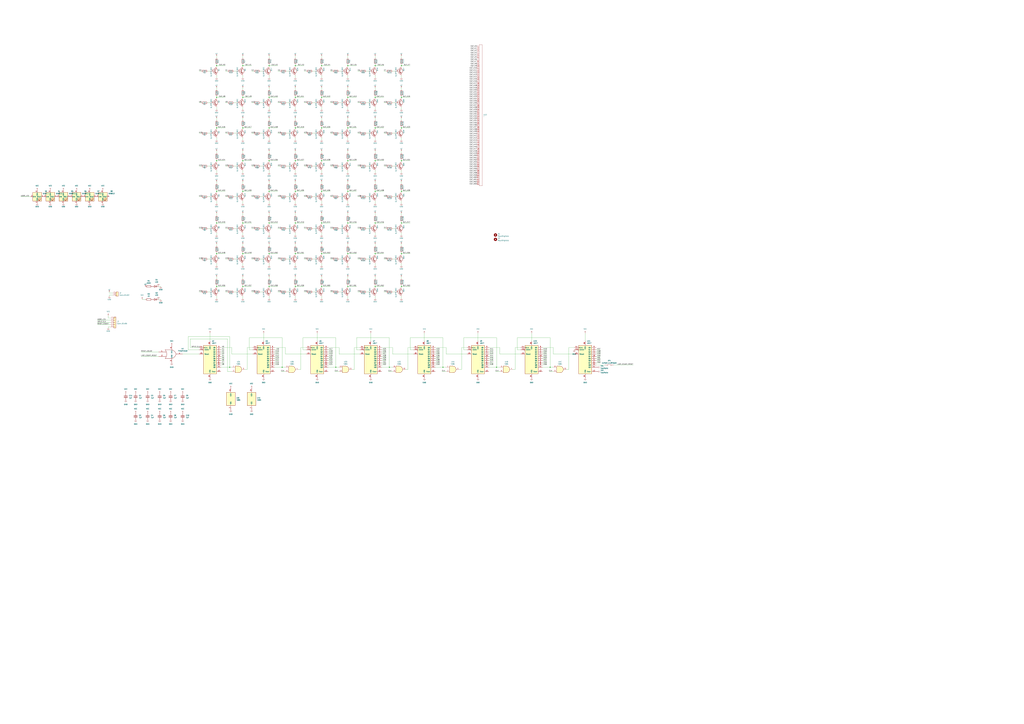
<source format=kicad_sch>
(kicad_sch (version 20231120) (generator "eeschema") (generator_version "8.0")
  (paper "A0")
  (junction (at 373.38 259.08))
  (junction (at 327.66 426.72))
  (junction (at 342.9 222.25))
  (junction (at 452.12 426.72))
  (junction (at 342.9 186.69))
  (junction (at 435.61 332.74))
  (junction (at 403.86 222.25))
  (junction (at 403.86 148.59))
  (junction (at 281.94 113.03))
  (junction (at 281.94 76.2))
  (junction (at 466.09 113.03))
  (junction (at 373.38 294.64))
  (junction (at 281.94 148.59))
  (junction (at 281.94 259.08))
  (junction (at 403.86 76.2))
  (junction (at 373.38 113.03))
  (junction (at 312.42 259.08))
  (junction (at 342.9 259.08))
  (junction (at 435.61 259.08))
  (junction (at 342.9 76.2))
  (junction (at 312.42 294.64))
  (junction (at 251.46 186.69))
  (junction (at 266.7 426.72))
  (junction (at 435.61 113.03))
  (junction (at 435.61 294.64))
  (junction (at 403.86 113.03))
  (junction (at 312.42 186.69))
  (junction (at 312.42 113.03))
  (junction (at 281.94 222.25))
  (junction (at 403.86 186.69))
  (junction (at 251.46 332.74))
  (junction (at 638.81 426.72))
  (junction (at 281.94 332.74))
  (junction (at 403.86 259.08))
  (junction (at 466.09 294.64))
  (junction (at 251.46 294.64))
  (junction (at 466.09 76.2))
  (junction (at 342.9 148.59))
  (junction (at 373.38 148.59))
  (junction (at 435.61 186.69))
  (junction (at 466.09 186.69))
  (junction (at 312.42 76.2))
  (junction (at 389.89 426.72))
  (junction (at 251.46 259.08))
  (junction (at 251.46 76.2))
  (junction (at 466.09 259.08))
  (junction (at 403.86 294.64))
  (junction (at 342.9 332.74))
  (junction (at 251.46 222.25))
  (junction (at 466.09 222.25))
  (junction (at 466.09 332.74))
  (junction (at 251.46 113.03))
  (junction (at 435.61 148.59))
  (junction (at 281.94 294.64))
  (junction (at 514.35 426.72))
  (junction (at 281.94 186.69))
  (junction (at 435.61 222.25))
  (junction (at 342.9 294.64))
  (junction (at 312.42 148.59))
  (junction (at 403.86 332.74))
  (junction (at 373.38 186.69))
  (junction (at 251.46 148.59))
  (junction (at 312.42 222.25))
  (junction (at 373.38 76.2))
  (junction (at 312.42 332.74))
  (junction (at 576.58 426.72))
  (junction (at 466.09 148.59))
  (junction (at 435.61 76.2))
  (junction (at 373.38 222.25))
  (junction (at 373.38 332.74))
  (junction (at 342.9 113.03))
  (wire (pts (xy 403.86 293.37) (xy 403.86 294.64)))
  (wire (pts (xy 435.61 76.2) (xy 445.77 76.2)))
  (wire (pts (xy 281.94 87.63) (xy 281.94 90.17)))
  (wire (pts (xy 448.31 82.55) (xy 445.77 82.55)))
  (wire (pts (xy 281.94 74.93) (xy 281.94 76.2)))
  (wire (pts (xy 514.35 392.43) (xy 514.35 426.72)))
  (wire (pts (xy 24.13 228.6) (xy 35.56 228.6)))
  (wire (pts (xy 251.46 294.64) (xy 261.62 294.64)))
  (wire (pts (xy 576.58 426.72) (xy 567.69 426.72)))
  (wire (pts (xy 335.28 300.99) (xy 332.74 300.99)))
  (wire (pts (xy 403.86 113.03) (xy 403.86 114.3)))
  (wire (pts (xy 312.42 111.76) (xy 312.42 113.03)))
  (wire (pts (xy 325.12 154.94) (xy 322.58 154.94)))
  (wire (pts (xy 373.38 257.81) (xy 373.38 259.08)))
  (wire (pts (xy 373.38 147.32) (xy 373.38 148.59)))
  (wire (pts (xy 427.99 193.04) (xy 425.45 193.04)))
  (wire (pts (xy 251.46 148.59) (xy 251.46 149.86)))
  (wire (pts (xy 251.46 321.31) (xy 251.46 323.85)))
  (wire (pts (xy 373.38 148.59) (xy 373.38 149.86)))
  (wire (pts (xy 466.09 101.6) (xy 466.09 104.14)))
  (wire (pts (xy 518.16 411.48) (xy 542.29 411.48)))
  (wire (pts (xy 595.63 429.26) (xy 598.17 429.26)))
  (wire (pts (xy 427.99 119.38) (xy 425.45 119.38)))
  (wire (pts (xy 251.46 76.2) (xy 251.46 77.47)))
  (wire (pts (xy 281.94 293.37) (xy 281.94 294.64)))
  (wire (pts (xy 692.15 419.1) (xy 697.23 419.1)))
  (wire (pts (xy 567.69 416.56) (xy 572.77 416.56)))
  (wire (pts (xy 417.83 265.43) (xy 415.29 265.43)))
  (wire (pts (xy 355.6 193.04) (xy 353.06 193.04)))
  (wire (pts (xy 342.9 76.2) (xy 342.9 77.47)))
  (wire (pts (xy 381 411.48) (xy 386.08 411.48)))
  (wire (pts (xy 287.02 403.86) (xy 293.37 403.86)))
  (wire (pts (xy 256.54 416.56) (xy 260.35 416.56)))
  (wire (pts (xy 373.38 64.77) (xy 373.38 67.31)))
  (wire (pts (xy 233.68 82.55) (xy 231.14 82.55)))
  (wire (pts (xy 264.16 393.7) (xy 264.16 431.8)))
  (wire (pts (xy 342.9 321.31) (xy 342.9 323.85)))
  (wire (pts (xy 692.15 414.02) (xy 697.23 414.02)))
  (wire (pts (xy 417.83 300.99) (xy 415.29 300.99)))
  (wire (pts (xy 312.42 294.64) (xy 322.58 294.64)))
  (wire (pts (xy 381 419.1) (xy 386.08 419.1)))
  (wire (pts (xy 312.42 222.25) (xy 312.42 223.52)))
  (wire (pts (xy 269.24 403.86) (xy 269.24 411.48)))
  (wire (pts (xy 386.08 154.94) (xy 383.54 154.94)))
  (wire (pts (xy 403.86 294.64) (xy 414.02 294.64)))
  (wire (pts (xy 373.38 76.2) (xy 373.38 77.47)))
  (wire (pts (xy 373.38 186.69) (xy 383.54 186.69)))
  (wire (pts (xy 251.46 332.74) (xy 251.46 334.01)))
  (wire (pts (xy 312.42 64.77) (xy 312.42 67.31)))
  (wire (pts (xy 287.02 429.26) (xy 287.02 403.86)))
  (wire (pts (xy 448.31 300.99) (xy 445.77 300.99)))
  (wire (pts (xy 435.61 283.21) (xy 435.61 285.75)))
  (wire (pts (xy 312.42 76.2) (xy 312.42 77.47)))
  (wire (pts (xy 281.94 332.74) (xy 292.1 332.74)))
  (wire (pts (xy 342.9 111.76) (xy 342.9 113.03)))
  (wire (pts (xy 281.94 160.02) (xy 281.94 162.56)))
  (wire (pts (xy 294.64 82.55) (xy 292.1 82.55)))
  (wire (pts (xy 386.08 82.55) (xy 383.54 82.55)))
  (wire (pts (xy 342.9 222.25) (xy 342.9 223.52)))
  (wire (pts (xy 386.08 193.04) (xy 383.54 193.04)))
  (wire (pts (xy 281.94 186.69) (xy 292.1 186.69)))
  (wire (pts (xy 342.9 185.42) (xy 342.9 186.69)))
  (wire (pts (xy 365.76 339.09) (xy 363.22 339.09)))
  (wire (pts (xy 466.09 111.76) (xy 466.09 113.03)))
  (wire (pts (xy 427.99 265.43) (xy 425.45 265.43)))
  (wire (pts (xy 692.15 424.18) (xy 702.31 424.18)))
  (wire (pts (xy 325.12 193.04) (xy 322.58 193.04)))
  (wire (pts (xy 450.85 431.8) (xy 455.93 431.8)))
  (wire (pts (xy 396.24 119.38) (xy 393.7 119.38)))
  (wire (pts (xy 435.61 87.63) (xy 435.61 90.17)))
  (wire (pts (xy 251.46 186.69) (xy 261.62 186.69)))
  (wire (pts (xy 435.61 198.12) (xy 435.61 200.66)))
  (wire (pts (xy 327.66 426.72) (xy 331.47 426.72)))
  (wire (pts (xy 373.38 137.16) (xy 373.38 139.7)))
  (wire (pts (xy 312.42 186.69) (xy 322.58 186.69)))
  (wire (pts (xy 466.09 148.59) (xy 476.25 148.59)))
  (wire (pts (xy 373.38 220.98) (xy 373.38 222.25)))
  (wire (pts (xy 448.31 154.94) (xy 445.77 154.94)))
  (wire (pts (xy 642.62 411.48) (xy 666.75 411.48)))
  (wire (pts (xy 466.09 257.81) (xy 466.09 259.08)))
  (wire (pts (xy 312.42 175.26) (xy 312.42 177.8)))
  (wire (pts (xy 580.39 403.86) (xy 580.39 411.48)))
  (wire (pts (xy 251.46 160.02) (xy 251.46 162.56)))
  (wire (pts (xy 466.09 186.69) (xy 476.25 186.69)))
  (wire (pts (xy 381 416.56) (xy 386.08 416.56)))
  (wire (pts (xy 373.38 175.26) (xy 373.38 177.8)))
  (wire (pts (xy 567.69 421.64) (xy 572.77 421.64)))
  (wire (pts (xy 251.46 113.03) (xy 251.46 114.3)))
  (wire (pts (xy 408.94 429.26) (xy 411.48 429.26)))
  (wire (pts (xy 576.58 392.43) (xy 576.58 426.72)))
  (wire (pts (xy 312.42 76.2) (xy 322.58 76.2)))
  (wire (pts (xy 318.77 424.18) (xy 323.85 424.18)))
  (wire (pts (xy 294.64 193.04) (xy 292.1 193.04)))
  (wire (pts (xy 335.28 154.94) (xy 332.74 154.94)))
  (wire (pts (xy 403.86 259.08) (xy 414.02 259.08)))
  (wire (pts (xy 312.42 137.16) (xy 312.42 139.7)))
  (wire (pts (xy 274.32 228.6) (xy 271.78 228.6)))
  (wire (pts (xy 386.08 339.09) (xy 383.54 339.09)))
  (wire (pts (xy 304.8 339.09) (xy 302.26 339.09)))
  (wire (pts (xy 403.86 76.2) (xy 403.86 77.47)))
  (wire (pts (xy 476.25 406.4) (xy 476.25 392.43)))
  (wire (pts (xy 466.09 233.68) (xy 466.09 236.22)))
  (wire (pts (xy 535.94 403.86) (xy 542.29 403.86)))
  (wire (pts (xy 281.94 220.98) (xy 281.94 222.25)))
  (wire (pts (xy 251.46 332.74) (xy 261.62 332.74)))
  (wire (pts (xy 466.09 87.63) (xy 466.09 90.17)))
  (wire (pts (xy 251.46 306.07) (xy 251.46 308.61)))
  (wire (pts (xy 373.38 270.51) (xy 373.38 273.05)))
  (wire (pts (xy 466.09 64.77) (xy 466.09 67.31)))
  (wire (pts (xy 365.76 265.43) (xy 363.22 265.43)))
  (wire (pts (xy 575.31 431.8) (xy 580.39 431.8)))
  (wire (pts (xy 466.09 332.74) (xy 466.09 334.01)))
  (wire (pts (xy 403.86 147.32) (xy 403.86 148.59)))
  (wire (pts (xy 264.16 265.43) (xy 261.62 265.43)))
  (wire (pts (xy 342.9 87.63) (xy 342.9 90.17)))
  (wire (pts (xy 312.42 124.46) (xy 312.42 127)))
  (wire (pts (xy 466.09 332.74) (xy 476.25 332.74)))
  (wire (pts (xy 373.38 76.2) (xy 383.54 76.2)))
  (wire (pts (xy 365.76 228.6) (xy 363.22 228.6)))
  (wire (pts (xy 386.08 119.38) (xy 383.54 119.38)))
  (wire (pts (xy 342.9 294.64) (xy 342.9 295.91)))
  (wire (pts (xy 251.46 76.2) (xy 261.62 76.2)))
  (wire (pts (xy 233.68 193.04) (xy 231.14 193.04)))
  (wire (pts (xy 251.46 111.76) (xy 251.46 113.03)))
  (wire (pts (xy 692.15 411.48) (xy 697.23 411.48)))
  (wire (pts (xy 435.61 294.64) (xy 435.61 295.91)))
  (wire (pts (xy 435.61 294.64) (xy 445.77 294.64)))
  (wire (pts (xy 466.09 222.25) (xy 466.09 223.52)))
  (wire (pts (xy 403.86 64.77) (xy 403.86 67.31)))
  (wire (pts (xy 466.09 222.25) (xy 476.25 222.25)))
  (wire (pts (xy 567.69 419.1) (xy 572.77 419.1)))
  (wire (pts (xy 251.46 257.81) (xy 251.46 259.08)))
  (wire (pts (xy 435.61 210.82) (xy 435.61 213.36)))
  (wire (pts (xy 403.86 113.03) (xy 414.02 113.03)))
  (wire (pts (xy 435.61 220.98) (xy 435.61 222.25)))
  (wire (pts (xy 318.77 406.4) (xy 323.85 406.4)))
  (wire (pts (xy 342.9 220.98) (xy 342.9 222.25)))
  (wire (pts (xy 304.8 154.94) (xy 302.26 154.94)))
  (wire (pts (xy 554.99 387.35) (xy 554.99 396.24)))
  (wire (pts (xy 281.94 247.65) (xy 281.94 250.19)))
  (wire (pts (xy 312.42 294.64) (xy 312.42 295.91)))
  (wire (pts (xy 443.23 411.48) (xy 448.31 411.48)))
  (wire (pts (xy 281.94 331.47) (xy 281.94 332.74)))
  (wire (pts (xy 567.69 411.48) (xy 572.77 411.48)))
  (wire (pts (xy 312.42 113.03) (xy 322.58 113.03)))
  (wire (pts (xy 373.38 344.17) (xy 373.38 346.71)))
  (wire (pts (xy 396.24 228.6) (xy 393.7 228.6)))
  (wire (pts (xy 218.44 406.4) (xy 218.44 391.16)))
  (wire (pts (xy 289.56 406.4) (xy 289.56 392.43)))
  (wire (pts (xy 505.46 408.94) (xy 510.54 408.94)))
  (wire (pts (xy 476.25 392.43) (xy 514.35 392.43)))
  (wire (pts (xy 373.38 186.69) (xy 373.38 187.96)))
  (wire (pts (xy 443.23 406.4) (xy 448.31 406.4)))
  (wire (pts (xy 435.61 222.25) (xy 445.77 222.25)))
  (wire (pts (xy 243.84 193.04) (xy 241.3 193.04)))
  (wire (pts (xy 448.31 339.09) (xy 445.77 339.09)))
  (wire (pts (xy 373.38 160.02) (xy 373.38 162.56)))
  (wire (pts (xy 281.94 270.51) (xy 281.94 273.05)))
  (wire (pts (xy 342.9 257.81) (xy 342.9 259.08)))
  (wire (pts (xy 448.31 228.6) (xy 445.77 228.6)))
  (wire (pts (xy 256.54 424.18) (xy 260.35 424.18)))
  (wire (pts (xy 325.12 300.99) (xy 322.58 300.99)))
  (wire (pts (xy 365.76 300.99) (xy 363.22 300.99)))
  (wire (pts (xy 448.31 193.04) (xy 445.77 193.04)))
  (wire (pts (xy 458.47 265.43) (xy 455.93 265.43)))
  (wire (pts (xy 274.32 300.99) (xy 271.78 300.99)))
  (wire (pts (xy 266.7 391.16) (xy 266.7 426.72)))
  (wire (pts (xy 414.02 392.43) (xy 452.12 392.43)))
  (wire (pts (xy 294.64 339.09) (xy 292.1 339.09)))
  (wire (pts (xy 342.9 198.12) (xy 342.9 200.66)))
  (wire (pts (xy 443.23 416.56) (xy 448.31 416.56)))
  (wire (pts (xy 220.98 403.86) (xy 220.98 393.7)))
  (wire (pts (xy 403.86 210.82) (xy 403.86 213.36)))
  (wire (pts (xy 373.38 101.6) (xy 373.38 104.14)))
  (wire (pts (xy 403.86 185.42) (xy 403.86 186.69)))
  (wire (pts (xy 435.61 306.07) (xy 435.61 308.61)))
  (wire (pts (xy 281.94 113.03) (xy 292.1 113.03)))
  (wire (pts (xy 186.69 347.98) (xy 184.15 347.98)))
  (wire (pts (xy 342.9 148.59) (xy 353.06 148.59)))
  (wire (pts (xy 325.12 339.09) (xy 322.58 339.09)))
  (wire (pts (xy 417.83 193.04) (xy 415.29 193.04)))
  (wire (pts (xy 312.42 283.21) (xy 312.42 285.75)))
  (wire (pts (xy 342.9 222.25) (xy 353.06 222.25)))
  (wire (pts (xy 243.84 154.94) (xy 241.3 154.94)))
  (wire (pts (xy 403.86 332.74) (xy 414.02 332.74)))
  (wire (pts (xy 355.6 406.4) (xy 351.79 406.4)))
  (wire (pts (xy 233.68 265.43) (xy 231.14 265.43)))
  (wire (pts (xy 466.09 137.16) (xy 466.09 139.7)))
  (wire (pts (xy 629.92 408.94) (xy 635 408.94)))
  (wire (pts (xy 355.6 119.38) (xy 353.06 119.38)))
  (wire (pts (xy 231.14 403.86) (xy 220.98 403.86)))
  (wire (pts (xy 403.86 186.69) (xy 414.02 186.69)))
  (wire (pts (xy 657.86 429.26) (xy 660.4 429.26)))
  (wire (pts (xy 466.09 344.17) (xy 466.09 346.71)))
  (wire (pts (xy 473.71 429.26) (xy 473.71 403.86)))
  (wire (pts (xy 243.84 82.55) (xy 241.3 82.55)))
  (wire (pts (xy 417.83 228.6) (xy 415.29 228.6)))
  (wire (pts (xy 381 408.94) (xy 386.08 408.94)))
  (wire (pts (xy 505.46 406.4) (xy 510.54 406.4)))
  (wire (pts (xy 355.6 300.99) (xy 353.06 300.99)))
  (wire (pts (xy 373.38 113.03) (xy 373.38 114.3)))
  (wire (pts (xy 466.09 147.32) (xy 466.09 148.59)))
  (wire (pts (xy 466.09 306.07) (xy 466.09 308.61)))
  (wire (pts (xy 396.24 154.94) (xy 393.7 154.94)))
  (wire (pts (xy 403.86 101.6) (xy 403.86 104.14)))
  (wire (pts (xy 638.81 392.43) (xy 638.81 426.72)))
  (wire (pts (xy 513.08 431.8) (xy 518.16 431.8)))
  (wire (pts (xy 505.46 414.02) (xy 510.54 414.02)))
  (wire (pts (xy 342.9 259.08) (xy 353.06 259.08)))
  (wire (pts (xy 435.61 147.32) (xy 435.61 148.59)))
  (wire (pts (xy 452.12 426.72) (xy 443.23 426.72)))
  (wire (pts (xy 435.61 113.03) (xy 435.61 114.3)))
  (wire (pts (xy 660.4 403.86) (xy 666.75 403.86)))
  (wire (pts (xy 458.47 339.09) (xy 455.93 339.09)))
  (wire (pts (xy 281.94 344.17) (xy 281.94 346.71)))
  (wire (pts (xy 518.16 403.86) (xy 518.16 411.48)))
  (wire (pts (xy 600.71 392.43) (xy 638.81 392.43)))
  (wire (pts (xy 318.77 419.1) (xy 323.85 419.1)))
  (wire (pts (xy 466.09 283.21) (xy 466.09 285.75)))
  (wire (pts (xy 294.64 228.6) (xy 292.1 228.6)))
  (wire (pts (xy 435.61 64.77) (xy 435.61 67.31)))
  (wire (pts (xy 342.9 76.2) (xy 353.06 76.2)))
  (wire (pts (xy 414.02 406.4) (xy 414.02 392.43)))
  (wire (pts (xy 233.68 339.09) (xy 231.14 339.09)))
  (wire (pts (xy 466.09 74.93) (xy 466.09 76.2)))
  (wire (pts (xy 342.9 332.74) (xy 353.06 332.74)))
  (wire (pts (xy 535.94 429.26) (xy 535.94 403.86)))
  (wire (pts (xy 567.69 408.94) (xy 572.77 408.94)))
  (wire (pts (xy 325.12 119.38) (xy 322.58 119.38)))
  (wire (pts (xy 312.42 222.25) (xy 322.58 222.25)))
  (wire (pts (xy 365.76 154.94) (xy 363.22 154.94)))
  (wire (pts (xy 127 342.9) (xy 130.81 342.9)))
  (wire (pts (xy 281.94 259.08) (xy 281.94 260.35)))
  (wire (pts (xy 251.46 64.77) (xy 251.46 67.31)))
  (wire (pts (xy 466.09 210.82) (xy 466.09 213.36)))
  (wire (pts (xy 567.69 406.4) (xy 572.77 406.4)))
  (wire (pts (xy 466.09 186.69) (xy 466.09 187.96)))
  (wire (pts (xy 264.16 82.55) (xy 261.62 82.55)))
  (wire (pts (xy 373.38 283.21) (xy 373.38 285.75)))
  (wire (pts (xy 435.61 259.08) (xy 435.61 260.35)))
  (wire (pts (xy 342.9 332.74) (xy 342.9 334.01)))
  (wire (pts (xy 466.09 113.03) (xy 476.25 113.03)))
  (wire (pts (xy 403.86 222.25) (xy 414.02 222.25)))
  (wire (pts (xy 304.8 265.43) (xy 302.26 265.43)))
  (wire (pts (xy 125.73 379.73) (xy 125.73 381)))
  (wire (pts (xy 349.25 429.26) (xy 349.25 403.86)))
  (wire (pts (xy 455.93 411.48) (xy 480.06 411.48)))
  (wire (pts (xy 435.61 331.47) (xy 435.61 332.74)))
  (wire (pts (xy 342.9 147.32) (xy 342.9 148.59)))
  (wire (pts (xy 233.68 154.94) (xy 231.14 154.94)))
  (wire (pts (xy 342.9 74.93) (xy 342.9 76.2)))
  (wire (pts (xy 342.9 283.21) (xy 342.9 285.75)))
  (wire (pts (xy 233.68 119.38) (xy 231.14 119.38)))
  (wire (pts (xy 629.92 419.1) (xy 635 419.1)))
  (wire (pts (xy 466.09 185.42) (xy 466.09 186.69)))
  (wire (pts (xy 373.38 332.74) (xy 373.38 334.01)))
  (wire (pts (xy 274.32 339.09) (xy 271.78 339.09)))
  (wire (pts (xy 466.09 160.02) (xy 466.09 162.56)))
  (wire (pts (xy 325.12 265.43) (xy 322.58 265.43)))
  (wire (pts (xy 342.9 270.51) (xy 342.9 273.05)))
  (wire (pts (xy 274.32 154.94) (xy 271.78 154.94)))
  (wire (pts (xy 342.9 186.69) (xy 342.9 187.96)))
  (wire (pts (xy 386.08 228.6) (xy 383.54 228.6)))
  (wire (pts (xy 386.08 300.99) (xy 383.54 300.99)))
  (wire (pts (xy 458.47 300.99) (xy 455.93 300.99)))
  (wire (pts (xy 351.79 406.4) (xy 351.79 392.43)))
  (wire (pts (xy 435.61 124.46) (xy 435.61 127)))
  (wire (pts (xy 435.61 293.37) (xy 435.61 294.64)))
  (wire (pts (xy 427.99 339.09) (xy 425.45 339.09)))
  (wire (pts (xy 403.86 148.59) (xy 403.86 149.86)))
  (wire (pts (xy 505.46 421.64) (xy 510.54 421.64)))
  (wire (pts (xy 403.86 148.59) (xy 414.02 148.59)))
  (wire (pts (xy 642.62 403.86) (xy 642.62 411.48)))
  (wire (pts (xy 403.86 331.47) (xy 403.86 332.74)))
  (wire (pts (xy 281.94 259.08) (xy 292.1 259.08)))
  (wire (pts (xy 312.42 185.42) (xy 312.42 186.69)))
  (wire (pts (xy 304.8 119.38) (xy 302.26 119.38)))
  (wire (pts (xy 264.16 228.6) (xy 261.62 228.6)))
  (wire (pts (xy 373.38 233.68) (xy 373.38 236.22)))
  (wire (pts (xy 256.54 421.64) (xy 260.35 421.64)))
  (wire (pts (xy 312.42 147.32) (xy 312.42 148.59)))
  (wire (pts (xy 342.9 175.26) (xy 342.9 177.8)))
  (wire (pts (xy 312.42 259.08) (xy 322.58 259.08)))
  (wire (pts (xy 455.93 403.86) (xy 455.93 411.48)))
  (wire (pts (xy 312.42 332.74) (xy 322.58 332.74)))
  (wire (pts (xy 243.84 119.38) (xy 241.3 119.38)))
  (wire (pts (xy 304.8 300.99) (xy 302.26 300.99)))
  (wire (pts (xy 567.69 403.86) (xy 580.39 403.86)))
  (wire (pts (xy 660.4 429.26) (xy 660.4 403.86)))
  (wire (pts (xy 466.09 220.98) (xy 466.09 222.25)))
  (wire (pts (xy 335.28 193.04) (xy 332.74 193.04)))
  (wire (pts (xy 318.77 416.56) (xy 323.85 416.56)))
  (wire (pts (xy 629.92 406.4) (xy 635 406.4)))
  (wire (pts (xy 281.94 294.64) (xy 292.1 294.64)))
  (wire (pts (xy 466.09 259.08) (xy 466.09 260.35)))
  (wire (pts (xy 318.77 411.48) (xy 323.85 411.48)))
  (wire (pts (xy 417.83 154.94) (xy 415.29 154.94)))
  (wire (pts (xy 256.54 411.48) (xy 260.35 411.48)))
  (wire (pts (xy 325.12 228.6) (xy 322.58 228.6)))
  (wire (pts (xy 435.61 101.6) (xy 435.61 104.14)))
  (wire (pts (xy 342.9 344.17) (xy 342.9 346.71)))
  (wire (pts (xy 312.42 344.17) (xy 312.42 346.71)))
  (wire (pts (xy 403.86 111.76) (xy 403.86 113.03)))
  (wire (pts (xy 381 424.18) (xy 386.08 424.18)))
  (wire (pts (xy 294.64 265.43) (xy 292.1 265.43)))
  (wire (pts (xy 411.48 403.86) (xy 417.83 403.86)))
  (wire (pts (xy 281.94 210.82) (xy 281.94 213.36)))
  (wire (pts (xy 212.09 411.48) (xy 231.14 411.48)))
  (wire (pts (xy 251.46 259.08) (xy 251.46 260.35)))
  (wire (pts (xy 403.86 270.51) (xy 403.86 273.05)))
  (wire (pts (xy 403.86 306.07) (xy 403.86 308.61)))
  (wire (pts (xy 342.9 101.6) (xy 342.9 104.14)))
  (wire (pts (xy 443.23 424.18) (xy 448.31 424.18)))
  (wire (pts (xy 312.42 247.65) (xy 312.42 250.19)))
  (wire (pts (xy 312.42 257.81) (xy 312.42 259.08)))
  (wire (pts (xy 403.86 257.81) (xy 403.86 259.08)))
  (wire (pts (xy 514.35 426.72) (xy 505.46 426.72)))
  (wire (pts (xy 243.84 228.6) (xy 241.3 228.6)))
  (wire (pts (xy 604.52 406.4) (xy 600.71 406.4)))
  (wire (pts (xy 281.94 222.25) (xy 292.1 222.25)))
  (wire (pts (xy 281.94 148.59) (xy 281.94 149.86)))
  (wire (pts (xy 373.38 247.65) (xy 373.38 250.19)))
  (wire (pts (xy 327.66 426.72) (xy 318.77 426.72)))
  (wire (pts (xy 443.23 403.86) (xy 455.93 403.86)))
  (wire (pts (xy 598.17 403.86) (xy 604.52 403.86)))
  (wire (pts (xy 629.92 424.18) (xy 635 424.18)))
  (wire (pts (xy 466.09 124.46) (xy 466.09 127)))
  (wire (pts (xy 331.47 411.48) (xy 355.6 411.48)))
  (wire (pts (xy 466.09 294.64) (xy 466.09 295.91)))
  (wire (pts (xy 243.84 387.35) (xy 243.84 396.24)))
  (wire (pts (xy 281.94 148.59) (xy 292.1 148.59)))
  (wire (pts (xy 233.68 228.6) (xy 231.14 228.6)))
  (wire (pts (xy 417.83 339.09) (xy 415.29 339.09)))
  (wire (pts (xy 163.83 408.94) (xy 184.15 408.94)))
  (wire (pts (xy 679.45 387.35) (xy 679.45 396.24)))
  (wire (pts (xy 289.56 392.43) (xy 327.66 392.43)))
  (wire (pts (xy 312.42 321.31) (xy 312.42 323.85)))
  (wire (pts (xy 448.31 265.43) (xy 445.77 265.43)))
  (wire (pts (xy 403.86 74.93) (xy 403.86 76.2)))
  (wire (pts (xy 505.46 403.86) (xy 518.16 403.86)))
  (wire (pts (xy 403.86 332.74) (xy 403.86 334.01)))
  (wire (pts (xy 629.92 414.02) (xy 635 414.02)))
  (wire (pts (xy 435.61 175.26) (xy 435.61 177.8)))
  (wire (pts (xy 125.73 369.57) (xy 128.27 369.57)))
  (wire (pts (xy 373.38 259.08) (xy 373.38 260.35)))
  (wire (pts (xy 466.09 270.51) (xy 466.09 273.05)))
  (wire (pts (xy 373.38 148.59) (xy 383.54 148.59)))
  (wire (pts (xy 274.32 193.04) (xy 271.78 193.04)))
  (wire (pts (xy 403.86 294.64) (xy 403.86 295.91)))
  (wire (pts (xy 355.6 82.55) (xy 353.06 82.55)))
  (wire (pts (xy 342.9 160.02) (xy 342.9 162.56)))
  (wire (pts (xy 281.94 321.31) (xy 281.94 323.85)))
  (wire (pts (xy 403.86 87.63) (xy 403.86 90.17)))
  (wire (pts (xy 113.03 374.65) (xy 128.27 374.65)))
  (wire (pts (xy 304.8 193.04) (xy 302.26 193.04)))
  (wire (pts (xy 281.94 257.81) (xy 281.94 259.08)))
  (wire (pts (xy 251.46 222.25) (xy 261.62 222.25)))
  (wire (pts (xy 113.03 372.11) (xy 128.27 372.11)))
  (wire (pts (xy 306.07 387.35) (xy 306.07 396.24)))
  (wire (pts (xy 266.7 426.72) (xy 256.54 426.72)))
  (wire (pts (xy 281.94 175.26) (xy 281.94 177.8)))
  (wire (pts (xy 403.86 247.65) (xy 403.86 250.19)))
  (wire (pts (xy 251.46 233.68) (xy 251.46 236.22)))
  (wire (pts (xy 403.86 124.46) (xy 403.86 127)))
  (wire (pts (xy 373.38 294.64) (xy 383.54 294.64)))
  (wire (pts (xy 312.42 293.37) (xy 312.42 294.64)))
  (wire (pts (xy 443.23 419.1) (xy 448.31 419.1)))
  (wire (pts (xy 335.28 82.55) (xy 332.74 82.55)))
  (wire (pts (xy 466.09 198.12) (xy 466.09 200.66)))
  (wire (pts (xy 373.38 124.46) (xy 373.38 127)))
  (wire (pts (xy 427.99 154.94) (xy 425.45 154.94)))
  (wire (pts (xy 325.12 82.55) (xy 322.58 82.55)))
  (wire (pts (xy 403.86 222.25) (xy 403.86 223.52)))
  (wire (pts (xy 373.38 332.74) (xy 383.54 332.74)))
  (wire (pts (xy 251.46 210.82) (xy 251.46 213.36)))
  (wire (pts (xy 351.79 392.43) (xy 389.89 392.43)))
  (wire (pts (xy 243.84 339.09) (xy 241.3 339.09)))
  (wire (pts (xy 355.6 339.09) (xy 353.06 339.09)))
  (wire (pts (xy 396.24 265.43) (xy 393.7 265.43)))
  (wire (pts (xy 281.94 306.07) (xy 281.94 308.61)))
  (wire (pts (xy 435.61 321.31) (xy 435.61 323.85)))
  (wire (pts (xy 342.9 137.16) (xy 342.9 139.7)))
  (wire (pts (xy 403.86 76.2) (xy 414.02 76.2)))
  (wire (pts (xy 458.47 119.38) (xy 455.93 119.38)))
  (wire (pts (xy 312.42 101.6) (xy 312.42 104.14)))
  (wire (pts (xy 629.92 421.64) (xy 635 421.64)))
  (wire (pts (xy 312.42 186.69) (xy 312.42 187.96)))
  (wire (pts (xy 281.94 147.32) (xy 281.94 148.59)))
  (wire (pts (xy 373.38 321.31) (xy 373.38 323.85)))
  (wire (pts (xy 435.61 233.68) (xy 435.61 236.22)))
  (wire (pts (xy 281.94 294.64) (xy 281.94 295.91)))
  (wire (pts (xy 231.14 406.4) (xy 218.44 406.4)))
  (wire (pts (xy 251.46 137.16) (xy 251.46 139.7)))
  (wire (pts (xy 373.38 113.03) (xy 383.54 113.03)))
  (wire (pts (xy 304.8 228.6) (xy 302.26 228.6)))
  (wire (pts (xy 417.83 406.4) (xy 414.02 406.4)))
  (wire (pts (xy 281.94 233.68) (xy 281.94 236.22)))
  (wire (pts (xy 251.46 147.32) (xy 251.46 148.59)))
  (wire (pts (xy 492.76 387.35) (xy 492.76 396.24)))
  (wire (pts (xy 326.39 431.8) (xy 331.47 431.8)))
  (wire (pts (xy 274.32 265.43) (xy 271.78 265.43)))
  (wire (pts (xy 466.09 294.64) (xy 476.25 294.64)))
  (wire (pts (xy 220.98 393.7) (xy 264.16 393.7)))
  (wire (pts (xy 580.39 411.48) (xy 604.52 411.48)))
  (wire (pts (xy 617.22 387.35) (xy 617.22 396.24)))
  (wire (pts (xy 712.47 424.18) (xy 735.33 424.18)))
  (wire (pts (xy 389.89 426.72) (xy 393.7 426.72)))
  (wire (pts (xy 251.46 101.6) (xy 251.46 104.14)))
  (wire (pts (xy 533.4 429.26) (xy 535.94 429.26)))
  (wire (pts (xy 281.94 222.25) (xy 281.94 223.52)))
  (wire (pts (xy 435.61 160.02) (xy 435.61 162.56)))
  (wire (pts (xy 264.16 119.38) (xy 261.62 119.38)))
  (wire (pts (xy 396.24 82.55) (xy 393.7 82.55)))
  (wire (pts (xy 335.28 228.6) (xy 332.74 228.6)))
  (wire (pts (xy 637.54 431.8) (xy 642.62 431.8)))
  (wire (pts (xy 435.61 137.16) (xy 435.61 139.7)))
  (wire (pts (xy 294.64 300.99) (xy 292.1 300.99)))
  (wire (pts (xy 576.58 426.72) (xy 580.39 426.72)))
  (wire (pts (xy 318.77 414.02) (xy 323.85 414.02)))
  (wire (pts (xy 466.09 113.03) (xy 466.09 114.3)))
  (wire (pts (xy 638.81 426.72) (xy 629.92 426.72)))
  (wire (pts (xy 403.86 233.68) (xy 403.86 236.22)))
  (wire (pts (xy 342.9 113.03) (xy 353.06 113.03)))
  (wire (pts (xy 417.83 119.38) (xy 415.29 119.38)))
  (wire (pts (xy 386.08 265.43) (xy 383.54 265.43)))
  (wire (pts (xy 318.77 408.94) (xy 323.85 408.94)))
  (wire (pts (xy 256.54 414.02) (xy 260.35 414.02)))
  (wire (pts (xy 567.69 414.02) (xy 572.77 414.02)))
  (wire (pts (xy 264.16 431.8) (xy 269.24 431.8)))
  (wire (pts (xy 466.09 175.26) (xy 466.09 177.8)))
  (wire (pts (xy 538.48 392.43) (xy 576.58 392.43)))
  (wire (pts (xy 264.16 339.09) (xy 261.62 339.09)))
  (wire (pts (xy 127 344.17) (xy 127 342.9)))
  (wire (pts (xy 284.48 429.26) (xy 287.02 429.26)))
  (wire (pts (xy 466.09 331.47) (xy 466.09 332.74)))
  (wire (pts (xy 294.64 154.94) (xy 292.1 154.94)))
  (wire (pts (xy 435.61 111.76) (xy 435.61 113.03)))
  (wire (pts (xy 458.47 154.94) (xy 455.93 154.94)))
  (wire (pts (xy 281.94 198.12) (xy 281.94 200.66)))
  (wire (pts (xy 435.61 186.69) (xy 445.77 186.69)))
  (wire (pts (xy 396.24 193.04) (xy 393.7 193.04)))
  (wire (pts (xy 233.68 300.99) (xy 231.14 300.99)))
  (wire (pts (xy 281.94 113.03) (xy 281.94 114.3)))
  (wire (pts (xy 538.48 406.4) (xy 538.48 392.43)))
  (wire (pts (xy 435.61 113.03) (xy 445.77 113.03)))
  (wire (pts (xy 403.86 175.26) (xy 403.86 177.8)))
  (wire (pts (xy 435.61 186.69) (xy 435.61 187.96)))
  (wire (pts (xy 435.61 344.17) (xy 435.61 346.71)))
  (wire (pts (xy 373.38 293.37) (xy 373.38 294.64)))
  (wire (pts (xy 281.94 76.2) (xy 292.1 76.2)))
  (wire (pts (xy 312.42 113.03) (xy 312.42 114.3)))
  (wire (pts (xy 312.42 148.59) (xy 322.58 148.59)))
  (wire (pts (xy 281.94 111.76) (xy 281.94 113.03)))
  (wire (pts (xy 403.86 137.16) (xy 403.86 139.7)))
  (wire (pts (xy 318.77 403.86) (xy 331.47 403.86)))
  (wire (pts (xy 466.09 321.31) (xy 466.09 323.85)))
  (wire (pts (xy 251.46 74.93) (xy 251.46 76.2)))
  (wire (pts (xy 435.61 270.51) (xy 435.61 273.05)))
  (wire (pts (xy 251.46 259.08) (xy 261.62 259.08)))
  (wire (pts (xy 403.86 220.98) (xy 403.86 222.25)))
  (wire (pts (xy 452.12 426.72) (xy 455.93 426.72)))
  (wire (pts (xy 373.38 222.25) (xy 373.38 223.52)))
  (wire (pts (xy 312.42 160.02) (xy 312.42 162.56)))
  (wire (pts (xy 331.47 403.86) (xy 331.47 411.48)))
  (wire (pts (xy 243.84 300.99) (xy 241.3 300.99)))
  (wire (pts (xy 427.99 300.99) (xy 425.45 300.99)))
  (wire (pts (xy 266.7 426.72) (xy 269.24 426.72)))
  (wire (pts (xy 163.83 414.02) (xy 184.15 414.02)))
  (wire (pts (xy 256.54 408.94) (xy 260.35 408.94)))
  (wire (pts (xy 435.61 259.08) (xy 445.77 259.08)))
  (wire (pts (xy 403.86 186.69) (xy 403.86 187.96)))
  (wire (pts (xy 403.86 160.02) (xy 403.86 162.56)))
  (wire (pts (xy 251.46 87.63) (xy 251.46 90.17)))
  (wire (pts (xy 373.38 222.25) (xy 383.54 222.25)))
  (wire (pts (xy 427.99 228.6) (xy 425.45 228.6)))
  (wire (pts (xy 342.9 306.07) (xy 342.9 308.61)))
  (wire (pts (xy 251.46 247.65) (xy 251.46 250.19)))
  (wire (pts (xy 128.27 379.73) (xy 125.73 379.73)))
  (wire (pts (xy 349.25 403.86) (xy 355.6 403.86)))
  (wire (pts (xy 435.61 185.42) (xy 435.61 186.69)))
  (wire (pts (xy 373.38 259.08) (xy 383.54 259.08)))
  (wire (pts (xy 458.47 228.6) (xy 455.93 228.6)))
  (wire (pts (xy 342.9 233.68) (xy 342.9 236.22)))
  (wire (pts (xy 435.61 332.74) (xy 445.77 332.74)))
  (wire (pts (xy 312.42 87.63) (xy 312.42 90.17)))
  (wire (pts (xy 373.38 87.63) (xy 373.38 90.17)))
  (wire (pts (xy 403.86 198.12) (xy 403.86 200.66)))
  (wire (pts (xy 598.17 429.26) (xy 598.17 403.86)))
  (wire (pts (xy 294.64 119.38) (xy 292.1 119.38)))
  (wire (pts (xy 274.32 119.38) (xy 271.78 119.38)))
  (wire (pts (xy 281.94 137.16) (xy 281.94 139.7)))
  (wire (pts (xy 427.99 82.55) (xy 425.45 82.55)))
  (wire (pts (xy 388.62 431.8) (xy 393.7 431.8)))
  (wire (pts (xy 327.66 392.43) (xy 327.66 426.72)))
  (wire (pts (xy 256.54 406.4) (xy 260.35 406.4)))
  (wire (pts (xy 318.77 421.64) (xy 323.85 421.64)))
  (wire (pts (xy 381 414.02) (xy 386.08 414.02)))
  (wire (pts (xy 346.71 429.26) (xy 349.25 429.26)))
  (wire (pts (xy 256.54 419.1) (xy 260.35 419.1)))
  (wire (pts (xy 435.61 222.25) (xy 435.61 223.52)))
  (wire (pts (xy 251.46 270.51) (xy 251.46 273.05)))
  (wire (pts (xy 243.84 265.43) (xy 241.3 265.43)))
  (wire (pts (xy 389.89 426.72) (xy 381 426.72)))
  (wire (pts (xy 567.69 424.18) (xy 572.77 424.18)))
  (wire (pts (xy 365.76 193.04) (xy 363.22 193.04)))
  (wire (pts (xy 251.46 148.59) (xy 261.62 148.59)))
  (wire (pts (xy 269.24 411.48) (xy 293.37 411.48)))
  (wire (pts (xy 342.9 259.08) (xy 342.9 260.35)))
  (wire (pts (xy 342.9 331.47) (xy 342.9 332.74)))
  (wire (pts (xy 435.61 148.59) (xy 445.77 148.59)))
  (wire (pts (xy 458.47 82.55) (xy 455.93 82.55)))
  (wire (pts (xy 281.94 186.69) (xy 281.94 187.96)))
  (wire (pts (xy 312.42 270.51) (xy 312.42 273.05)))
  (wire (pts (xy 542.29 406.4) (xy 538.48 406.4)))
  (wire (pts (xy 251.46 331.47) (xy 251.46 332.74)))
  (wire (pts (xy 342.9 113.03) (xy 342.9 114.3)))
  (wire (pts (xy 251.46 113.03) (xy 261.62 113.03)))
  (wire (pts (xy 381 421.64) (xy 386.08 421.64)))
  (wire (pts (xy 403.86 283.21) (xy 403.86 285.75)))
  (wire (pts (xy 251.46 185.42) (xy 251.46 186.69)))
  (wire (pts (xy 335.28 339.09) (xy 332.74 339.09)))
  (wire (pts (xy 342.9 247.65) (xy 342.9 250.19)))
  (wire (pts (xy 466.09 148.59) (xy 466.09 149.86)))
  (wire (pts (xy 443.23 414.02) (xy 448.31 414.02)))
  (wire (pts (xy 373.38 185.42) (xy 373.38 186.69)))
  (wire (pts (xy 373.38 198.12) (xy 373.38 200.66)))
  (wire (pts (xy 251.46 294.64) (xy 251.46 295.91)))
  (wire (pts (xy 281.94 185.42) (xy 281.94 186.69)))
  (wire (pts (xy 389.89 392.43) (xy 389.89 426.72)))
  (wire (pts (xy 505.46 411.48) (xy 510.54 411.48)))
  (wire (pts (xy 342.9 293.37) (xy 342.9 294.64)))
  (wire (pts (xy 186.69 332.74) (xy 184.15 332.74)))
  (wire (pts (xy 281.94 76.2) (xy 281.94 77.47)))
  (wire (pts (xy 411.48 429.26) (xy 411.48 403.86)))
  (wire (pts (xy 335.28 265.43) (xy 332.74 265.43)))
  (wire (pts (xy 373.38 210.82) (xy 373.38 213.36)))
  (wire (pts (xy 403.86 321.31) (xy 403.86 323.85)))
  (wire (pts (xy 312.42 331.47) (xy 312.42 332.74)))
  (wire (pts (xy 505.46 416.56) (xy 510.54 416.56)))
  (wire (pts (xy 381 403.86) (xy 393.7 403.86)))
  (wire (pts (xy 264.16 300.99) (xy 261.62 300.99)))
  (wire (pts (xy 312.42 74.93) (xy 312.42 76.2)))
  (wire (pts (xy 430.53 387.35) (xy 430.53 396.24)))
  (wire (pts (xy 435.61 148.59) (xy 435.61 149.86)))
  (wire (pts (xy 452.12 392.43) (xy 452.12 426.72)))
  (wire (pts (xy 251.46 283.21) (xy 251.46 285.75)))
  (wire (pts (xy 165.1 347.98) (xy 168.91 347.98)))
  (wire (pts (xy 443.23 421.64) (xy 448.31 421.64)))
  (wire (pts (xy 393.7 411.48) (xy 417.83 411.48)))
  (wire (pts (xy 312.42 148.59) (xy 312.42 149.86)))
  (wire (pts (xy 448.31 119.38) (xy 445.77 119.38)))
  (wire (pts (xy 312.42 198.12) (xy 312.42 200.66)))
  (wire (pts (xy 480.06 406.4) (xy 476.25 406.4)))
  (wire (pts (xy 458.47 193.04) (xy 455.93 193.04)))
  (wire (pts (xy 125.73 369.57) (xy 125.73 367.03)))
  (wire (pts (xy 435.61 257.81) (xy 435.61 259.08)))
  (wire (pts (xy 312.42 220.98) (xy 312.42 222.25)))
  (wire (pts (xy 600.71 406.4) (xy 600.71 392.43)))
  (wire (pts (xy 692.15 408.94) (xy 697.23 408.94)))
  (wire (pts (xy 373.38 111.76) (xy 373.38 113.03)))
  (wire (pts (xy 396.24 300.99) (xy 393.7 300.99)))
  (wire (pts (xy 629.92 403.86) (xy 642.62 403.86)))
  (wire (pts (xy 342.9 210.82) (xy 342.9 213.36)))
  (wire (pts (xy 355.6 154.94) (xy 353.06 154.94)))
  (wire (pts (xy 251.46 293.37) (xy 251.46 294.64)))
  (wire (pts (xy 435.61 76.2) (xy 435.61 77.47)))
  (wire (pts (xy 514.35 426.72) (xy 518.16 426.72)))
  (wire (pts (xy 403.86 344.17) (xy 403.86 346.71)))
  (wire (pts (xy 312.42 306.07) (xy 312.42 308.61)))
  (wire (pts (xy 471.17 429.26) (xy 473.71 429.26)))
  (wire (pts (xy 264.16 154.94) (xy 261.62 154.94)))
  (wire (pts (xy 435.61 74.93) (xy 435.61 76.2)))
  (wire (pts (xy 342.9 64.77) (xy 342.9 67.31)))
  (wire (pts (xy 281.94 332.74) (xy 281.94 334.01)))
  (wire (pts (xy 342.9 186.69) (xy 353.06 186.69)))
  (wire (pts (xy 466.09 293.37) (xy 466.09 294.64)))
  (wire (pts (xy 251.46 186.69) (xy 251.46 187.96)))
  (wire (pts (xy 368.3 387.35) (xy 368.3 396.24)))
  (wire (pts (xy 342.9 148.59) (xy 342.9 149.86)))
  (wire (pts (xy 251.46 344.17) (xy 251.46 346.71)))
  (wire (pts (xy 466.09 259.08) (xy 476.25 259.08)))
  (wire (pts (xy 113.03 377.19) (xy 128.27 377.19)))
  (wire (pts (xy 281.94 283.21) (xy 281.94 285.75)))
  (wire (pts (xy 373.38 331.47) (xy 373.38 332.74)))
  (wire (pts (xy 312.42 233.68) (xy 312.42 236.22)))
  (wire (pts (xy 638.81 426.72) (xy 642.62 426.72)))
  (wire (pts (xy 342.9 294.64) (xy 353.06 294.64)))
  (wire (pts (xy 127 340.36) (xy 127 339.09)))
  (wire (pts (xy 373.38 306.07) (xy 373.38 308.61)))
  (wire (pts (xy 281.94 124.46) (xy 281.94 127)))
  (wire (pts (xy 466.09 76.2) (xy 466.09 77.47)))
  (wire (pts (xy 443.23 408.94) (xy 448.31 408.94)))
  (wire (pts (xy 373.38 294.64) (xy 373.38 295.91)))
  (wire (pts (xy 281.94 101.6) (xy 281.94 104.14)))
  (wire (pts (xy 373.38 74.93) (xy 373.38 76.2)))
  (wire (pts (xy 218.44 391.16) (xy 266.7 391.16)))
  (wire (pts (xy 435.61 247.65) (xy 435.61 250.19)))
  (wire (pts (xy 381 406.4) (xy 386.08 406.4)))
  (wire (pts (xy 130.81 340.36) (xy 127 340.36)))
  (wire (pts (xy 274.32 82.55) (xy 271.78 82.55)))
  (wire (pts (xy 692.15 416.56) (xy 697.23 416.56)))
  (wire (pts (xy 692.15 406.4) (xy 697.23 406.4)))
  (wire (pts (xy 435.61 332.74) (xy 435.61 334.01)))
  (wire (pts (xy 629.92 416.56) (xy 635 416.56)))
  (wire (pts (xy 466.09 76.2) (xy 476.25 76.2)))
  (wire (pts (xy 312.42 259.08) (xy 312.42 260.35)))
  (wire (pts (xy 312.42 210.82) (xy 312.42 213.36)))
  (wire (pts (xy 256.54 403.86) (xy 269.24 403.86)))
  (wire (pts (xy 396.24 339.09) (xy 393.7 339.09)))
  (wire (pts (xy 251.46 222.25) (xy 251.46 223.52)))
  (wire (pts (xy 629.92 411.48) (xy 635 411.48)))
  (wire (pts (xy 473.71 403.86) (xy 480.06 403.86)))
  (wire (pts (xy 505.46 424.18) (xy 510.54 424.18)))
  (wire (pts (xy 355.6 228.6) (xy 353.06 228.6)))
  (wire (pts (xy 342.9 124.46) (xy 342.9 127)))
  (wire (pts (xy 264.16 193.04) (xy 261.62 193.04)))
  (wire (pts (xy 281.94 64.77) (xy 281.94 67.31)))
  (wire (pts (xy 692.15 421.64) (xy 697.23 421.64)))
  (wire (pts (xy 335.28 119.38) (xy 332.74 119.38)))
  (wire (pts (xy 365.76 119.38) (xy 363.22 119.38)))
  (wire (pts (xy 304.8 82.55) (xy 302.26 82.55)))
  (wire (pts (xy 251.46 124.46) (xy 251.46 127)))
  (wire (pts (xy 403.86 259.08) (xy 403.86 260.35)))
  (wire (pts (xy 251.46 220.98) (xy 251.46 222.25)))
  (wire (pts (xy 251.46 175.26) (xy 251.46 177.8)))
  (wire (pts (xy 417.83 82.55) (xy 415.29 82.55)))
  (wire (pts (xy 466.09 247.65) (xy 466.09 250.19)))
  (wire (pts (xy 505.46 419.1) (xy 510.54 419.1)))
  (wire (pts (xy 312.42 332.74) (xy 312.42 334.01)))
  (wire (pts (xy 365.76 82.55) (xy 363.22 82.55)))
  (wire (pts (xy 355.6 265.43) (xy 353.06 265.43)))
  (wire (pts (xy 293.37 406.4) (xy 289.56 406.4)))
  (wire (pts (xy 251.46 198.12) (xy 251.46 200.66)))
  (wire (pts (xy 393.7 403.86) (xy 393.7 411.48)))
  (label "OUT_K14" (at 445.77 113.03 180))
  (label "K22" (at 415.29 154.94 0))
  (label "OUT_K1" (at 292.1 76.2 180))
  (label "K31" (at 448.31 421.64 180))
  (label "OUT_K59" (at 553.72 204.47 180))
  (label "K12" (at 323.85 414.02 180))
  (label "OUT_K3" (at 553.72 62.23 180))
  (label "K22" (at 386.08 419.1 180))
  (label "K5" (at 260.35 416.56 180))
  (label "OUT_K54" (at 445.77 294.64 180))
  (label "OUT_K63" (at 476.25 332.74 180))
  (label "OUT_K8" (at 553.72 74.93 180))
  (label "OUT_K4" (at 553.72 64.77 180))
  (label "K5" (at 383.54 82.55 0))
  (label "CLK" (at 637.54 431.8 0))
  (label "K63" (at 445.77 339.09 0))
  (label "K33" (at 261.62 228.6 0))
  (label "OUT_K1" (at 553.72 57.15 180))
  (label "OUT_K44" (at 383.54 259.08 180))
  (label "K53" (at 383.54 300.99 0))
  (label "OUT_K14" (at 553.72 90.17 180))
  (label "OUT_K56" (at 261.62 332.74 180))
  (label "K45" (at 383.54 265.43 0))
  (label "OUT_K47" (at 553.72 173.99 180))
  (label "CLK" (at 388.62 431.8 0))
  (label "OUT_K30" (at 445.77 186.69 180))
  (label "RESET_COUNT" (at 163.83 408.94 0))
  (label "K0" (at 231.14 82.55 0))
  (label "K32" (at 448.31 424.18 180))
  (label "OUT_K4" (at 383.54 76.2 180))
  (label "OUT_K33" (at 553.72 138.43 180))
  (label "K50" (at 292.1 300.99 0))
  (label "K39" (at 445.77 228.6 0))
  (label "OUT_K42" (at 322.58 259.08 180))
  (label "K28" (at 448.31 414.02 180))
  (label "K15" (at 323.85 421.64 180))
  (label "ADDR_LED" (at 24.13 228.6 0))
  (label "K3" (at 322.58 82.55 0))
  (label "OUT_K16" (at 553.72 95.25 180))
  (label "OUT_K19" (at 353.06 148.59 180))
  (label "OUT_K58" (at 553.72 201.93 180))
  (label "OUT_K26" (at 553.72 120.65 180))
  (label "K10" (at 292.1 119.38 0))
  (label "OUT_K53" (at 553.72 189.23 180))
  (label "K32" (at 231.14 228.6 0))
  (label "OUT_K32" (at 553.72 135.89 180))
  (label "K55" (at 635 421.64 180))
  (label "OUT_K20" (at 553.72 105.41 180))
  (label "K55" (at 445.77 300.99 0))
  (label "K35" (at 322.58 228.6 0))
  (label "K57" (at 261.62 339.09 0))
  (label "K18" (at 386.08 408.94 180))
  (label "OUT_K21" (at 414.02 148.59 180))
  (label "K3" (at 260.35 411.48 180))
  (label "CLK" (at 575.31 431.8 0))
  (label "OUT_K27" (at 553.72 123.19 180))
  (label "OUT_K34" (at 553.72 140.97 180))
  (label "OUT_K46" (at 553.72 171.45 180))
  (label "K43" (at 572.77 411.48 180))
  (label "K25" (at 448.31 406.4 180))
  (label "OUT_K40" (at 553.72 156.21 180))
  (label "K41" (at 572.77 406.4 180))
  (label "OUT_K18" (at 322.58 148.59 180))
  (label "OUT_K56" (at 553.72 196.85 180))
  (label "K11" (at 323.85 411.48 180))
  (label "OUT_K23" (at 553.72 113.03 180))
  (label "K46" (at 415.29 265.43 0))
  (label "OUT_K52" (at 553.72 186.69 180))
  (label "OUT_K29" (at 553.72 128.27 180))
  (label "OUT_K34" (at 322.58 222.25 180))
  (label "K24" (at 231.14 193.04 0))
  (label "OUT_K19" (at 553.72 102.87 180))
  (label "K49" (at 635 406.4 180))
  (label "K60" (at 353.06 339.09 0))
  (label "OUT_K43" (at 353.06 259.08 180))
  (label "K54" (at 635 419.1 180))
  (label "OUT_K10" (at 553.72 80.01 180))
  (label "OUT_K35" (at 353.06 222.25 180))
  (label "INPUT_CLK" (at 113.03 374.65 0))
  (label "K60" (at 697.23 414.02 180))
  (label "K46" (at 572.77 419.1 180))
  (label "OUT_K11" (at 353.06 113.03 180))
  (label "K8" (at 260.35 424.18 180))
  (label "K37" (at 383.54 228.6 0))
  (label "OUT_K0" (at 553.72 54.61 180))
  (label "LAST_COUNT_RESET" (at 163.83 414.02 0))
  (label "K28" (at 353.06 193.04 0))
  (label "K20" (at 353.06 154.94 0))
  (label "OUT_K9" (at 292.1 113.03 180))
  (label "K61" (at 383.54 339.09 0))
  (label "K16" (at 231.14 154.94 0))
  (label "OUT_K52" (at 383.54 294.64 180))
  (label "K52" (at 353.06 300.99 0))
  (label "K58" (at 292.1 339.09 0))
  (label "OUT_K33" (at 292.1 222.25 180))
  (label "K21" (at 383.54 154.94 0))
  (label "K14" (at 415.29 119.38 0))
  (label "K34" (at 510.54 408.94 180))
  (label "OUT_K61" (at 553.72 209.55 180))
  (label "OUT_K12" (at 383.54 113.03 180))
  (label "OUT_K9" (at 553.72 77.47 180))
  (label "OUT_K59" (at 353.06 332.74 180))
  (label "OUT_K57" (at 553.72 199.39 180))
  (label "K42" (at 572.77 408.94 180))
  (label "OUT_K7" (at 476.25 76.2 180))
  (label "K0" (at 260.35 403.86 180))
  (label "OUT_K38" (at 553.72 151.13 180))
  (label "K44" (at 572.77 414.02 180))
  (label "K15" (at 445.77 119.38 0))
  (label "OUT_K5" (at 553.72 67.31 180))
  (label "K29" (at 448.31 416.56 180))
  (label "K26" (at 292.1 193.04 0))
  (label "OUT_K40" (at 261.62 259.08 180))
  (label "OUT_K28" (at 383.54 186.69 180))
  (label "K13" (at 323.85 416.56 180))
  (label "K37" (at 510.54 416.56 180))
  (label "K33" (at 510.54 406.4 180))
  (label "OUT_K36" (at 383.54 222.25 180))
  (label "OUT_K50" (at 322.58 294.64 180))
  (label "K40" (at 231.14 265.43 0))
  (label "OUT_K2" (at 322.58 76.2 180))
  (label "K19" (at 322.58 154.94 0))
  (label "K43" (at 322.58 265.43 0))
  (label "K18" (at 292.1 154.94 0))
  (label "OUT_K41" (at 553.72 158.75 180))
  (label "OUT_K55" (at 553.72 194.31 180))
  (label "OUT_K31" (at 553.72 133.35 180))
  (label "OUT_K60" (at 553.72 207.01 180))
  (label "OUT_K47" (at 476.25 259.08 180))
  (label "OUT_K25" (at 553.72 118.11 180))
  (label "K10" (at 323.85 408.94 180))
  (label "K21" (at 386.08 416.56 180))
  (label "OUT_K45" (at 414.02 259.08 180))
  (label "OUT_K5" (at 414.02 76.2 180))
  (label "K2" (at 260.35 408.94 180))
  (label "OUT_K22" (at 553.72 110.49 180))
  (label "K47" (at 572.77 421.64 180))
  (label "K23" (at 386.08 421.64 180))
  (label "K20" (at 386.08 414.02 180))
  (label "OUT_K49" (at 553.72 179.07 180))
  (label "K27" (at 322.58 193.04 0))
  (label "OUT_K53" (at 414.02 294.64 180))
  (label "K48" (at 231.14 300.99 0))
  (label "K50" (at 635 408.94 180))
  (label "K63" (at 697.23 421.64 180))
  (label "K16" (at 323.85 424.18 180))
  (label "K56" (at 635 424.18 180))
  (label "K6" (at 415.29 82.55 0))
  (label "K36" (at 510.54 414.02 180))
  (label "OUT_K13" (at 414.02 113.03 180))
  (label "OUT_K27" (at 353.06 186.69 180))
  (label "K26" (at 448.31 408.94 180))
  (label "K61" (at 697.23 416.56 180))
  (label "OUT_K18" (at 553.72 100.33 180))
  (label "OUT_K41" (at 292.1 259.08 180))
  (label "OUT_K48" (at 261.62 294.64 180))
  (label "K56" (at 231.14 339.09 0))
  (label "OUT_K44" (at 553.72 166.37 180))
  (label "OUT_K17" (at 553.72 97.79 180))
  (label "K41" (at 261.62 265.43 0))
  (label "OUT_K36" (at 553.72 146.05 180))
  (label "OUT_K22" (at 445.77 148.59 180))
  (label "K38" (at 415.29 228.6 0))
  (label "OUT_K38" (at 445.77 222.25 180))
  (label "OUT_K15" (at 553.72 92.71 180))
  (label "K36" (at 353.06 228.6 0))
  (label "OUT_K58" (at 322.58 332.74 180))
  (label "K4" (at 260.35 414.02 180))
  (label "K6" (at 260.35 419.1 180))
  (label "OUT_K11" (at 553.72 82.55 180))
  (label "OUT_K37" (at 553.72 148.59 180))
  (label "OUT_K51" (at 553.72 184.15 180))
  (label "K35" (at 510.54 411.48 180))
  (label "K30" (at 448.31 419.1 180))
  (label "OUT_K62" (at 445.77 332.74 180))
  (label "K23" (at 445.77 154.94 0))
  (label "K62" (at 697.23 419.1 180))
  (label "K9" (at 323.85 406.4 180))
  (label "OUT_K23" (at 476.25 148.59 180))
  (label "OUT_K29" (at 414.02 186.69 180))
  (label "OUT_K50" (at 553.72 181.61 180))
  (label "K58" (at 697.23 408.94 180))
  (label "OUT_K51" (at 353.06 294.64 180))
  (label "K14" (at 323.85 419.1 180))
  (label "OUT_K2" (at 553.72 59.69 180))
  (label "K59" (at 697.23 411.48 180))
  (label "K24" (at 386.08 424.18 180))
  (label "OUT_K24" (at 261.62 186.69 180))
  (label "OUT_K21" (at 553.72 107.95 180))
  (label "K34" (at 292.1 228.6 0))
  (label "OUT_K26" (at 322.58 186.69 180))
  (label "LAST_COUNT_RESET" (at 735.33 424.18 180))
  (label "K59" (at 322.58 339.09 0))
  (label "INPUT_CLK" (at 222.25 403.86 0))
  (label "K51" (at 635 411.48 180))
  (label "OUT_K32" (at 261.62 222.25 180))
  (label "K44" (at 353.06 265.43 0))
  (label "OUT_K17" (at 292.1 148.59 180))
  (label "K31" (at 445.77 193.04 0))
  (label "K51" (at 322.58 300.99 0))
  (label "OUT_K15" (at 476.25 113.03 180))
  (label "K47" (at 445.77 265.43 0))
  (label "CLK" (at 326.39 431.8 0))
  (label "OUT_K57" (at 292.1 332.74 180))
  (label "OUT_K37" (at 414.02 222.25 180))
  (label "OUT_K54" (at 553.72 191.77 180))
  (label "OUT_K24" (at 553.72 115.57 180))
  (label "K27" (at 448.31 411.48 180))
  (label "RESET_COUNT" (at 113.03 377.19 0))
  (label "K8" (at 231.14 119.38 0))
  (label "K57" (at 697.23 406.4 180))
  (label "OUT_K35" (at 553.72 143.51 180))
  (label "K54" (at 415.29 300.99 0))
  (label "K17" (at 261.62 154.94 0))
  (label "OUT_K60" (at 383.54 332.74 180))
  (label "K42" (at 292.1 265.43 0))
  (label "K39" (at 510.54 421.64 180))
  (label "K17" (at 386.08 406.4 180))
  (label "CLK" (at 513.08 431.8 0))
  (label "K25" (at 261.62 193.04 0))
  (label "ADDR_LED" (at 113.03 372.11 0))
  (label "OUT_K7" (at 553.72 72.39 180))
  (label "K7" (at 445.77 82.55 0))
  (label "K40" (at 510.54 424.18 180))
  (label "OUT_K13" (at 553.72 87.63 180))
  (label "K38" (at 510.54 419.1 180))
  (label "OUT_K46" (at 445.77 259.08 180))
  (label "K19" (at 386.08 411.48 180))
  (label "CLK" (at 450.85 431.8 0))
  (label "OUT_K43" (at 553.72 163.83 180))
  (label "K48" (at 572.77 424.18 180))
  (label "OUT_K28" (at 553.72 125.73 180))
  (label "OUT_K48" (at 553.72 176.53 180))
  (label "OUT_K25" (at 292.1 186.69 180))
  (label "OUT_K16" (at 261.62 148.59 180))
  (label "K49" (at 261.62 300.99 0))
  (label "K2" (at 292.1 82.55 0))
  (label "K11" (at 322.58 119.38 0))
  (label "OUT_K12" (at 553.72 85.09 180))
  (label "K1" (at 261.62 82.55 0))
  (label "OUT_K49" (at 292.1 294.64 180))
  (label "OUT_K39" (at 553.72 153.67 180))
  (label "K7" (at 260.35 421.64 180))
  (label "OUT_K30" (at 553.72 130.81 180))
  (label "OUT_K0" (at 261.62 76.2 180))
  (label "OUT_K6" (at 553.72 69.85 180))
  (label "OUT_K42" (at 553.72 161.29 180))
  (label "K1" (at 260.35 406.4 180))
  (label "OUT_K10" (at 322.58 113.03 180))
  (label "OUT_K63" (at 553.72 214.63 180))
  (label "OUT_K45" (at 553.72 168.91 180))
  (label "OUT_K62" (at 553.72 212.09 180))
  (label "K13" (at 383.54 119.38 0))
  (label "K52" (at 635 414.02 180))
  (label "OUT_K61" (at 414.02 332.74 180))
  (label "OUT_K3" (at 353.06 76.2 180))
  (label "OUT_K55" (at 476.25 294.64 180))
  (label "OUT_K8" (at 261.62 113.03 180))
  (label "OUT_K39" (at 476.25 222.25 180))
  (label "OUT_K6" (at 445.77 76.2 180))
  (label "K29" (at 383.54 193.04 0))
  (label "OUT_K31" (at 476.25 186.69 180))
  (label "K12" (at 353.06 119.38 0))
  (label "K62" (at 415.29 339.09 0))
  (label "K45" (at 572.77 416.56 180))
  (label "K9" (at 261.62 119.38 0))
  (label "K53" (at 635 416.56 180))
  (label "OUT_K20" (at 383.54 148.59 180))
  (label "K30" (at 415.29 193.04 0))
  (label "K4" (at 353.06 82.55 0))
  (symbol (lib_id "power:VCC") (at 58.42 220.98 0) (unit 1)
    (property "Reference" "#PWR0184" (effects (hide yes)))
    (property "Value" "VCC" (at 58.42 215.9 0))
    (property "Description" "Power symbol creates a global label with name \"VCC\"" (effects (hide yes)))
  )
  (symbol (lib_id "IGG1_OctoDriver-rescue:R") (at 435.61 289.56 0) (unit 1)
    (property "Reference" "R113" (at 437.642 289.56 90))
    (property "Value" "220K" (at 435.61 289.56 90))
    (property "Footprint" "Resistor_SMD:R_0805_2012Metric" (effects (hide yes)))
    (property "LCSC" "C17556" (effects (hide yes)))
  )
  (symbol (lib_id "IGG1_OctoDriver-rescue:GND") (at 251.46 90.17 0) (unit 1)
    (property "Reference" "#PWR034" (effects (hide yes)))
    (property "Value" "GND" (at 251.46 93.98 0))
  )
  (symbol (lib_id "IGG1_OctoDriver-rescue:GND") (at 281.94 127 0) (unit 1)
    (property "Reference" "#PWR054" (effects (hide yes)))
    (property "Value" "GND" (at 281.94 130.81 0))
  )
  (symbol (lib_id "IGG1_OctoDriver-rescue:HT") (at 466.09 175.26 0) (unit 1)
    (property "Reference" "#PWR0161" (effects (hide yes)))
    (property "Value" "HT" (at 466.09 172.974 0))
  )
  (symbol (lib_id "IGG1_OctoDriver-rescue:GND") (at 373.38 273.05 0) (unit 1)
    (property "Reference" "#PWR0116" (effects (hide yes)))
    (property "Value" "GND" (at 373.38 276.86 0))
  )
  (symbol (lib_id "IGG1_OctoDriver-rescue:R") (at 298.45 265.43 270) (unit 1)
    (property "Reference" "R40" (at 298.45 267.462 90))
    (property "Value" "10K" (at 298.45 265.43 90))
    (property "Footprint" "Resistor_SMD:R_0603_1608Metric" (effects (hide yes)))
    (property "LCSC" "C25804" (effects (hide yes)))
  )
  (symbol (lib_id "IGG1_OctoDriver-rescue:GND") (at 373.38 308.61 0) (unit 1)
    (property "Reference" "#PWR0118" (effects (hide yes)))
    (property "Value" "GND" (at 373.38 312.42 0))
  )
  (symbol (lib_id "IGG1_OctoDriver-rescue:R") (at 267.97 339.09 270) (unit 1)
    (property "Reference" "R26" (at 267.97 341.122 90))
    (property "Value" "10K" (at 267.97 339.09 90))
    (property "Footprint" "Resistor_SMD:R_0603_1608Metric" (effects (hide yes)))
    (property "LCSC" "C25804" (effects (hide yes)))
  )
  (symbol (lib_id "IGG1_OctoDriver-rescue:Q_NPN_BEC") (at 279.4 300.99 0) (unit 1)
    (property "Reference" "Q15" (at 284.48 300.99 90) (effects (justify left)))
    (property "Value" "Q_NPN_BEC" (at 275.59 307.34 90) (effects (justify left)))
    (property "Footprint" "Package_TO_SOT_SMD:SOT-23" (effects (hide yes)))
    (property "LCSC" "C20069141" (effects (hide yes)))
  )
  (symbol (lib_id "power:GND") (at 617.22 439.42 0) (unit 1)
    (property "Reference" "#PWR0176" (effects (hide yes)))
    (property "Value" "GND" (at 617.22 444.5 0))
    (property "Description" "Power symbol creates a global label with name \"GND\" , ground" (effects (hide yes)))
  )
  (symbol (lib_id "IGG1_OctoDriver-rescue:R") (at 312.42 289.56 0) (unit 1)
    (property "Reference" "R49" (at 314.452 289.56 90))
    (property "Value" "220K" (at 312.42 289.56 90))
    (property "Footprint" "Resistor_SMD:R_0805_2012Metric" (effects (hide yes)))
    (property "LCSC" "C17556" (effects (hide yes)))
  )
  (symbol (lib_id "power:VCC") (at 292.1 450.85 0) (unit 1)
    (property "Reference" "#PWR067" (effects (hide yes)))
    (property "Value" "VCC" (at 292.1 445.77 0))
    (property "Description" "Power symbol creates a global label with name \"VCC\"" (effects (hide yes)))
  )
  (symbol (lib_id "IGG1_OctoDriver-rescue:Q_NPN_BEC") (at 340.36 265.43 0) (unit 1)
    (property "Reference" "Q30" (at 345.44 265.43 90) (effects (justify left)))
    (property "Value" "Q_NPN_BEC" (at 336.55 271.78 90) (effects (justify left)))
    (property "Footprint" "Package_TO_SOT_SMD:SOT-23" (effects (hide yes)))
    (property "LCSC" "C20069141" (effects (hide yes)))
  )
  (symbol (lib_id "IGG1_OctoDriver-rescue:HT") (at 281.94 64.77 0) (unit 1)
    (property "Reference" "#PWR051" (effects (hide yes)))
    (property "Value" "HT" (at 281.94 62.484 0))
  )
  (symbol (lib_id "IGG1_OctoDriver-rescue:R") (at 267.97 300.99 270) (unit 1)
    (property "Reference" "R25" (at 267.97 303.022 90))
    (property "Value" "10K" (at 267.97 300.99 90))
    (property "Footprint" "Resistor_SMD:R_0603_1608Metric" (effects (hide yes)))
    (property "LCSC" "C25804" (effects (hide yes)))
  )
  (symbol (lib_id "IGG1_OctoDriver-rescue:R") (at 421.64 265.43 270) (unit 1)
    (property "Reference" "R104" (at 421.64 267.462 90))
    (property "Value" "10K" (at 421.64 265.43 90))
    (property "Footprint" "Resistor_SMD:R_0603_1608Metric" (effects (hide yes)))
    (property "LCSC" "C25804" (effects (hide yes)))
  )
  (symbol (lib_id "IGG1_OctoDriver-rescue:HT") (at 403.86 247.65 0) (unit 1)
    (property "Reference" "#PWR0131" (effects (hide yes)))
    (property "Value" "HT" (at 403.86 245.364 0))
  )
  (symbol (lib_id "IGG1_OctoDriver-rescue:R") (at 389.89 339.09 270) (unit 1)
    (property "Reference" "R90" (at 389.89 341.122 90))
    (property "Value" "10K" (at 389.89 339.09 90))
    (property "Footprint" "Resistor_SMD:R_0603_1608Metric" (effects (hide yes)))
    (property "LCSC" "C25804" (effects (hide yes)))
  )
  (symbol (lib_id "IGG1_OctoDriver-rescue:R") (at 389.89 82.55 270) (unit 1)
    (property "Reference" "R83" (at 389.89 84.582 90))
    (property "Value" "10K" (at 389.89 82.55 90))
    (property "Footprint" "Resistor_SMD:R_0603_1608Metric" (effects (hide yes)))
    (property "LCSC" "C25804" (effects (hide yes)))
  )
  (symbol (lib_id "IGG1_OctoDriver-rescue:R") (at 281.94 327.66 0) (unit 1)
    (property "Reference" "R34" (at 283.972 327.66 90))
    (property "Value" "220K" (at 281.94 327.66 90))
    (property "Footprint" "Resistor_SMD:R_0805_2012Metric" (effects (hide yes)))
    (property "LCSC" "C17556" (effects (hide yes)))
  )
  (symbol (lib_id "IGG1_OctoDriver-rescue:Q_NPN_BEC") (at 340.36 193.04 0) (unit 1)
    (property "Reference" "Q28" (at 345.44 193.04 90) (effects (justify left)))
    (property "Value" "Q_NPN_BEC" (at 336.55 199.39 90) (effects (justify left)))
    (property "Footprint" "Package_TO_SOT_SMD:SOT-23" (effects (hide yes)))
    (property "LCSC" "C20069141" (effects (hide yes)))
  )
  (symbol (lib_id "power:VCC") (at 171.45 480.06 0) (unit 1)
    (property "Reference" "#PWR013" (effects (hide yes)))
    (property "Value" "VCC" (at 171.45 474.98 0))
    (property "Description" "Power symbol creates a global label with name \"VCC\"" (effects (hide yes)))
  )
  (symbol (lib_id "IGG1_OctoDriver-rescue:HT") (at 251.46 321.31 0) (unit 1)
    (property "Reference" "#PWR047" (effects (hide yes)))
    (property "Value" "HT" (at 251.46 319.024 0))
  )
  (symbol (lib_id "IGG1_OctoDriver-rescue:R") (at 389.89 154.94 270) (unit 1)
    (property "Reference" "R85" (at 389.89 156.972 90))
    (property "Value" "10K" (at 389.89 154.94 90))
    (property "Footprint" "Resistor_SMD:R_0603_1608Metric" (effects (hide yes)))
    (property "LCSC" "C25804" (effects (hide yes)))
  )
  (symbol (lib_id "IGG1_OctoDriver-rescue:Q_NPN_BEC") (at 309.88 154.94 0) (unit 1)
    (property "Reference" "Q19" (at 314.96 154.94 90) (effects (justify left)))
    (property "Value" "Q_NPN_BEC" (at 306.07 161.29 90) (effects (justify left)))
    (property "Footprint" "Package_TO_SOT_SMD:SOT-23" (effects (hide yes)))
    (property "LCSC" "C20069141" (effects (hide yes)))
  )
  (symbol (lib_id "IGG1_OctoDriver-rescue:R") (at 267.97 228.6 270) (unit 1)
    (property "Reference" "R23" (at 267.97 230.632 90))
    (property "Value" "10K" (at 267.97 228.6 90))
    (property "Footprint" "Resistor_SMD:R_0603_1608Metric" (effects (hide yes)))
    (property "LCSC" "C25804" (effects (hide yes)))
  )
  (symbol (lib_id "4xxx:4017") (at 243.84 416.56 0) (unit 1)
    (property "Reference" "U2" (at 246.0341 396.24 0) (effects (justify left)))
    (property "Value" "4017" (at 246.0341 398.78 0) (effects (justify left)))
    (property "Footprint" "Package_SO:SOP-16_4.4x10.4mm_P1.27mm" (effects (hide yes)))
    (property "Datasheet" "http://www.intersil.com/content/dam/Intersil/documents/cd40/cd4017bms-22bms.pdf" (effects (hide yes)))
    (property "Description" "Johnson Counter ( 10 outputs )" (effects (hide yes)))
    (property "LCSC" "C356694" (effects (hide yes)))
  )
  (symbol (lib_id "IGG1_OctoDriver-rescue:R") (at 359.41 228.6 270) (unit 1)
    (property "Reference" "R71" (at 359.41 230.632 90))
    (property "Value" "10K" (at 359.41 228.6 90))
    (property "Footprint" "Resistor_SMD:R_0603_1608Metric" (effects (hide yes)))
    (property "LCSC" "C25804" (effects (hide yes)))
  )
  (symbol (lib_id "IGG1_OctoDriver-rescue:Q_NPN_BEC") (at 370.84 300.99 0) (unit 1)
    (property "Reference" "Q39" (at 375.92 300.99 90) (effects (justify left)))
    (property "Value" "Q_NPN_BEC" (at 367.03 307.34 90) (effects (justify left)))
    (property "Footprint" "Package_TO_SOT_SMD:SOT-23" (effects (hide yes)))
    (property "LCSC" "C20069141" (effects (hide yes)))
  )
  (symbol (lib_id "IGG1_OctoDriver-rescue:R") (at 403.86 181.61 0) (unit 1)
    (property "Reference" "R94" (at 405.892 181.61 90))
    (property "Value" "220K" (at 403.86 181.61 90))
    (property "Footprint" "Resistor_SMD:R_0805_2012Metric" (effects (hide yes)))
    (property "LCSC" "C17556" (effects (hide yes)))
  )
  (symbol (lib_id "IGG1_OctoDriver-rescue:R") (at 312.42 107.95 0) (unit 1)
    (property "Reference" "R44" (at 314.452 107.95 90))
    (property "Value" "220K" (at 312.42 107.95 90))
    (property "Footprint" "Resistor_SMD:R_0805_2012Metric" (effects (hide yes)))
    (property "LCSC" "C17556" (effects (hide yes)))
  )
  (symbol (lib_id "IGG1_OctoDriver-rescue:Q_NPN_BEC") (at 463.55 339.09 0) (unit 1)
    (property "Reference" "Q64" (at 468.63 339.09 90) (effects (justify left)))
    (property "Value" "Q_NPN_BEC" (at 459.74 345.44 90) (effects (justify left)))
    (property "Footprint" "Package_TO_SOT_SMD:SOT-23" (effects (hide yes)))
    (property "LCSC" "C20069141" (effects (hide yes)))
  )
  (symbol (lib_id "IGG1_OctoDriver-rescue:Q_NPN_BEC") (at 370.84 193.04 0) (unit 1)
    (property "Reference" "Q36" (at 375.92 193.04 90) (effects (justify left)))
    (property "Value" "Q_NPN_BEC" (at 367.03 199.39 90) (effects (justify left)))
    (property "Footprint" "Package_TO_SOT_SMD:SOT-23" (effects (hide yes)))
    (property "LCSC" "C20069141" (effects (hide yes)))
  )
  (symbol (lib_id "IGG1_OctoDriver-rescue:Q_NPN_BEC") (at 340.36 119.38 0) (unit 1)
    (property "Reference" "Q26" (at 345.44 119.38 90) (effects (justify left)))
    (property "Value" "Q_NPN_BEC" (at 336.55 125.73 90) (effects (justify left)))
    (property "Footprint" "Package_TO_SOT_SMD:SOT-23" (effects (hide yes)))
    (property "LCSC" "C20069141" (effects (hide yes)))
  )
  (symbol (lib_id "IGG1_OctoDriver-rescue:Q_NPN_BEC") (at 463.55 300.99 0) (unit 1)
    (property "Reference" "Q63" (at 468.63 300.99 90) (effects (justify left)))
    (property "Value" "Q_NPN_BEC" (at 459.74 307.34 90) (effects (justify left)))
    (property "Footprint" "Package_TO_SOT_SMD:SOT-23" (effects (hide yes)))
    (property "LCSC" "C20069141" (effects (hide yes)))
  )
  (symbol (lib_id "IGG1_OctoDriver-rescue:Q_NPN_BEC") (at 340.36 82.55 0) (unit 1)
    (property "Reference" "Q25" (at 345.44 82.55 90) (effects (justify left)))
    (property "Value" "Q_NPN_BEC" (at 336.55 88.9 90) (effects (justify left)))
    (property "Footprint" "Package_TO_SOT_SMD:SOT-23" (effects (hide yes)))
    (property "LCSC" "C20069141" (effects (hide yes)))
  )
  (symbol (lib_id "IGG1_OctoDriver-rescue:Q_NPN_BEC") (at 248.92 265.43 0) (unit 1)
    (property "Reference" "Q6" (at 254 265.43 90) (effects (justify left)))
    (property "Value" "Q_NPN_BEC" (at 245.11 271.78 90) (effects (justify left)))
    (property "Footprint" "Package_TO_SOT_SMD:SOT-23" (effects (hide yes)))
    (property "LCSC" "C20069141" (effects (hide yes)))
  )
  (symbol (lib_id "IGG1_OctoDriver-rescue:GND") (at 281.94 90.17 0) (unit 1)
    (property "Reference" "#PWR052" (effects (hide yes)))
    (property "Value" "GND" (at 281.94 93.98 0))
  )
  (symbol (lib_id "power:VCC") (at 267.97 450.85 0) (unit 1)
    (property "Reference" "#PWR049" (effects (hide yes)))
    (property "Value" "VCC" (at 267.97 445.77 0))
    (property "Description" "Power symbol creates a global label with name \"VCC\"" (effects (hide yes)))
  )
  (symbol (lib_id "IGG1_OctoDriver-rescue:HT") (at 342.9 210.82 0) (unit 1)
    (property "Reference" "#PWR095" (effects (hide yes)))
    (property "Value" "HT" (at 342.9 208.534 0))
  )
  (symbol (lib_id "4xxx:4081") (at 463.55 429.26 0) (unit 3)
    (property "Reference" "U3" (at 463.5417 420.37 0))
    (property "Value" "4081" (at 463.5417 422.91 0))
    (property "Footprint" "Package_SO:SOIC-14_3.9x8.7mm_P1.27mm" (effects (hide yes)))
    (property "Datasheet" "http://www.intersil.com/content/dam/Intersil/documents/cd40/cd4073bms-81bms-82bms.pdf" (effects (hide yes)))
    (property "Description" "Quad And 2 inputs" (effects (hide yes)))
    (property "LCSC" "C148318" (effects (hide yes)))
  )
  (symbol (lib_id "IGG1_OctoDriver-rescue:R") (at 466.09 71.12 0) (unit 1)
    (property "Reference" "R123" (at 468.122 71.12 90))
    (property "Value" "220K" (at 466.09 71.12 90))
    (property "Footprint" "Resistor_SMD:R_0805_2012Metric" (effects (hide yes)))
    (property "LCSC" "C17556" (effects (hide yes)))
  )
  (symbol (lib_id "IGG1_OctoDriver-rescue:R") (at 281.94 254 0) (unit 1)
    (property "Reference" "R32" (at 283.972 254 90))
    (property "Value" "220K" (at 281.94 254 90))
    (property "Footprint" "Resistor_SMD:R_0805_2012Metric" (effects (hide yes)))
    (property "LCSC" "C17556" (effects (hide yes)))
  )
  (symbol (lib_id "IGG1_OctoDriver-rescue:GND") (at 466.09 90.17 0) (unit 1)
    (property "Reference" "#PWR0156" (effects (hide yes)))
    (property "Value" "GND" (at 466.09 93.98 0))
  )
  (symbol (lib_id "IGG1_OctoDriver-rescue:HT") (at 251.46 247.65 0) (unit 1)
    (property "Reference" "#PWR043" (effects (hide yes)))
    (property "Value" "HT" (at 251.46 245.364 0))
  )
  (symbol (lib_id "power:VCC") (at 73.66 220.98 0) (unit 1)
    (property "Reference" "#PWR0186" (effects (hide yes)))
    (property "Value" "VCC" (at 73.66 215.9 0))
    (property "Description" "Power symbol creates a global label with name \"VCC\"" (effects (hide yes)))
  )
  (symbol (lib_id "IGG1_OctoDriver-rescue:HT") (at 251.46 175.26 0) (unit 1)
    (property "Reference" "#PWR039" (effects (hide yes)))
    (property "Value" "HT" (at 251.46 172.974 0))
  )
  (symbol (lib_id "IGG1_OctoDriver-rescue:R") (at 251.46 107.95 0) (unit 1)
    (property "Reference" "R12" (at 253.492 107.95 90))
    (property "Value" "220K" (at 251.46 107.95 90))
    (property "Footprint" "Resistor_SMD:R_0805_2012Metric" (effects (hide yes)))
    (property "LCSC" "C17556" (effects (hide yes)))
  )
  (symbol (lib_id "power:GND") (at 430.53 439.42 0) (unit 1)
    (property "Reference" "#PWR0138" (effects (hide yes)))
    (property "Value" "GND" (at 430.53 444.5 0))
    (property "Description" "Power symbol creates a global label with name \"GND\" , ground" (effects (hide yes)))
  )
  (symbol (lib_id "IGG1_OctoDriver-rescue:GND") (at 342.9 90.17 0) (unit 1)
    (property "Reference" "#PWR088" (effects (hide yes)))
    (property "Value" "GND" (at 342.9 93.98 0))
  )
  (symbol (lib_id "power:VCC") (at 171.45 457.2 0) (unit 1)
    (property "Reference" "#PWR011" (effects (hide yes)))
    (property "Value" "VCC" (at 171.45 452.12 0))
    (property "Description" "Power symbol creates a global label with name \"VCC\"" (effects (hide yes)))
  )
  (symbol (lib_id "Connector:TestPoint") (at 692.15 431.8 270) (unit 1)
    (property "Reference" "TP2" (at 697.23 430.5299 90) (effects (justify left)))
    (property "Value" "TestPoint" (at 697.23 433.0699 90) (effects (justify left)))
    (property "Footprint" "TestPoint:TestPoint_Loop_D2.50mm_Drill1.0mm" (effects (hide yes)))
    (property "Description" "test point" (effects (hide yes)))
  )
  (symbol (lib_id "IGG1_OctoDriver-rescue:R") (at 281.94 143.51 0) (unit 1)
    (property "Reference" "R29" (at 283.972 143.51 90))
    (property "Value" "220K" (at 281.94 143.51 90))
    (property "Footprint" "Resistor_SMD:R_0805_2012Metric" (effects (hide yes)))
    (property "LCSC" "C17556" (effects (hide yes)))
  )
  (symbol (lib_id "IGG1_OctoDriver-rescue:R") (at 452.12 82.55 270) (unit 1)
    (property "Reference" "R115" (at 452.12 84.582 90))
    (property "Value" "10K" (at 452.12 82.55 90))
    (property "Footprint" "Resistor_SMD:R_0603_1608Metric" (effects (hide yes)))
    (property "LCSC" "C25804" (effects (hide yes)))
  )
  (symbol (lib_id "IGG1_OctoDriver-rescue:R") (at 435.61 181.61 0) (unit 1)
    (property "Reference" "R110" (at 437.642 181.61 90))
    (property "Value" "220K" (at 435.61 181.61 90))
    (property "Footprint" "Resistor_SMD:R_0805_2012Metric" (effects (hide yes)))
    (property "LCSC" "C17556" (effects (hide yes)))
  )
  (symbol (lib_id "IGG1_OctoDriver-rescue:R") (at 421.64 300.99 270) (unit 1)
    (property "Reference" "R105" (at 421.64 303.022 90))
    (property "Value" "10K" (at 421.64 300.99 90))
    (property "Footprint" "Resistor_SMD:R_0603_1608Metric" (effects (hide yes)))
    (property "LCSC" "C25804" (effects (hide yes)))
  )
  (symbol (lib_id "IGG1_OctoDriver-rescue:GND") (at 466.09 162.56 0) (unit 1)
    (property "Reference" "#PWR0160" (effects (hide yes)))
    (property "Value" "GND" (at 466.09 166.37 0))
  )
  (symbol (lib_id "IGG1_OctoDriver-rescue:HT") (at 466.09 64.77 0) (unit 1)
    (property "Reference" "#PWR0155" (effects (hide yes)))
    (property "Value" "HT" (at 466.09 62.484 0))
  )
  (symbol (lib_id "IGG1_OctoDriver-rescue:HT") (at 342.9 247.65 0) (unit 1)
    (property "Reference" "#PWR097" (effects (hide yes)))
    (property "Value" "HT" (at 342.9 245.364 0))
  )
  (symbol (lib_id "4xxx:4081") (at 267.97 463.55 0) (unit 5)
    (property "Reference" "U3" (at 274.32 462.2799 0) (effects (justify left)))
    (property "Value" "4081" (at 274.32 464.8199 0) (effects (justify left)))
    (property "Footprint" "Package_SO:SOIC-14_3.9x8.7mm_P1.27mm" (effects (hide yes)))
    (property "Datasheet" "http://www.intersil.com/content/dam/Intersil/documents/cd40/cd4073bms-81bms-82bms.pdf" (effects (hide yes)))
    (property "Description" "Quad And 2 inputs" (effects (hide yes)))
    (property "LCSC" "C148318" (effects (hide yes)))
  )
  (symbol (lib_id "IGG1_OctoDriver-rescue:R") (at 466.09 327.66 0) (unit 1)
    (property "Reference" "R130" (at 468.122 327.66 90))
    (property "Value" "220K" (at 466.09 327.66 90))
    (property "Footprint" "Resistor_SMD:R_0805_2012Metric" (effects (hide yes)))
    (property "LCSC" "C17556" (effects (hide yes)))
  )
  (symbol (lib_id "IGG1_OctoDriver-rescue:R") (at 298.45 228.6 270) (unit 1)
    (property "Reference" "R39" (at 298.45 230.632 90))
    (property "Value" "10K" (at 298.45 228.6 90))
    (property "Footprint" "Resistor_SMD:R_0603_1608Metric" (effects (hide yes)))
    (property "LCSC" "C25804" (effects (hide yes)))
  )
  (symbol (lib_id "IGG1_OctoDriver-rescue:HT") (at 466.09 210.82 0) (unit 1)
    (property "Reference" "#PWR0163" (effects (hide yes)))
    (property "Value" "HT" (at 466.09 208.534 0))
  )
  (symbol (lib_id "4xxx:4017") (at 430.53 416.56 0) (unit 1)
    (property "Reference" "U7" (at 432.7241 396.24 0) (effects (justify left)))
    (property "Value" "4017" (at 432.7241 398.78 0) (effects (justify left)))
    (property "Footprint" "Package_SO:SOP-16_4.4x10.4mm_P1.27mm" (effects (hide yes)))
    (property "Datasheet" "http://www.intersil.com/content/dam/Intersil/documents/cd40/cd4017bms-22bms.pdf" (effects (hide yes)))
    (property "Description" "Johnson Counter ( 10 outputs )" (effects (hide yes)))
    (property "LCSC" "C356694" (effects (hide yes)))
  )
  (symbol (lib_id "IGG1_OctoDriver-rescue:R") (at 435.61 107.95 0) (unit 1)
    (property "Reference" "R108" (at 437.642 107.95 90))
    (property "Value" "220K" (at 435.61 107.95 90))
    (property "Footprint" "Resistor_SMD:R_0805_2012Metric" (effects (hide yes)))
    (property "LCSC" "C17556" (effects (hide yes)))
  )
  (symbol (lib_id "IGG1_OctoDriver-rescue:R") (at 359.41 119.38 270) (unit 1)
    (property "Reference" "R68" (at 359.41 121.412 90))
    (property "Value" "10K" (at 359.41 119.38 90))
    (property "Footprint" "Resistor_SMD:R_0603_1608Metric" (effects (hide yes)))
    (property "LCSC" "C25804" (effects (hide yes)))
  )
  (symbol (lib_id "IGG1_OctoDriver-rescue:R") (at 312.42 71.12 0) (unit 1)
    (property "Reference" "R43" (at 314.452 71.12 90))
    (property "Value" "220K" (at 312.42 71.12 90))
    (property "Footprint" "Resistor_SMD:R_0805_2012Metric" (effects (hide yes)))
    (property "LCSC" "C17556" (effects (hide yes)))
  )
  (symbol (lib_id "IGG1_OctoDriver-rescue:HT") (at 281.94 137.16 0) (unit 1)
    (property "Reference" "#PWR055" (effects (hide yes)))
    (property "Value" "HT" (at 281.94 134.874 0))
  )
  (symbol (lib_id "power:VCC") (at 430.53 387.35 0) (unit 1)
    (property "Reference" "#PWR0137" (effects (hide yes)))
    (property "Value" "VCC" (at 430.53 382.27 0))
    (property "Description" "Power symbol creates a global label with name \"VCC\"" (effects (hide yes)))
  )
  (symbol (lib_id "power:VCC") (at 43.18 220.98 0) (unit 1)
    (property "Reference" "#PWR0183" (effects (hide yes)))
    (property "Value" "VCC" (at 43.18 215.9 0))
    (property "Description" "Power symbol creates a global label with name \"VCC\"" (effects (hide yes)))
  )
  (symbol (lib_id "power:GND") (at 171.45 464.82 0) (unit 1)
    (property "Reference" "#PWR012" (effects (hide yes)))
    (property "Value" "GND" (at 171.45 469.9 0))
    (property "Description" "Power symbol creates a global label with name \"GND\" , ground" (effects (hide yes)))
  )
  (symbol (lib_id "power:VCC") (at 212.09 457.2 0) (unit 1)
    (property "Reference" "#PWR027" (effects (hide yes)))
    (property "Value" "VCC" (at 212.09 452.12 0))
    (property "Description" "Power symbol creates a global label with name \"VCC\"" (effects (hide yes)))
  )
  (symbol (lib_id "IGG1_OctoDriver-rescue:GND") (at 281.94 346.71 0) (unit 1)
    (property "Reference" "#PWR066" (effects (hide yes)))
    (property "Value" "GND" (at 281.94 350.52 0))
  )
  (symbol (lib_id "LED:SK6812") (at 73.66 228.6 0) (unit 1)
    (property "Reference" "D5" (at 83.82 222.2814 0))
    (property "Value" "SK6812" (at 83.82 224.8214 0))
    (property "Footprint" "LED_SMD:LED_SK6812_PLCC4_5.0x5.0mm_P3.2mm" (effects (hide yes)))
    (property "Datasheet" "https://cdn-shop.adafruit.com/product-files/1138/SK6812+LED+datasheet+.pdf" (effects (hide yes)))
    (property "Description" "RGB LED with integrated controller" (effects (hide yes)))
  )
  (symbol (lib_id "IGG1_OctoDriver-rescue:HT") (at 435.61 283.21 0) (unit 1)
    (property "Reference" "#PWR0151" (effects (hide yes)))
    (property "Value" "HT" (at 435.61 280.924 0))
  )
  (symbol (lib_id "power:GND") (at 679.45 439.42 0) (unit 1)
    (property "Reference" "#PWR0179" (effects (hide yes)))
    (property "Value" "GND" (at 679.45 444.5 0))
    (property "Description" "Power symbol creates a global label with name \"GND\" , ground" (effects (hide yes)))
  )
  (symbol (lib_id "IGG1_OctoDriver-rescue:HT") (at 251.46 210.82 0) (unit 1)
    (property "Reference" "#PWR041" (effects (hide yes)))
    (property "Value" "HT" (at 251.46 208.534 0))
  )
  (symbol (lib_id "LED:SK6812") (at 88.9 228.6 0) (unit 1)
    (property "Reference" "D6" (at 99.06 222.2814 0))
    (property "Value" "SK6812" (at 99.06 224.8214 0))
    (property "Footprint" "LED_SMD:LED_SK6812_PLCC4_5.0x5.0mm_P3.2mm" (effects (hide yes)))
    (property "Datasheet" "https://cdn-shop.adafruit.com/product-files/1138/SK6812+LED+datasheet+.pdf" (effects (hide yes)))
    (property "Description" "RGB LED with integrated controller" (effects (hide yes)))
  )
  (symbol (lib_id "IGG1_OctoDriver-rescue:R") (at 403.86 327.66 0) (unit 1)
    (property "Reference" "R98" (at 405.892 327.66 90))
    (property "Value" "220K" (at 403.86 327.66 90))
    (property "Footprint" "Resistor_SMD:R_0805_2012Metric" (effects (hide yes)))
    (property "LCSC" "C17556" (effects (hide yes)))
  )
  (symbol (lib_id "IGG1_OctoDriver-rescue:GND") (at 403.86 273.05 0) (unit 1)
    (property "Reference" "#PWR0132" (effects (hide yes)))
    (property "Value" "GND" (at 403.86 276.86 0))
  )
  (symbol (lib_id "IGG1_OctoDriver-rescue:GND") (at 435.61 162.56 0) (unit 1)
    (property "Reference" "#PWR0144" (effects (hide yes)))
    (property "Value" "GND" (at 435.61 166.37 0))
  )
  (symbol (lib_id "power:GND") (at 267.97 476.25 0) (unit 1)
    (property "Reference" "#PWR050" (effects (hide yes)))
    (property "Value" "GND" (at 267.97 481.33 0))
    (property "Description" "Power symbol creates a global label with name \"GND\" , ground" (effects (hide yes)))
  )
  (symbol (lib_id "power:VCC") (at 492.76 387.35 0) (unit 1)
    (property "Reference" "#PWR0171" (effects (hide yes)))
    (property "Value" "VCC" (at 492.76 382.27 0))
    (property "Description" "Power symbol creates a global label with name \"VCC\"" (effects (hide yes)))
  )
  (symbol (lib_id "IGG1_OctoDriver-rescue:R") (at 435.61 254 0) (unit 1)
    (property "Reference" "R112" (at 437.642 254 90))
    (property "Value" "220K" (at 435.61 254 90))
    (property "Footprint" "Resistor_SMD:R_0805_2012Metric" (effects (hide yes)))
    (property "LCSC" "C17556" (effects (hide yes)))
  )
  (symbol (lib_id "IGG1_OctoDriver-rescue:R") (at 342.9 143.51 0) (unit 1)
    (property "Reference" "R61" (at 344.932 143.51 90))
    (property "Value" "220K" (at 342.9 143.51 90))
    (property "Footprint" "Resistor_SMD:R_0805_2012Metric" (effects (hide yes)))
    (property "LCSC" "C17556" (effects (hide yes)))
  )
  (symbol (lib_id "IGG1_OctoDriver-rescue:GND") (at 342.9 162.56 0) (unit 1)
    (property "Reference" "#PWR092" (effects (hide yes)))
    (property "Value" "GND" (at 342.9 166.37 0))
  )
  (symbol (lib_id "IGG1_OctoDriver-rescue:HT") (at 342.9 175.26 0) (unit 1)
    (property "Reference" "#PWR093" (effects (hide yes)))
    (property "Value" "HT" (at 342.9 172.974 0))
  )
  (symbol (lib_id "IGG1_OctoDriver-rescue:HT") (at 466.09 137.16 0) (unit 1)
    (property "Reference" "#PWR0159" (effects (hide yes)))
    (property "Value" "HT" (at 466.09 134.874 0))
  )
  (symbol (lib_id "power:VCC") (at 125.73 367.03 0) (unit 1)
    (property "Reference" "#PWR01" (effects (hide yes)))
    (property "Value" "VCC" (at 125.73 361.95 0))
    (property "Description" "Power symbol creates a global label with name \"VCC\"" (effects (hide yes)))
  )
  (symbol (lib_id "Device:C") (at 212.09 461.01 0) (unit 1)
    (property "Reference" "C9" (at 215.9 459.7399 0) (effects (justify left)))
    (property "Value" "1uF" (at 215.9 462.2799 0) (effects (justify left)))
    (property "Footprint" "Capacitor_SMD:C_0603_1608Metric" (effects (hide yes)))
    (property "Description" "Unpolarized capacitor" (effects (hide yes)))
    (property "LCSC" "C15849" (effects (hide yes)))
  )
  (symbol (lib_id "power:VCC") (at 185.42 457.2 0) (unit 1)
    (property "Reference" "#PWR015" (effects (hide yes)))
    (property "Value" "VCC" (at 185.42 452.12 0))
    (property "Description" "Power symbol creates a global label with name \"VCC\"" (effects (hide yes)))
  )
  (symbol (lib_id "IGG1_OctoDriver-rescue:Q_NPN_BEC") (at 370.84 154.94 0) (unit 1)
    (property "Reference" "Q35" (at 375.92 154.94 90) (effects (justify left)))
    (property "Value" "Q_NPN_BEC" (at 367.03 161.29 90) (effects (justify left)))
    (property "Footprint" "Package_TO_SOT_SMD:SOT-23" (effects (hide yes)))
    (property "LCSC" "C20069141" (effects (hide yes)))
  )
  (symbol (lib_id "IGG1_OctoDriver-rescue:GND") (at 373.38 127 0) (unit 1)
    (property "Reference" "#PWR0108" (effects (hide yes)))
    (property "Value" "GND" (at 373.38 130.81 0))
  )
  (symbol (lib_id "IGG1_OctoDriver-rescue:Q_NPN_BEC") (at 370.84 119.38 0) (unit 1)
    (property "Reference" "Q34" (at 375.92 119.38 90) (effects (justify left)))
    (property "Value" "Q_NPN_BEC" (at 367.03 125.73 90) (effects (justify left)))
    (property "Footprint" "Package_TO_SOT_SMD:SOT-23" (effects (hide yes)))
    (property "LCSC" "C20069141" (effects (hide yes)))
  )
  (symbol (lib_id "IGG1_OctoDriver-rescue:R") (at 267.97 154.94 270) (unit 1)
    (property "Reference" "R21" (at 267.97 156.972 90))
    (property "Value" "10K" (at 267.97 154.94 90))
    (property "Footprint" "Resistor_SMD:R_0603_1608Metric" (effects (hide yes)))
    (property "LCSC" "C25804" (effects (hide yes)))
  )
  (symbol (lib_id "IGG1_OctoDriver-rescue:GND") (at 312.42 127 0) (unit 1)
    (property "Reference" "#PWR074" (effects (hide yes)))
    (property "Value" "GND" (at 312.42 130.81 0))
  )
  (symbol (lib_id "IGG1_OctoDriver-rescue:R") (at 237.49 265.43 270) (unit 1)
    (property "Reference" "R8" (at 237.49 267.462 90))
    (property "Value" "10K" (at 237.49 265.43 90))
    (property "Footprint" "Resistor_SMD:R_0603_1608Metric" (effects (hide yes)))
    (property "LCSC" "C25804" (effects (hide yes)))
  )
  (symbol (lib_id "IGG1_OctoDriver-rescue:R") (at 267.97 82.55 270) (unit 1)
    (property "Reference" "R19" (at 267.97 84.582 90))
    (property "Value" "10K" (at 267.97 82.55 90))
    (property "Footprint" "Resistor_SMD:R_0603_1608Metric" (effects (hide yes)))
    (property "LCSC" "C25804" (effects (hide yes)))
  )
  (symbol (lib_id "IGG1_OctoDriver-rescue:GND") (at 342.9 273.05 0) (unit 1)
    (property "Reference" "#PWR098" (effects (hide yes)))
    (property "Value" "GND" (at 342.9 276.86 0))
  )
  (symbol (lib_id "IGG1_OctoDriver-rescue:HT") (at 342.9 101.6 0) (unit 1)
    (property "Reference" "#PWR089" (effects (hide yes)))
    (property "Value" "HT" (at 342.9 99.314 0))
  )
  (symbol (lib_id "4xxx:4017") (at 368.3 416.56 0) (unit 1)
    (property "Reference" "U6" (at 370.4941 396.24 0) (effects (justify left)))
    (property "Value" "4017" (at 370.4941 398.78 0) (effects (justify left)))
    (property "Footprint" "Package_SO:SOP-16_4.4x10.4mm_P1.27mm" (effects (hide yes)))
    (property "Datasheet" "http://www.intersil.com/content/dam/Intersil/documents/cd40/cd4017bms-22bms.pdf" (effects (hide yes)))
    (property "Description" "Johnson Counter ( 10 outputs )" (effects (hide yes)))
    (property "LCSC" "C356694" (effects (hide yes)))
  )
  (symbol (lib_id "IGG1_OctoDriver-rescue:Q_NPN_BEC") (at 433.07 339.09 0) (unit 1)
    (property "Reference" "Q56" (at 438.15 339.09 90) (effects (justify left)))
    (property "Value" "Q_NPN_BEC" (at 429.26 345.44 90) (effects (justify left)))
    (property "Footprint" "Package_TO_SOT_SMD:SOT-23" (effects (hide yes)))
    (property "LCSC" "C20069141" (effects (hide yes)))
  )
  (symbol (lib_id "IGG1_OctoDriver-rescue:GND") (at 312.42 346.71 0) (unit 1)
    (property "Reference" "#PWR086" (effects (hide yes)))
    (property "Value" "GND" (at 312.42 350.52 0))
  )
  (symbol (lib_id "IGG1_OctoDriver-rescue:R") (at 281.94 289.56 0) (unit 1)
    (property "Reference" "R33" (at 283.972 289.56 90))
    (property "Value" "220K" (at 281.94 289.56 90))
    (property "Footprint" "Resistor_SMD:R_0805_2012Metric" (effects (hide yes)))
    (property "LCSC" "C17556" (effects (hide yes)))
  )
  (symbol (lib_id "IGG1_OctoDriver-rescue:R") (at 251.46 181.61 0) (unit 1)
    (property "Reference" "R14" (at 253.492 181.61 90))
    (property "Value" "220K" (at 251.46 181.61 90))
    (property "Footprint" "Resistor_SMD:R_0805_2012Metric" (effects (hide yes)))
    (property "LCSC" "C17556" (effects (hide yes)))
  )
  (symbol (lib_id "IGG1_OctoDriver-rescue:HT") (at 403.86 175.26 0) (unit 1)
    (property "Reference" "#PWR0127" (effects (hide yes)))
    (property "Value" "HT" (at 403.86 172.974 0))
  )
  (symbol (lib_id "IGG1_OctoDriver-rescue:HT") (at 251.46 101.6 0) (unit 1)
    (property "Reference" "#PWR035" (effects (hide yes)))
    (property "Value" "HT" (at 251.46 99.314 0))
  )
  (symbol (lib_id "IGG1_OctoDriver-rescue:R") (at 435.61 217.17 0) (unit 1)
    (property "Reference" "R111" (at 437.642 217.17 90))
    (property "Value" "220K" (at 435.61 217.17 90))
    (property "Footprint" "Resistor_SMD:R_0805_2012Metric" (effects (hide yes)))
    (property "LCSC" "C17556" (effects (hide yes)))
  )
  (symbol (lib_id "IGG1_OctoDriver-rescue:Q_NPN_BEC") (at 463.55 265.43 0) (unit 1)
    (property "Reference" "Q62" (at 468.63 265.43 90) (effects (justify left)))
    (property "Value" "Q_NPN_BEC" (at 459.74 271.78 90) (effects (justify left)))
    (property "Footprint" "Package_TO_SOT_SMD:SOT-23" (effects (hide yes)))
    (property "LCSC" "C20069141" (effects (hide yes)))
  )
  (symbol (lib_id "IGG1_OctoDriver-rescue:GND") (at 73.66 236.22 0) (unit 1)
    (property "Reference" "#PWR0187" (effects (hide yes)))
    (property "Value" "GND" (at 73.66 240.03 0))
  )
  (symbol (lib_id "IGG1_OctoDriver-rescue:Q_NPN_BEC") (at 401.32 300.99 0) (unit 1)
    (property "Reference" "Q47" (at 406.4 300.99 90) (effects (justify left)))
    (property "Value" "Q_NPN_BEC" (at 397.51 307.34 90) (effects (justify left)))
    (property "Footprint" "Package_TO_SOT_SMD:SOT-23" (effects (hide yes)))
    (property "LCSC" "C20069141" (effects (hide yes)))
  )
  (symbol (lib_id "IGG1_OctoDriver-rescue:GND") (at 186.69 347.98 0) (unit 1)
    (property "Reference" "#PWR020" (effects (hide yes)))
    (property "Value" "GND" (at 186.69 351.79 0))
  )
  (symbol (lib_id "power:VCC") (at 157.48 480.06 0) (unit 1)
    (property "Reference" "#PWR07" (effects (hide yes)))
    (property "Value" "VCC" (at 157.48 474.98 0))
    (property "Description" "Power symbol creates a global label with name \"VCC\"" (effects (hide yes)))
  )
  (symbol (lib_id "IGG1_OctoDriver-rescue:R") (at 389.89 228.6 270) (unit 1)
    (property "Reference" "R87" (at 389.89 230.632 90))
    (property "Value" "10K" (at 389.89 228.6 90))
    (property "Footprint" "Resistor_SMD:R_0603_1608Metric" (effects (hide yes)))
    (property "LCSC" "C25804" (effects (hide yes)))
  )
  (symbol (lib_id "IGG1_OctoDriver-rescue:Q_NPN_BEC") (at 279.4 193.04 0) (unit 1)
    (property "Reference" "Q12" (at 284.48 193.04 90) (effects (justify left)))
    (property "Value" "Q_NPN_BEC" (at 275.59 199.39 90) (effects (justify left)))
    (property "Footprint" "Package_TO_SOT_SMD:SOT-23" (effects (hide yes)))
    (property "LCSC" "C20069141" (effects (hide yes)))
  )
  (symbol (lib_id "IGG1_OctoDriver-rescue:Q_NPN_BEC") (at 433.07 265.43 0) (unit 1)
    (property "Reference" "Q54" (at 438.15 265.43 90) (effects (justify left)))
    (property "Value" "Q_NPN_BEC" (at 429.26 271.78 90) (effects (justify left)))
    (property "Footprint" "Package_TO_SOT_SMD:SOT-23" (effects (hide yes)))
    (property "LCSC" "C20069141" (effects (hide yes)))
  )
  (symbol (lib_id "IGG1_OctoDriver-rescue:GND") (at 435.61 90.17 0) (unit 1)
    (property "Reference" "#PWR0140" (effects (hide yes)))
    (property "Value" "GND" (at 435.61 93.98 0))
  )
  (symbol (lib_id "Device:C") (at 198.12 483.87 0) (unit 1)
    (property "Reference" "C8" (at 201.93 482.5999 0) (effects (justify left)))
    (property "Value" "1uF" (at 201.93 485.1399 0) (effects (justify left)))
    (property "Footprint" "Capacitor_SMD:C_0603_1608Metric" (effects (hide yes)))
    (property "Description" "Unpolarized capacitor" (effects (hide yes)))
    (property "LCSC" "C15849" (effects (hide yes)))
  )
  (symbol (lib_id "Device:C") (at 185.42 483.87 0) (unit 1)
    (property "Reference" "C6" (at 189.23 482.5999 0) (effects (justify left)))
    (property "Value" "1uF" (at 189.23 485.1399 0) (effects (justify left)))
    (property "Footprint" "Capacitor_SMD:C_0603_1608Metric" (effects (hide yes)))
    (property "Description" "Unpolarized capacitor" (effects (hide yes)))
    (property "LCSC" "C15849" (effects (hide yes)))
  )
  (symbol (lib_id "power:GND") (at 199.39 421.64 0) (unit 1)
    (property "Reference" "#PWR026" (effects (hide yes)))
    (property "Value" "GND" (at 199.39 426.72 0))
    (property "Description" "Power symbol creates a global label with name \"GND\" , ground" (effects (hide yes)))
  )
  (symbol (lib_id "power:VCC") (at 146.05 457.2 0) (unit 1)
    (property "Reference" "#PWR0180" (effects (hide yes)))
    (property "Value" "VCC" (at 146.05 452.12 0))
    (property "Description" "Power symbol creates a global label with name \"VCC\"" (effects (hide yes)))
  )
  (symbol (lib_id "IGG1_OctoDriver-rescue:Q_NPN_BEC") (at 340.36 228.6 0) (unit 1)
    (property "Reference" "Q29" (at 345.44 228.6 90) (effects (justify left)))
    (property "Value" "Q_NPN_BEC" (at 336.55 234.95 90) (effects (justify left)))
    (property "Footprint" "Package_TO_SOT_SMD:SOT-23" (effects (hide yes)))
    (property "LCSC" "C20069141" (effects (hide yes)))
  )
  (symbol (lib_id "IGG1_OctoDriver-rescue:Q_NPN_BEC") (at 248.92 193.04 0) (unit 1)
    (property "Reference" "Q4" (at 254 193.04 90) (effects (justify left)))
    (property "Value" "Q_NPN_BEC" (at 245.11 199.39 90) (effects (justify left)))
    (property "Footprint" "Package_TO_SOT_SMD:SOT-23" (effects (hide yes)))
    (property "LCSC" "C20069141" (effects (hide yes)))
  )
  (symbol (lib_id "IGG1_OctoDriver-rescue:Q_NPN_BEC") (at 248.92 154.94 0) (unit 1)
    (property "Reference" "Q3" (at 254 154.94 90) (effects (justify left)))
    (property "Value" "Q_NPN_BEC" (at 245.11 161.29 90) (effects (justify left)))
    (property "Footprint" "Package_TO_SOT_SMD:SOT-23" (effects (hide yes)))
    (property "LCSC" "C20069141" (effects (hide yes)))
  )
  (symbol (lib_id "IGG1_OctoDriver-rescue:R") (at 328.93 82.55 270) (unit 1)
    (property "Reference" "R51" (at 328.93 84.582 90))
    (property "Value" "10K" (at 328.93 82.55 90))
    (property "Footprint" "Resistor_SMD:R_0603_1608Metric" (effects (hide yes)))
    (property "LCSC" "C25804" (effects (hide yes)))
  )
  (symbol (lib_id "IGG1_OctoDriver-rescue:HT") (at 466.09 283.21 0) (unit 1)
    (property "Reference" "#PWR0167" (effects (hide yes)))
    (property "Value" "HT" (at 466.09 280.924 0))
  )
  (symbol (lib_id "power:VCC") (at 199.39 401.32 0) (unit 1)
    (property "Reference" "#PWR025" (effects (hide yes)))
    (property "Value" "VCC" (at 199.39 396.24 0))
    (property "Description" "Power symbol creates a global label with name \"VCC\"" (effects (hide yes)))
  )
  (symbol (lib_id "IGG1_OctoDriver-rescue:GND") (at 251.46 127 0) (unit 1)
    (property "Reference" "#PWR036" (effects (hide yes)))
    (property "Value" "GND" (at 251.46 130.81 0))
  )
  (symbol (lib_id "4xxx:4017") (at 679.45 416.56 0) (unit 1)
    (property "Reference" "U11" (at 681.6441 396.24 0) (effects (justify left)))
    (property "Value" "4017" (at 681.6441 398.78 0) (effects (justify left)))
    (property "Footprint" "Package_SO:SOP-16_4.4x10.4mm_P1.27mm" (effects (hide yes)))
    (property "Datasheet" "http://www.intersil.com/content/dam/Intersil/documents/cd40/cd4017bms-22bms.pdf" (effects (hide yes)))
    (property "Description" "Johnson Counter ( 10 outputs )" (effects (hide yes)))
    (property "LCSC" "C356694" (effects (hide yes)))
  )
  (symbol (lib_id "IGG1_OctoDriver-rescue:R") (at 373.38 107.95 0) (unit 1)
    (property "Reference" "R76" (at 375.412 107.95 90))
    (property "Value" "220K" (at 373.38 107.95 90))
    (property "Footprint" "Resistor_SMD:R_0805_2012Metric" (effects (hide yes)))
    (property "LCSC" "C17556" (effects (hide yes)))
  )
  (symbol (lib_id "IGG1_OctoDriver-rescue:HT") (at 342.9 137.16 0) (unit 1)
    (property "Reference" "#PWR091" (effects (hide yes)))
    (property "Value" "HT" (at 342.9 134.874 0))
  )
  (symbol (lib_id "power:VCC") (at 165.1 347.98 0) (unit 1)
    (property "Reference" "#PWR09" (effects (hide yes)))
    (property "Value" "VCC" (at 165.1 342.9 0))
    (property "Description" "Power symbol creates a global label with name \"VCC\"" (effects (hide yes)))
  )
  (symbol (lib_id "power:VCC") (at 88.9 220.98 0) (unit 1)
    (property "Reference" "#PWR0188" (effects (hide yes)))
    (property "Value" "VCC" (at 88.9 215.9 0))
    (property "Description" "Power symbol creates a global label with name \"VCC\"" (effects (hide yes)))
  )
  (symbol (lib_id "power:VCC") (at 679.45 387.35 0) (unit 1)
    (property "Reference" "#PWR0178" (effects (hide yes)))
    (property "Value" "VCC" (at 679.45 382.27 0))
    (property "Description" "Power symbol creates a global label with name \"VCC\"" (effects (hide yes)))
  )
  (symbol (lib_id "IGG1_OctoDriver-rescue:HT") (at 435.61 247.65 0) (unit 1)
    (property "Reference" "#PWR0149" (effects (hide yes)))
    (property "Value" "HT" (at 435.61 245.364 0))
  )
  (symbol (lib_id "power:GND") (at 306.07 439.42 0) (unit 1)
    (property "Reference" "#PWR070" (effects (hide yes)))
    (property "Value" "GND" (at 306.07 444.5 0))
    (property "Description" "Power symbol creates a global label with name \"GND\" , ground" (effects (hide yes)))
  )
  (symbol (lib_id "IGG1_OctoDriver-rescue:HT") (at 373.38 210.82 0) (unit 1)
    (property "Reference" "#PWR0113" (effects (hide yes)))
    (property "Value" "HT" (at 373.38 208.534 0))
  )
  (symbol (lib_id "IGG1_OctoDriver-rescue:R") (at 298.45 82.55 270) (unit 1)
    (property "Reference" "R35" (at 298.45 84.582 90))
    (property "Value" "10K" (at 298.45 82.55 90))
    (property "Footprint" "Resistor_SMD:R_0603_1608Metric" (effects (hide yes)))
    (property "LCSC" "C25804" (effects (hide yes)))
  )
  (symbol (lib_id "74xGxx:74AUP1G32") (at 199.39 411.48 0) (unit 1)
    (property "Reference" "U1" (at 212.09 405.1614 0))
    (property "Value" "74AUP1G32" (at 212.09 407.7014 0))
    (property "Footprint" "Package_TO_SOT_SMD:SOT-23-5" (effects (hide yes)))
    (property "Datasheet" "https://www.ti.com/lit/ds/symlink/sn74aup1g32.pdf" (effects (hide yes)))
    (property "Description" "Single OR Gate, Low-Voltage CMOS" (effects (hide yes)))
    (property "LCSC" "C7470	" (effects (hide yes)))
  )
  (symbol (lib_id "IGG1_OctoDriver-rescue:Q_NPN_BEC") (at 433.07 228.6 0) (unit 1)
    (property "Reference" "Q53" (at 438.15 228.6 90) (effects (justify left)))
    (property "Value" "Q_NPN_BEC" (at 429.26 234.95 90) (effects (justify left)))
    (property "Footprint" "Package_TO_SOT_SMD:SOT-23" (effects (hide yes)))
    (property "LCSC" "C20069141" (effects (hide yes)))
  )
  (symbol (lib_id "power:GND") (at 185.42 464.82 0) (unit 1)
    (property "Reference" "#PWR016" (effects (hide yes)))
    (property "Value" "GND" (at 185.42 469.9 0))
    (property "Description" "Power symbol creates a global label with name \"GND\" , ground" (effects (hide yes)))
  )
  (symbol (lib_id "IGG1_OctoDriver-rescue:R") (at 342.9 254 0) (unit 1)
    (property "Reference" "R64" (at 344.932 254 90))
    (property "Value" "220K" (at 342.9 254 90))
    (property "Footprint" "Resistor_SMD:R_0805_2012Metric" (effects (hide yes)))
    (property "LCSC" "C17556" (effects (hide yes)))
  )
  (symbol (lib_id "IGG1_OctoDriver-rescue:GND") (at 251.46 273.05 0) (unit 1)
    (property "Reference" "#PWR044" (effects (hide yes)))
    (property "Value" "GND" (at 251.46 276.86 0))
  )
  (symbol (lib_id "IGG1_OctoDriver-rescue:HT") (at 168.91 332.74 0) (unit 1)
    (property "Reference" "#PWR010" (effects (hide yes)))
    (property "Value" "HT" (at 168.91 330.454 0))
  )
  (symbol (lib_id "power:GND") (at 212.09 487.68 0) (unit 1)
    (property "Reference" "#PWR030" (effects (hide yes)))
    (property "Value" "GND" (at 212.09 492.76 0))
    (property "Description" "Power symbol creates a global label with name \"GND\" , ground" (effects (hide yes)))
  )
  (symbol (lib_id "IGG1_OctoDriver-rescue:R") (at 328.93 119.38 270) (unit 1)
    (property "Reference" "R52" (at 328.93 121.412 90))
    (property "Value" "10K" (at 328.93 119.38 90))
    (property "Footprint" "Resistor_SMD:R_0603_1608Metric" (effects (hide yes)))
    (property "LCSC" "C25804" (effects (hide yes)))
  )
  (symbol (lib_id "IGG1_OctoDriver-rescue:R") (at 389.89 265.43 270) (unit 1)
    (property "Reference" "R88" (at 389.89 267.462 90))
    (property "Value" "10K" (at 389.89 265.43 90))
    (property "Footprint" "Resistor_SMD:R_0603_1608Metric" (effects (hide yes)))
    (property "LCSC" "C25804" (effects (hide yes)))
  )
  (symbol (lib_id "IGG1_OctoDriver-rescue:HT") (at 435.61 321.31 0) (unit 1)
    (property "Reference" "#PWR0153" (effects (hide yes)))
    (property "Value" "HT" (at 435.61 319.024 0))
  )
  (symbol (lib_id "IGG1_OctoDriver-rescue:Q_NPN_BEC") (at 463.55 154.94 0) (unit 1)
    (property "Reference" "Q59" (at 468.63 154.94 90) (effects (justify left)))
    (property "Value" "Q_NPN_BEC" (at 459.74 161.29 90) (effects (justify left)))
    (property "Footprint" "Package_TO_SOT_SMD:SOT-23" (effects (hide yes)))
    (property "LCSC" "C20069141" (effects (hide yes)))
  )
  (symbol (lib_id "4xxx:4017") (at 306.07 416.56 0) (unit 1)
    (property "Reference" "U5" (at 308.2641 396.24 0) (effects (justify left)))
    (property "Value" "4017" (at 308.2641 398.78 0) (effects (justify left)))
    (property "Footprint" "Package_SO:SOP-16_4.4x10.4mm_P1.27mm" (effects (hide yes)))
    (property "Datasheet" "http://www.intersil.com/content/dam/Intersil/documents/cd40/cd4017bms-22bms.pdf" (effects (hide yes)))
    (property "Description" "Johnson Counter ( 10 outputs )" (effects (hide yes)))
    (property "LCSC" "C356694" (effects (hide yes)))
  )
  (symbol (lib_id "IGG1_OctoDriver-rescue:Q_NPN_BEC") (at 279.4 265.43 0) (unit 1)
    (property "Reference" "Q14" (at 284.48 265.43 90) (effects (justify left)))
    (property "Value" "Q_NPN_BEC" (at 275.59 271.78 90) (effects (justify left)))
    (property "Footprint" "Package_TO_SOT_SMD:SOT-23" (effects (hide yes)))
    (property "LCSC" "C20069141" (effects (hide yes)))
  )
  (symbol (lib_id "IGG1_OctoDriver-rescue:HT") (at 281.94 101.6 0) (unit 1)
    (property "Reference" "#PWR053" (effects (hide yes)))
    (property "Value" "HT" (at 281.94 99.314 0))
  )
  (symbol (lib_id "IGG1_OctoDriver-rescue:HT") (at 373.38 137.16 0) (unit 1)
    (property "Reference" "#PWR0109" (effects (hide yes)))
    (property "Value" "HT" (at 373.38 134.874 0))
  )
  (symbol (lib_id "IGG1_OctoDriver-rescue:GND") (at 435.61 273.05 0) (unit 1)
    (property "Reference" "#PWR0150" (effects (hide yes)))
    (property "Value" "GND" (at 435.61 276.86 0))
  )
  (symbol (lib_id "IGG1_OctoDriver-rescue:Q_NPN_BEC") (at 248.92 119.38 0) (unit 1)
    (property "Reference" "Q2" (at 254 119.38 90) (effects (justify left)))
    (property "Value" "Q_NPN_BEC" (at 245.11 125.73 90) (effects (justify left)))
    (property "Footprint" "Package_TO_SOT_SMD:SOT-23" (effects (hide yes)))
    (property "LCSC" "C20069141" (effects (hide yes)))
  )
  (symbol (lib_id "IGG1_OctoDriver-rescue:R") (at 466.09 289.56 0) (unit 1)
    (property "Reference" "R129" (at 468.122 289.56 90))
    (property "Value" "220K" (at 466.09 289.56 90))
    (property "Footprint" "Resistor_SMD:R_0805_2012Metric" (effects (hide yes)))
    (property "LCSC" "C17556" (effects (hide yes)))
  )
  (symbol (lib_id "IGG1_OctoDriver-rescue:HT") (at 281.94 321.31 0) (unit 1)
    (property "Reference" "#PWR065" (effects (hide yes)))
    (property "Value" "HT" (at 281.94 319.024 0))
  )
  (symbol (lib_id "IGG1_OctoDriver-rescue:Q_NPN_BEC") (at 463.55 119.38 0) (unit 1)
    (property "Reference" "Q58" (at 468.63 119.38 90) (effects (justify left)))
    (property "Value" "Q_NPN_BEC" (at 459.74 125.73 90) (effects (justify left)))
    (property "Footprint" "Package_TO_SOT_SMD:SOT-23" (effects (hide yes)))
    (property "LCSC" "C20069141" (effects (hide yes)))
  )
  (symbol (lib_id "IGG1_OctoDriver-rescue:R") (at 251.46 289.56 0) (unit 1)
    (property "Reference" "R17" (at 253.492 289.56 90))
    (property "Value" "220K" (at 251.46 289.56 90))
    (property "Footprint" "Resistor_SMD:R_0805_2012Metric" (effects (hide yes)))
    (property "LCSC" "C17556" (effects (hide yes)))
  )
  (symbol (lib_id "IGG1_OctoDriver-rescue:GND") (at 373.38 162.56 0) (unit 1)
    (property "Reference" "#PWR0110" (effects (hide yes)))
    (property "Value" "GND" (at 373.38 166.37 0))
  )
  (symbol (lib_id "IGG1_OctoDriver-rescue:HT") (at 403.86 64.77 0) (unit 1)
    (property "Reference" "#PWR0121" (effects (hide yes)))
    (property "Value" "HT" (at 403.86 62.484 0))
  )
  (symbol (lib_id "IGG1_OctoDriver-rescue:HT") (at 435.61 64.77 0) (unit 1)
    (property "Reference" "#PWR0139" (effects (hide yes)))
    (property "Value" "HT" (at 435.61 62.484 0))
  )
  (symbol (lib_id "IGG1_OctoDriver-rescue:GND") (at 312.42 308.61 0) (unit 1)
    (property "Reference" "#PWR084" (effects (hide yes)))
    (property "Value" "GND" (at 312.42 312.42 0))
  )
  (symbol (lib_id "IGG1_OctoDriver-rescue:GND") (at 251.46 236.22 0) (unit 1)
    (property "Reference" "#PWR042" (effects (hide yes)))
    (property "Value" "GND" (at 251.46 240.03 0))
  )
  (symbol (lib_id "IGG1_OctoDriver-rescue:GND") (at 186.69 332.74 0) (unit 1)
    (property "Reference" "#PWR019" (effects (hide yes)))
    (property "Value" "GND" (at 186.69 336.55 0))
  )
  (symbol (lib_id "IGG1_OctoDriver-rescue:HT") (at 435.61 210.82 0) (unit 1)
    (property "Reference" "#PWR0147" (effects (hide yes)))
    (property "Value" "HT" (at 435.61 208.534 0))
  )
  (symbol (lib_id "IGG1_OctoDriver-rescue:R") (at 312.42 143.51 0) (unit 1)
    (property "Reference" "R45" (at 314.452 143.51 90))
    (property "Value" "220K" (at 312.42 143.51 90))
    (property "Footprint" "Resistor_SMD:R_0805_2012Metric" (effects (hide yes)))
    (property "LCSC" "C17556" (effects (hide yes)))
  )
  (symbol (lib_id "power:GND") (at 368.3 439.42 0) (unit 1)
    (property "Reference" "#PWR0104" (effects (hide yes)))
    (property "Value" "GND" (at 368.3 444.5 0))
    (property "Description" "Power symbol creates a global label with name \"GND\" , ground" (effects (hide yes)))
  )
  (symbol (lib_id "4xxx:4081") (at 588.01 429.26 0) (unit 2)
    (property "Reference" "U4" (at 588.0017 420.37 0))
    (property "Value" "4081" (at 588.0017 422.91 0))
    (property "Footprint" "Package_SO:SOIC-14_3.9x8.7mm_P1.27mm" (effects (hide yes)))
    (property "Datasheet" "http://www.intersil.com/content/dam/Intersil/documents/cd40/cd4073bms-81bms-82bms.pdf" (effects (hide yes)))
    (property "Description" "Quad And 2 inputs" (effects (hide yes)))
    (property "LCSC" "C148318" (effects (hide yes)))
  )
  (symbol (lib_id "IGG1_OctoDriver-rescue:HT") (at 435.61 101.6 0) (unit 1)
    (property "Reference" "#PWR0141" (effects (hide yes)))
    (property "Value" "HT" (at 435.61 99.314 0))
  )
  (symbol (lib_id "power:VCC") (at 617.22 387.35 0) (unit 1)
    (property "Reference" "#PWR0175" (effects (hide yes)))
    (property "Value" "VCC" (at 617.22 382.27 0))
    (property "Description" "Power symbol creates a global label with name \"VCC\"" (effects (hide yes)))
  )
  (symbol (lib_id "IGG1_OctoDriver-rescue:R") (at 435.61 143.51 0) (unit 1)
    (property "Reference" "R109" (at 437.642 143.51 90))
    (property "Value" "220K" (at 435.61 143.51 90))
    (property "Footprint" "Resistor_SMD:R_0805_2012Metric" (effects (hide yes)))
    (property "LCSC" "C17556" (effects (hide yes)))
  )
  (symbol (lib_id "IGG1_OctoDriver-rescue:R") (at 421.64 119.38 270) (unit 1)
    (property "Reference" "R100" (at 421.64 121.412 90))
    (property "Value" "10K" (at 421.64 119.38 90))
    (property "Footprint" "Resistor_SMD:R_0603_1608Metric" (effects (hide yes)))
    (property "LCSC" "C25804" (effects (hide yes)))
  )
  (symbol (lib_id "IGG1_OctoDriver-rescue:Q_NPN_BEC") (at 401.32 265.43 0) (unit 1)
    (property "Reference" "Q46" (at 406.4 265.43 90) (effects (justify left)))
    (property "Value" "Q_NPN_BEC" (at 397.51 271.78 90) (effects (justify left)))
    (property "Footprint" "Package_TO_SOT_SMD:SOT-23" (effects (hide yes)))
    (property "LCSC" "C20069141" (effects (hide yes)))
  )
  (symbol (lib_id "IGG1_OctoDriver-rescue:R") (at 389.89 119.38 270) (unit 1)
    (property "Reference" "R84" (at 389.89 121.412 90))
    (property "Value" "10K" (at 389.89 119.38 90))
    (property "Footprint" "Resistor_SMD:R_0603_1608Metric" (effects (hide yes)))
    (property "LCSC" "C25804" (effects (hide yes)))
  )
  (symbol (lib_id "IGG1_OctoDriver-rescue:Q_NPN_BEC") (at 309.88 339.09 0) (unit 1)
    (property "Reference" "Q24" (at 314.96 339.09 90) (effects (justify left)))
    (property "Value" "Q_NPN_BEC" (at 306.07 345.44 90) (effects (justify left)))
    (property "Footprint" "Package_TO_SOT_SMD:SOT-23" (effects (hide yes)))
    (property "LCSC" "C20069141" (effects (hide yes)))
  )
  (symbol (lib_id "IGG1_OctoDriver-rescue:R") (at 373.38 289.56 0) (unit 1)
    (property "Reference" "R81" (at 375.412 289.56 90))
    (property "Value" "220K" (at 373.38 289.56 90))
    (property "Footprint" "Resistor_SMD:R_0805_2012Metric" (effects (hide yes)))
    (property "LCSC" "C17556" (effects (hide yes)))
  )
  (symbol (lib_id "Device:C") (at 157.48 483.87 0) (unit 1)
    (property "Reference" "C2" (at 161.29 482.5999 0) (effects (justify left)))
    (property "Value" "1uF" (at 161.29 485.1399 0) (effects (justify left)))
    (property "Footprint" "Capacitor_SMD:C_0603_1608Metric" (effects (hide yes)))
    (property "Description" "Unpolarized capacitor" (effects (hide yes)))
    (property "LCSC" "C15849" (effects (hide yes)))
  )
  (symbol (lib_id "IGG1_OctoDriver-rescue:HT") (at 281.94 283.21 0) (unit 1)
    (property "Reference" "#PWR063" (effects (hide yes)))
    (property "Value" "HT" (at 281.94 280.924 0))
  )
  (symbol (lib_id "IGG1_OctoDriver-rescue:R") (at 312.42 217.17 0) (unit 1)
    (property "Reference" "R47" (at 314.452 217.17 90))
    (property "Value" "220K" (at 312.42 217.17 90))
    (property "Footprint" "Resistor_SMD:R_0805_2012Metric" (effects (hide yes)))
    (property "LCSC" "C17556" (effects (hide yes)))
  )
  (symbol (lib_id "IGG1_OctoDriver-rescue:Q_NPN_BEC") (at 433.07 82.55 0) (unit 1)
    (property "Reference" "Q49" (at 438.15 82.55 90) (effects (justify left)))
    (property "Value" "Q_NPN_BEC" (at 429.26 88.9 90) (effects (justify left)))
    (property "Footprint" "Package_TO_SOT_SMD:SOT-23" (effects (hide yes)))
    (property "LCSC" "C20069141" (effects (hide yes)))
  )
  (symbol (lib_id "IGG1_OctoDriver-rescue:HT") (at 373.38 101.6 0) (unit 1)
    (property "Reference" "#PWR0107" (effects (hide yes)))
    (property "Value" "HT" (at 373.38 99.314 0))
  )
  (symbol (lib_id "Device:C") (at 212.09 483.87 0) (unit 1)
    (property "Reference" "C10" (at 215.9 482.5999 0) (effects (justify left)))
    (property "Value" "1uF" (at 215.9 485.1399 0) (effects (justify left)))
    (property "Footprint" "Capacitor_SMD:C_0603_1608Metric" (effects (hide yes)))
    (property "Description" "Unpolarized capacitor" (effects (hide yes)))
    (property "LCSC" "C15849" (effects (hide yes)))
  )
  (symbol (lib_id "IGG1_OctoDriver-rescue:HT") (at 342.9 321.31 0) (unit 1)
    (property "Reference" "#PWR0101" (effects (hide yes)))
    (property "Value" "HT" (at 342.9 319.024 0))
  )
  (symbol (lib_id "IGG1_OctoDriver-rescue:HT") (at 251.46 137.16 0) (unit 1)
    (property "Reference" "#PWR037" (effects (hide yes)))
    (property "Value" "HT" (at 251.46 134.874 0))
  )
  (symbol (lib_id "power:GND") (at 554.99 439.42 0) (unit 1)
    (property "Reference" "#PWR0174" (effects (hide yes)))
    (property "Value" "GND" (at 554.99 444.5 0))
    (property "Description" "Power symbol creates a global label with name \"GND\" , ground" (effects (hide yes)))
  )
  (symbol (lib_id "IGG1_OctoDriver-rescue:GND") (at 88.9 236.22 0) (unit 1)
    (property "Reference" "#PWR0189" (effects (hide yes)))
    (property "Value" "GND" (at 88.9 240.03 0))
  )
  (symbol (lib_id "IGG1_OctoDriver-rescue:R") (at 342.9 327.66 0) (unit 1)
    (property "Reference" "R66" (at 344.932 327.66 90))
    (property "Value" "220K" (at 342.9 327.66 90))
    (property "Footprint" "Resistor_SMD:R_0805_2012Metric" (effects (hide yes)))
    (property "LCSC" "C17556" (effects (hide yes)))
  )
  (symbol (lib_id "IGG1_OctoDriver-rescue:R") (at 466.09 217.17 0) (unit 1)
    (property "Reference" "R127" (at 468.122 217.17 90))
    (property "Value" "220K" (at 466.09 217.17 90))
    (property "Footprint" "Resistor_SMD:R_0805_2012Metric" (effects (hide yes)))
    (property "LCSC" "C17556" (effects (hide yes)))
  )
  (symbol (lib_id "IGG1_OctoDriver-rescue:R") (at 312.42 254 0) (unit 1)
    (property "Reference" "R48" (at 314.452 254 90))
    (property "Value" "220K" (at 312.42 254 90))
    (property "Footprint" "Resistor_SMD:R_0805_2012Metric" (effects (hide yes)))
    (property "LCSC" "C17556" (effects (hide yes)))
  )
  (symbol (lib_id "IGG1_OctoDriver-rescue:HT") (at 312.42 101.6 0) (unit 1)
    (property "Reference" "#PWR073" (effects (hide yes)))
    (property "Value" "HT" (at 312.42 99.314 0))
  )
  (symbol (lib_id "IGG1_OctoDriver-rescue:Q_NPN_BEC") (at 433.07 119.38 0) (unit 1)
    (property "Reference" "Q50" (at 438.15 119.38 90) (effects (justify left)))
    (property "Value" "Q_NPN_BEC" (at 429.26 125.73 90) (effects (justify left)))
    (property "Footprint" "Package_TO_SOT_SMD:SOT-23" (effects (hide yes)))
    (property "LCSC" "C20069141" (effects (hide yes)))
  )
  (symbol (lib_id "IGG1_OctoDriver-rescue:GND") (at 435.61 127 0) (unit 1)
    (property "Reference" "#PWR0142" (effects (hide yes)))
    (property "Value" "GND" (at 435.61 130.81 0))
  )
  (symbol (lib_id "power:VCC") (at 212.09 480.06 0) (unit 1)
    (property "Reference" "#PWR029" (effects (hide yes)))
    (property "Value" "VCC" (at 212.09 474.98 0))
    (property "Description" "Power symbol creates a global label with name \"VCC\"" (effects (hide yes)))
  )
  (symbol (lib_id "IGG1_OctoDriver-rescue:GND") (at 403.86 236.22 0) (unit 1)
    (property "Reference" "#PWR0130" (effects (hide yes)))
    (property "Value" "GND" (at 403.86 240.03 0))
  )
  (symbol (lib_id "IGG1_OctoDriver-rescue:HT") (at 312.42 321.31 0) (unit 1)
    (property "Reference" "#PWR085" (effects (hide yes)))
    (property "Value" "HT" (at 312.42 319.024 0))
  )
  (symbol (lib_id "IGG1_OctoDriver-rescue:R") (at 237.49 193.04 270) (unit 1)
    (property "Reference" "R6" (at 237.49 195.072 90))
    (property "Value" "10K" (at 237.49 193.04 90))
    (property "Footprint" "Resistor_SMD:R_0603_1608Metric" (effects (hide yes)))
    (property "LCSC" "C25804" (effects (hide yes)))
  )
  (symbol (lib_id "IGG1_OctoDriver-rescue:GND") (at 466.09 346.71 0) (unit 1)
    (property "Reference" "#PWR0170" (effects (hide yes)))
    (property "Value" "GND" (at 466.09 350.52 0))
  )
  (symbol (lib_id "4xxx:4081") (at 292.1 463.55 0) (unit 5)
    (property "Reference" "U4" (at 298.45 462.2799 0) (effects (justify left)))
    (property "Value" "4081" (at 298.45 464.8199 0) (effects (justify left)))
    (property "Footprint" "Package_SO:SOIC-14_3.9x8.7mm_P1.27mm" (effects (hide yes)))
    (property "Datasheet" "http://www.intersil.com/content/dam/Intersil/documents/cd40/cd4073bms-81bms-82bms.pdf" (effects (hide yes)))
    (property "Description" "Quad And 2 inputs" (effects (hide yes)))
    (property "LCSC" "C148318" (effects (hide yes)))
  )
  (symbol (lib_id "IGG1_OctoDriver-rescue:R") (at 251.46 254 0) (unit 1)
    (property "Reference" "R16" (at 253.492 254 90))
    (property "Value" "220K" (at 251.46 254 90))
    (property "Footprint" "Resistor_SMD:R_0805_2012Metric" (effects (hide yes)))
    (property "LCSC" "C17556" (effects (hide yes)))
  )
  (symbol (lib_id "IGG1_OctoDriver-rescue:R") (at 359.41 265.43 270) (unit 1)
    (property "Reference" "R72" (at 359.41 267.462 90))
    (property "Value" "10K" (at 359.41 265.43 90))
    (property "Footprint" "Resistor_SMD:R_0603_1608Metric" (effects (hide yes)))
    (property "LCSC" "C25804" (effects (hide yes)))
  )
  (symbol (lib_id "power:VCC") (at 198.12 480.06 0) (unit 1)
    (property "Reference" "#PWR023" (effects (hide yes)))
    (property "Value" "VCC" (at 198.12 474.98 0))
    (property "Description" "Power symbol creates a global label with name \"VCC\"" (effects (hide yes)))
  )
  (symbol (lib_id "4xxx:4081") (at 276.86 429.26 0) (unit 1)
    (property "Reference" "U3" (at 276.8517 420.37 0))
    (property "Value" "4081" (at 276.8517 422.91 0))
    (property "Footprint" "Package_SO:SOIC-14_3.9x8.7mm_P1.27mm" (effects (hide yes)))
    (property "Datasheet" "http://www.intersil.com/content/dam/Intersil/documents/cd40/cd4073bms-81bms-82bms.pdf" (effects (hide yes)))
    (property "Description" "Quad And 2 inputs" (effects (hide yes)))
    (property "LCSC" "C148318" (effects (hide yes)))
  )
  (symbol (lib_id "IGG1_OctoDriver-rescue:Q_NPN_BEC") (at 401.32 119.38 0) (unit 1)
    (property "Reference" "Q42" (at 406.4 119.38 90) (effects (justify left)))
    (property "Value" "Q_NPN_BEC" (at 397.51 125.73 90) (effects (justify left)))
    (property "Footprint" "Package_TO_SOT_SMD:SOT-23" (effects (hide yes)))
    (property "LCSC" "C20069141" (effects (hide yes)))
  )
  (symbol (lib_id "LED:SK6812") (at 104.14 228.6 0) (unit 1)
    (property "Reference" "D7" (at 114.3 222.2814 0))
    (property "Value" "SK6812" (at 114.3 224.8214 0))
    (property "Footprint" "LED_SMD:LED_SK6812_PLCC4_5.0x5.0mm_P3.2mm" (effects (hide yes)))
    (property "Datasheet" "https://cdn-shop.adafruit.com/product-files/1138/SK6812+LED+datasheet+.pdf" (effects (hide yes)))
    (property "Description" "RGB LED with integrated controller" (effects (hide yes)))
  )
  (symbol (lib_id "Device:R") (at 172.72 332.74 90) (unit 1)
    (property "Reference" "R1" (at 172.72 326.39 90))
    (property "Value" "100K" (at 172.72 328.93 90))
    (property "Footprint" "Resistor_SMD:R_0603_1608Metric" (effects (hide yes)))
    (property "Description" "Resistor" (effects (hide yes)))
    (property "LCSC" "C25803" (effects (hide yes)))
  )
  (symbol (lib_id "IGG1_OctoDriver-rescue:Q_NPN_BEC") (at 340.36 339.09 0) (unit 1)
    (property "Reference" "Q32" (at 345.44 339.09 90) (effects (justify left)))
    (property "Value" "Q_NPN_BEC" (at 336.55 345.44 90) (effects (justify left)))
    (property "Footprint" "Package_TO_SOT_SMD:SOT-23" (effects (hide yes)))
    (property "LCSC" "C20069141" (effects (hide yes)))
  )
  (symbol (lib_id "IGG1_OctoDriver-rescue:HT") (at 312.42 175.26 0) (unit 1)
    (property "Reference" "#PWR077" (effects (hide yes)))
    (property "Value" "HT" (at 312.42 172.974 0))
  )
  (symbol (lib_id "power:GND") (at 666.75 406.4 0) (unit 1)
    (property "Reference" "#PWR0177" (effects (hide yes)))
    (property "Value" "GND" (at 666.75 411.48 0))
    (property "Description" "Power symbol creates a global label with name \"GND\" , ground" (effects (hide yes)))
  )
  (symbol (lib_id "IGG1_OctoDriver-rescue:R") (at 342.9 71.12 0) (unit 1)
    (property "Reference" "R59" (at 344.932 71.12 90))
    (property "Value" "220K" (at 342.9 71.12 90))
    (property "Footprint" "Resistor_SMD:R_0805_2012Metric" (effects (hide yes)))
    (property "LCSC" "C17556" (effects (hide yes)))
  )
  (symbol (lib_id "IGG1_OctoDriver-rescue:Q_NPN_BEC") (at 309.88 82.55 0) (unit 1)
    (property "Reference" "Q17" (at 314.96 82.55 90) (effects (justify left)))
    (property "Value" "Q_NPN_BEC" (at 306.07 88.9 90) (effects (justify left)))
    (property "Footprint" "Package_TO_SOT_SMD:SOT-23" (effects (hide yes)))
    (property "LCSC" "C20069141" (effects (hide yes)))
  )
  (symbol (lib_id "IGG1_OctoDriver-rescue:Q_NPN_BEC") (at 248.92 300.99 0) (unit 1)
    (property "Reference" "Q7" (at 254 300.99 90) (effects (justify left)))
    (property "Value" "Q_NPN_BEC" (at 245.11 307.34 90) (effects (justify left)))
    (property "Footprint" "Package_TO_SOT_SMD:SOT-23" (effects (hide yes)))
    (property "LCSC" "C20069141" (effects (hide yes)))
  )
  (symbol (lib_id "4xxx:4081") (at 525.78 429.26 0) (unit 1)
    (property "Reference" "U4" (at 525.7717 420.37 0))
    (property "Value" "4081" (at 525.7717 422.91 0))
    (property "Footprint" "Package_SO:SOIC-14_3.9x8.7mm_P1.27mm" (effects (hide yes)))
    (property "Datasheet" "http://www.intersil.com/content/dam/Intersil/documents/cd40/cd4073bms-81bms-82bms.pdf" (effects (hide yes)))
    (property "Description" "Quad And 2 inputs" (effects (hide yes)))
    (property "LCSC" "C148318" (effects (hide yes)))
  )
  (symbol (lib_id "power:VCC") (at 198.12 457.2 0) (unit 1)
    (property "Reference" "#PWR021" (effects (hide yes)))
    (property "Value" "VCC" (at 198.12 452.12 0))
    (property "Description" "Power symbol creates a global label with name \"VCC\"" (effects (hide yes)))
  )
  (symbol (lib_id "IGG1_OctoDriver-rescue:R") (at 251.46 143.51 0) (unit 1)
    (property "Reference" "R13" (at 253.492 143.51 90))
    (property "Value" "220K" (at 251.46 143.51 90))
    (property "Footprint" "Resistor_SMD:R_0805_2012Metric" (effects (hide yes)))
    (property "LCSC" "C17556" (effects (hide yes)))
  )
  (symbol (lib_id "IGG1_OctoDriver-rescue:R") (at 435.61 327.66 0) (unit 1)
    (property "Reference" "R114" (at 437.642 327.66 90))
    (property "Value" "220K" (at 435.61 327.66 90))
    (property "Footprint" "Resistor_SMD:R_0805_2012Metric" (effects (hide yes)))
    (property "LCSC" "C17556" (effects (hide yes)))
  )
  (symbol (lib_id "IGG1_OctoDriver-rescue:R") (at 452.12 154.94 270) (unit 1)
    (property "Reference" "R117" (at 452.12 156.972 90))
    (property "Value" "10K" (at 452.12 154.94 90))
    (property "Footprint" "Resistor_SMD:R_0603_1608Metric" (effects (hide yes)))
    (property "LCSC" "C25804" (effects (hide yes)))
  )
  (symbol (lib_id "IGG1_OctoDriver-rescue:HT") (at 373.38 175.26 0) (unit 1)
    (property "Reference" "#PWR0111" (effects (hide yes)))
    (property "Value" "HT" (at 373.38 172.974 0))
  )
  (symbol (lib_id "IGG1_OctoDriver-rescue:HT") (at 403.86 137.16 0) (unit 1)
    (property "Reference" "#PWR0125" (effects (hide yes)))
    (property "Value" "HT" (at 403.86 134.874 0))
  )
  (symbol (lib_id "IGG1_OctoDriver-rescue:GND") (at 403.86 162.56 0) (unit 1)
    (property "Reference" "#PWR0126" (effects (hide yes)))
    (property "Value" "GND" (at 403.86 166.37 0))
  )
  (symbol (lib_id "IGG1_OctoDriver-rescue:GND") (at 342.9 127 0) (unit 1)
    (property "Reference" "#PWR090" (effects (hide yes)))
    (property "Value" "GND" (at 342.9 130.81 0))
  )
  (symbol (lib_id "Device:C") (at 157.48 461.01 0) (unit 1)
    (property "Reference" "C1" (at 161.29 459.7399 0) (effects (justify left)))
    (property "Value" "1uF" (at 161.29 462.2799 0) (effects (justify left)))
    (property "Footprint" "Capacitor_SMD:C_0603_1608Metric" (effects (hide yes)))
    (property "Description" "Unpolarized capacitor" (effects (hide yes)))
    (property "LCSC" "C15849" (effects (hide yes)))
  )
  (symbol (lib_id "IGG1_OctoDriver-rescue:R") (at 281.94 107.95 0) (unit 1)
    (property "Reference" "R28" (at 283.972 107.95 90))
    (property "Value" "220K" (at 281.94 107.95 90))
    (property "Footprint" "Resistor_SMD:R_0805_2012Metric" (effects (hide yes)))
    (property "LCSC" "C17556" (effects (hide yes)))
  )
  (symbol (lib_id "IGG1_OctoDriver-rescue:R") (at 237.49 154.94 270) (unit 1)
    (property "Reference" "R5" (at 237.49 156.972 90))
    (property "Value" "10K" (at 237.49 154.94 90))
    (property "Footprint" "Resistor_SMD:R_0603_1608Metric" (effects (hide yes)))
    (property "LCSC" "C25804" (effects (hide yes)))
  )
  (symbol (lib_id "IGG1_OctoDriver-rescue:R") (at 237.49 119.38 270) (unit 1)
    (property "Reference" "R4" (at 237.49 121.412 90))
    (property "Value" "10K" (at 237.49 119.38 90))
    (property "Footprint" "Resistor_SMD:R_0603_1608Metric" (effects (hide yes)))
    (property "LCSC" "C25804" (effects (hide yes)))
  )
  (symbol (lib_id "IGG1_OctoDriver-rescue:Q_NPN_BEC") (at 309.88 265.43 0) (unit 1)
    (property "Reference" "Q22" (at 314.96 265.43 90) (effects (justify left)))
    (property "Value" "Q_NPN_BEC" (at 306.07 271.78 90) (effects (justify left)))
    (property "Footprint" "Package_TO_SOT_SMD:SOT-23" (effects (hide yes)))
    (property "LCSC" "C20069141" (effects (hide yes)))
  )
  (symbol (lib_id "IGG1_OctoDriver-rescue:Q_NPN_BEC") (at 401.32 82.55 0) (unit 1)
    (property "Reference" "Q41" (at 406.4 82.55 90) (effects (justify left)))
    (property "Value" "Q_NPN_BEC" (at 397.51 88.9 90) (effects (justify left)))
    (property "Footprint" "Package_TO_SOT_SMD:SOT-23" (effects (hide yes)))
    (property "LCSC" "C20069141" (effects (hide yes)))
  )
  (symbol (lib_id "IGG1_OctoDriver-rescue:HT") (at 281.94 247.65 0) (unit 1)
    (property "Reference" "#PWR061" (effects (hide yes)))
    (property "Value" "HT" (at 281.94 245.364 0))
  )
  (symbol (lib_id "IGG1_OctoDriver-rescue:R") (at 373.38 71.12 0) (unit 1)
    (property "Reference" "R75" (at 375.412 71.12 90))
    (property "Value" "220K" (at 373.38 71.12 90))
    (property "Footprint" "Resistor_SMD:R_0805_2012Metric" (effects (hide yes)))
    (property "LCSC" "C17556" (effects (hide yes)))
  )
  (symbol (lib_id "IGG1_OctoDriver-rescue:R") (at 328.93 339.09 270) (unit 1)
    (property "Reference" "R58" (at 328.93 341.122 90))
    (property "Value" "10K" (at 328.93 339.09 90))
    (property "Footprint" "Resistor_SMD:R_0603_1608Metric" (effects (hide yes)))
    (property "LCSC" "C25804" (effects (hide yes)))
  )
  (symbol (lib_id "IGG1_OctoDriver-rescue:HT") (at 466.09 247.65 0) (unit 1)
    (property "Reference" "#PWR0165" (effects (hide yes)))
    (property "Value" "HT" (at 466.09 245.364 0))
  )
  (symbol (lib_id "LED:SK6812") (at 119.38 228.6 0) (unit 1)
    (property "Reference" "D8" (at 129.54 222.2814 0))
    (property "Value" "SK6812" (at 129.54 224.8214 0))
    (property "Footprint" "LED_SMD:LED_SK6812_PLCC4_5.0x5.0mm_P3.2mm" (effects (hide yes)))
    (property "Datasheet" "https://cdn-shop.adafruit.com/product-files/1138/SK6812+LED+datasheet+.pdf" (effects (hide yes)))
    (property "Description" "RGB LED with integrated controller" (effects (hide yes)))
  )
  (symbol (lib_id "IGG1_OctoDriver-rescue:HT") (at 127 339.09 0) (unit 1)
    (property "Reference" "#PWR03" (effects (hide yes)))
    (property "Value" "HT" (at 127 336.804 0))
  )
  (symbol (lib_id "IGG1_OctoDriver-rescue:GND") (at 373.38 236.22 0) (unit 1)
    (property "Reference" "#PWR0114" (effects (hide yes)))
    (property "Value" "GND" (at 373.38 240.03 0))
  )
  (symbol (lib_id "IGG1_OctoDriver-rescue:GND") (at 251.46 200.66 0) (unit 1)
    (property "Reference" "#PWR040" (effects (hide yes)))
    (property "Value" "GND" (at 251.46 204.47 0))
  )
  (symbol (lib_id "IGG1_OctoDriver-rescue:GND") (at 251.46 162.56 0) (unit 1)
    (property "Reference" "#PWR038" (effects (hide yes)))
    (property "Value" "GND" (at 251.46 166.37 0))
  )
  (symbol (lib_id "power:GND") (at 157.48 464.82 0) (unit 1)
    (property "Reference" "#PWR06" (effects (hide yes)))
    (property "Value" "GND" (at 157.48 469.9 0))
    (property "Description" "Power symbol creates a global label with name \"GND\" , ground" (effects (hide yes)))
  )
  (symbol (lib_id "power:GND") (at 157.48 487.68 0) (unit 1)
    (property "Reference" "#PWR08" (effects (hide yes)))
    (property "Value" "GND" (at 157.48 492.76 0))
    (property "Description" "Power symbol creates a global label with name \"GND\" , ground" (effects (hide yes)))
  )
  (symbol (lib_id "IGG1_OctoDriver-rescue:Q_NPN_BEC") (at 401.32 228.6 0) (unit 1)
    (property "Reference" "Q45" (at 406.4 228.6 90) (effects (justify left)))
    (property "Value" "Q_NPN_BEC" (at 397.51 234.95 90) (effects (justify left)))
    (property "Footprint" "Package_TO_SOT_SMD:SOT-23" (effects (hide yes)))
    (property "LCSC" "C20069141" (effects (hide yes)))
  )
  (symbol (lib_id "IGG1_OctoDriver-rescue:R") (at 466.09 143.51 0) (unit 1)
    (property "Reference" "R125" (at 468.122 143.51 90))
    (property "Value" "220K" (at 466.09 143.51 90))
    (property "Footprint" "Resistor_SMD:R_0805_2012Metric" (effects (hide yes)))
    (property "LCSC" "C17556" (effects (hide yes)))
  )
  (symbol (lib_id "IGG1_OctoDriver-rescue:Q_NPN_BEC") (at 433.07 154.94 0) (unit 1)
    (property "Reference" "Q51" (at 438.15 154.94 90) (effects (justify left)))
    (property "Value" "Q_NPN_BEC" (at 429.26 161.29 90) (effects (justify left)))
    (property "Footprint" "Package_TO_SOT_SMD:SOT-23" (effects (hide yes)))
    (property "LCSC" "C20069141" (effects (hide yes)))
  )
  (symbol (lib_id "IGG1_OctoDriver-rescue:R") (at 298.45 154.94 270) (unit 1)
    (property "Reference" "R37" (at 298.45 156.972 90))
    (property "Value" "10K" (at 298.45 154.94 90))
    (property "Footprint" "Resistor_SMD:R_0603_1608Metric" (effects (hide yes)))
    (property "LCSC" "C25804" (effects (hide yes)))
  )
  (symbol (lib_id "IGG1_OctoDriver-rescue:Q_NPN_BEC") (at 340.36 154.94 0) (unit 1)
    (property "Reference" "Q27" (at 345.44 154.94 90) (effects (justify left)))
    (property "Value" "Q_NPN_BEC" (at 336.55 161.29 90) (effects (justify left)))
    (property "Footprint" "Package_TO_SOT_SMD:SOT-23" (effects (hide yes)))
    (property "LCSC" "C20069141" (effects (hide yes)))
  )
  (symbol (lib_id "IGG1_OctoDriver-rescue:HT") (at 342.9 283.21 0) (unit 1)
    (property "Reference" "#PWR099" (effects (hide yes)))
    (property "Value" "HT" (at 342.9 280.924 0))
  )
  (symbol (lib_id "4xxx:4017") (at 492.76 416.56 0) (unit 1)
    (property "Reference" "U8" (at 494.9541 396.24 0) (effects (justify left)))
    (property "Value" "4017" (at 494.9541 398.78 0) (effects (justify left)))
    (property "Footprint" "Package_SO:SOP-16_4.4x10.4mm_P1.27mm" (effects (hide yes)))
    (property "Datasheet" "http://www.intersil.com/content/dam/Intersil/documents/cd40/cd4017bms-22bms.pdf" (effects (hide yes)))
    (property "Description" "Johnson Counter ( 10 outputs )" (effects (hide yes)))
    (property "LCSC" "C356694" (effects (hide yes)))
  )
  (symbol (lib_id "power:GND") (at 492.76 439.42 0) (unit 1)
    (property "Reference" "#PWR0172" (effects (hide yes)))
    (property "Value" "GND" (at 492.76 444.5 0))
    (property "Description" "Power symbol creates a global label with name \"GND\" , ground" (effects (hide yes)))
  )
  (symbol (lib_id "IGG1_OctoDriver-rescue:GND") (at 466.09 308.61 0) (unit 1)
    (property "Reference" "#PWR0168" (effects (hide yes)))
    (property "Value" "GND" (at 466.09 312.42 0))
  )
  (symbol (lib_id "IGG1_OctoDriver-rescue:Q_NPN_BEC") (at 463.55 193.04 0) (unit 1)
    (property "Reference" "Q60" (at 468.63 193.04 90) (effects (justify left)))
    (property "Value" "Q_NPN_BEC" (at 459.74 199.39 90) (effects (justify left)))
    (property "Footprint" "Package_TO_SOT_SMD:SOT-23" (effects (hide yes)))
    (property "LCSC" "C20069141" (effects (hide yes)))
  )
  (symbol (lib_id "IGG1_OctoDriver-rescue:Q_NPN_BEC") (at 279.4 339.09 0) (unit 1)
    (property "Reference" "Q16" (at 284.48 339.09 90) (effects (justify left)))
    (property "Value" "Q_NPN_BEC" (at 275.59 345.44 90) (effects (justify left)))
    (property "Footprint" "Package_TO_SOT_SMD:SOT-23" (effects (hide yes)))
    (property "LCSC" "C20069141" (effects (hide yes)))
  )
  (symbol (lib_id "Device:LED") (at 180.34 347.98 180) (unit 1)
    (property "Reference" "D2" (at 181.9275 340.36 0))
    (property "Value" "LED" (at 181.9275 342.9 0))
    (property "Footprint" "LED_SMD:LED_0603_1608Metric" (effects (hide yes)))
    (property "Description" "Light emitting diode" (effects (hide yes)))
    (property "LCSC" "C2286" (effects (hide yes)))
  )
  (symbol (lib_id "power:GND") (at 243.84 439.42 0) (unit 1)
    (property "Reference" "#PWR032" (effects (hide yes)))
    (property "Value" "GND" (at 243.84 444.5 0))
    (property "Description" "Power symbol creates a global label with name \"GND\" , ground" (effects (hide yes)))
  )
  (symbol (lib_id "IGG1_OctoDriver-rescue:GND") (at 43.18 236.22 0) (unit 1)
    (property "Reference" "#PWR0182" (effects (hide yes)))
    (property "Value" "GND" (at 43.18 240.03 0))
  )
  (symbol (lib_id "IGG1_OctoDriver-rescue:R") (at 237.49 228.6 270) (unit 1)
    (property "Reference" "R7" (at 237.49 230.632 90))
    (property "Value" "10K" (at 237.49 228.6 90))
    (property "Footprint" "Resistor_SMD:R_0603_1608Metric" (effects (hide yes)))
    (property "LCSC" "C25804" (effects (hide yes)))
  )
  (symbol (lib_id "IGG1_OctoDriver-rescue:GND") (at 342.9 236.22 0) (unit 1)
    (property "Reference" "#PWR096" (effects (hide yes)))
    (property "Value" "GND" (at 342.9 240.03 0))
  )
  (symbol (lib_id "Jumper:Jumper_2_Bridged") (at 707.39 424.18 0) (unit 1) (exclude_from_sim yes)
    (property "Reference" "JP1" (at 707.39 419.1 0))
    (property "Value" "Jumper_2_Bridged" (at 707.39 421.64 0))
    (property "Footprint" "Jumper:SolderJumper-2_P1.3mm_Bridged_RoundedPad1.0x1.5mm" (effects (hide yes)))
    (property "Description" "Jumper, 2-pole, closed/bridged" (effects (hide yes)))
  )
  (symbol (lib_id "IGG1_OctoDriver-rescue:R") (at 421.64 193.04 270) (unit 1)
    (property "Reference" "R102" (at 421.64 195.072 90))
    (property "Value" "10K" (at 421.64 193.04 90))
    (property "Footprint" "Resistor_SMD:R_0603_1608Metric" (effects (hide yes)))
    (property "LCSC" "C25804" (effects (hide yes)))
  )
  (symbol (lib_id "power:GND") (at 212.09 464.82 0) (unit 1)
    (property "Reference" "#PWR028" (effects (hide yes)))
    (property "Value" "GND" (at 212.09 469.9 0))
    (property "Description" "Power symbol creates a global label with name \"GND\" , ground" (effects (hide yes)))
  )
  (symbol (lib_id "IGG1_OctoDriver-rescue:GND") (at 281.94 236.22 0) (unit 1)
    (property "Reference" "#PWR060" (effects (hide yes)))
    (property "Value" "GND" (at 281.94 240.03 0))
  )
  (symbol (lib_id "power:VCC") (at 119.38 220.98 0) (unit 1)
    (property "Reference" "#PWR0192" (effects (hide yes)))
    (property "Value" "VCC" (at 119.38 215.9 0))
    (property "Description" "Power symbol creates a global label with name \"VCC\"" (effects (hide yes)))
  )
  (symbol (lib_id "IGG1_OctoDriver-rescue:R") (at 328.93 300.99 270) (unit 1)
    (property "Reference" "R57" (at 328.93 303.022 90))
    (property "Value" "10K" (at 328.93 300.99 90))
    (property "Footprint" "Resistor_SMD:R_0603_1608Metric" (effects (hide yes)))
    (property "LCSC" "C25804" (effects (hide yes)))
  )
  (symbol (lib_id "power:VCC") (at 157.48 457.2 0) (unit 1)
    (property "Reference" "#PWR05" (effects (hide yes)))
    (property "Value" "VCC" (at 157.48 452.12 0))
    (property "Description" "Power symbol creates a global label with name \"VCC\"" (effects (hide yes)))
  )
  (symbol (lib_id "IGG1_OctoDriver-rescue:HT") (at 435.61 137.16 0) (unit 1)
    (property "Reference" "#PWR0143" (effects (hide yes)))
    (property "Value" "HT" (at 435.61 134.874 0))
  )
  (symbol (lib_id "IGG1_OctoDriver-rescue:Q_NPN_BEC") (at 370.84 265.43 0) (unit 1)
    (property "Reference" "Q38" (at 375.92 265.43 90) (effects (justify left)))
    (property "Value" "Q_NPN_BEC" (at 367.03 271.78 90) (effects (justify left)))
    (property "Footprint" "Package_TO_SOT_SMD:SOT-23" (effects (hide yes)))
    (property "LCSC" "C20069141" (effects (hide yes)))
  )
  (symbol (lib_id "Connector:TestPoint") (at 692.15 426.72 270) (unit 1)
    (property "Reference" "TP1" (at 697.23 425.4499 90) (effects (justify left)))
    (property "Value" "TestPoint" (at 697.23 427.9899 90) (effects (justify left)))
    (property "Footprint" "TestPoint:TestPoint_Loop_D2.50mm_Drill1.0mm" (effects (hide yes)))
    (property "Description" "test point" (effects (hide yes)))
  )
  (symbol (lib_id "IGG1_OctoDriver-rescue:Q_NPN_BEC") (at 401.32 193.04 0) (unit 1)
    (property "Reference" "Q44" (at 406.4 193.04 90) (effects (justify left)))
    (property "Value" "Q_NPN_BEC" (at 397.51 199.39 90) (effects (justify left)))
    (property "Footprint" "Package_TO_SOT_SMD:SOT-23" (effects (hide yes)))
    (property "LCSC" "C20069141" (effects (hide yes)))
  )
  (symbol (lib_id "Mechanical:MountingHole") (at 575.31 278.13 0) (unit 1) (exclude_from_sim yes) (in_bom no)
    (property "Reference" "H2" (at 577.85 276.8599 0) (effects (justify left)))
    (property "Value" "MountingHole" (at 577.85 279.3999 0) (effects (justify left)))
    (property "Footprint" "Mounting_Wuerth:Mounting_Wuerth_WA-SMSI-M3_H2mm_9774020360" (effects (hide yes)))
    (property "Description" "Mounting Hole without connection" (effects (hide yes)))
  )
  (symbol (lib_id "IGG1_OctoDriver-rescue:Q_NPN_BEC") (at 433.07 193.04 0) (unit 1)
    (property "Reference" "Q52" (at 438.15 193.04 90) (effects (justify left)))
    (property "Value" "Q_NPN_BEC" (at 429.26 199.39 90) (effects (justify left)))
    (property "Footprint" "Package_TO_SOT_SMD:SOT-23" (effects (hide yes)))
    (property "LCSC" "C20069141" (effects (hide yes)))
  )
  (symbol (lib_id "IGG1_OctoDriver-rescue:HT") (at 403.86 101.6 0) (unit 1)
    (property "Reference" "#PWR0123" (effects (hide yes)))
    (property "Value" "HT" (at 403.86 99.314 0))
  )
  (symbol (lib_id "power:GND") (at 185.42 487.68 0) (unit 1)
    (property "Reference" "#PWR018" (effects (hide yes)))
    (property "Value" "GND" (at 185.42 492.76 0))
    (property "Description" "Power symbol creates a global label with name \"GND\" , ground" (effects (hide yes)))
  )
  (symbol (lib_id "IGG1_OctoDriver-rescue:R") (at 452.12 265.43 270) (unit 1)
    (property "Reference" "R120" (at 452.12 267.462 90))
    (property "Value" "10K" (at 452.12 265.43 90))
    (property "Footprint" "Resistor_SMD:R_0603_1608Metric" (effects (hide yes)))
    (property "LCSC" "C25804" (effects (hide yes)))
  )
  (symbol (lib_id "IGG1_OctoDriver-rescue:GND") (at 281.94 200.66 0) (unit 1)
    (property "Reference" "#PWR058" (effects (hide yes)))
    (property "Value" "GND" (at 281.94 204.47 0))
  )
  (symbol (lib_id "IGG1_OctoDriver-rescue:R") (at 373.38 327.66 0) (unit 1)
    (property "Reference" "R82" (at 375.412 327.66 90))
    (property "Value" "220K" (at 373.38 327.66 90))
    (property "Footprint" "Resistor_SMD:R_0805_2012Metric" (effects (hide yes)))
    (property "LCSC" "C17556" (effects (hide yes)))
  )
  (symbol (lib_id "IGG1_OctoDriver-rescue:R") (at 403.86 143.51 0) (unit 1)
    (property "Reference" "R93" (at 405.892 143.51 90))
    (property "Value" "220K" (at 403.86 143.51 90))
    (property "Footprint" "Resistor_SMD:R_0805_2012Metric" (effects (hide yes)))
    (property "LCSC" "C17556" (effects (hide yes)))
  )
  (symbol (lib_id "Device:C") (at 171.45 461.01 0) (unit 1)
    (property "Reference" "C3" (at 175.26 459.7399 0) (effects (justify left)))
    (property "Value" "1uF" (at 175.26 462.2799 0) (effects (justify left)))
    (property "Footprint" "Capacitor_SMD:C_0603_1608Metric" (effects (hide yes)))
    (property "Description" "Unpolarized capacitor" (effects (hide yes)))
    (property "LCSC" "C15849" (effects (hide yes)))
  )
  (symbol (lib_id "IGG1_OctoDriver-rescue:Q_NPN_BEC") (at 401.32 339.09 0) (unit 1)
    (property "Reference" "Q48" (at 406.4 339.09 90) (effects (justify left)))
    (property "Value" "Q_NPN_BEC" (at 397.51 345.44 90) (effects (justify left)))
    (property "Footprint" "Package_TO_SOT_SMD:SOT-23" (effects (hide yes)))
    (property "LCSC" "C20069141" (effects (hide yes)))
  )
  (symbol (lib_id "IGG1_OctoDriver-rescue:R") (at 298.45 119.38 270) (unit 1)
    (property "Reference" "R36" (at 298.45 121.412 90))
    (property "Value" "10K" (at 298.45 119.38 90))
    (property "Footprint" "Resistor_SMD:R_0603_1608Metric" (effects (hide yes)))
    (property "LCSC" "C25804" (effects (hide yes)))
  )
  (symbol (lib_id "IGG1_OctoDriver-rescue:R") (at 435.61 71.12 0) (unit 1)
    (property "Reference" "R107" (at 437.642 71.12 90))
    (property "Value" "220K" (at 435.61 71.12 90))
    (property "Footprint" "Resistor_SMD:R_0805_2012Metric" (effects (hide yes)))
    (property "LCSC" "C17556" (effects (hide yes)))
  )
  (symbol (lib_id "IGG1_OctoDriver-rescue:R") (at 373.38 217.17 0) (unit 1)
    (property "Reference" "R79" (at 375.412 217.17 90))
    (property "Value" "220K" (at 373.38 217.17 90))
    (property "Footprint" "Resistor_SMD:R_0805_2012Metric" (effects (hide yes)))
    (property "LCSC" "C17556" (effects (hide yes)))
  )
  (symbol (lib_id "IGG1_OctoDriver-rescue:R") (at 281.94 71.12 0) (unit 1)
    (property "Reference" "R27" (at 283.972 71.12 90))
    (property "Value" "220K" (at 281.94 71.12 90))
    (property "Footprint" "Resistor_SMD:R_0805_2012Metric" (effects (hide yes)))
    (property "LCSC" "C17556" (effects (hide yes)))
  )
  (symbol (lib_id "IGG1_OctoDriver-rescue:Q_NPN_BEC") (at 248.92 228.6 0) (unit 1)
    (property "Reference" "Q5" (at 254 228.6 90) (effects (justify left)))
    (property "Value" "Q_NPN_BEC" (at 245.11 234.95 90) (effects (justify left)))
    (property "Footprint" "Package_TO_SOT_SMD:SOT-23" (effects (hide yes)))
    (property "LCSC" "C20069141" (effects (hide yes)))
  )
  (symbol (lib_id "IGG1_OctoDriver-rescue:R") (at 328.93 193.04 270) (unit 1)
    (property "Reference" "R54" (at 328.93 195.072 90))
    (property "Value" "10K" (at 328.93 193.04 90))
    (property "Footprint" "Resistor_SMD:R_0603_1608Metric" (effects (hide yes)))
    (property "LCSC" "C25804" (effects (hide yes)))
  )
  (symbol (lib_id "4xxx:4081") (at 339.09 429.26 0) (unit 2)
    (property "Reference" "U3" (at 339.0817 420.37 0))
    (property "Value" "4081" (at 339.0817 422.91 0))
    (property "Footprint" "Package_SO:SOIC-14_3.9x8.7mm_P1.27mm" (effects (hide yes)))
    (property "Datasheet" "http://www.intersil.com/content/dam/Intersil/documents/cd40/cd4073bms-81bms-82bms.pdf" (effects (hide yes)))
    (property "Description" "Quad And 2 inputs" (effects (hide yes)))
    (property "LCSC" "C148318" (effects (hide yes)))
  )
  (symbol (lib_id "power:GND") (at 198.12 464.82 0) (unit 1)
    (property "Reference" "#PWR022" (effects (hide yes)))
    (property "Value" "GND" (at 198.12 469.9 0))
    (property "Description" "Power symbol creates a global label with name \"GND\" , ground" (effects (hide yes)))
  )
  (symbol (lib_id "IGG1_OctoDriver-rescue:GND") (at 403.86 346.71 0) (unit 1)
    (property "Reference" "#PWR0136" (effects (hide yes)))
    (property "Value" "GND" (at 403.86 350.52 0))
  )
  (symbol (lib_id "power:GND") (at 198.12 487.68 0) (unit 1)
    (property "Reference" "#PWR024" (effects (hide yes)))
    (property "Value" "GND" (at 198.12 492.76 0))
    (property "Description" "Power symbol creates a global label with name \"GND\" , ground" (effects (hide yes)))
  )
  (symbol (lib_id "4xxx:4017") (at 617.22 416.56 0) (unit 1)
    (property "Reference" "U10" (at 619.4141 396.24 0) (effects (justify left)))
    (property "Value" "4017" (at 619.4141 398.78 0) (effects (justify left)))
    (property "Footprint" "Package_SO:SOP-16_4.4x10.4mm_P1.27mm" (effects (hide yes)))
    (property "Datasheet" "http://www.intersil.com/content/dam/Intersil/documents/cd40/cd4017bms-22bms.pdf" (effects (hide yes)))
    (property "Description" "Johnson Counter ( 10 outputs )" (effects (hide yes)))
    (property "LCSC" "C356694" (effects (hide yes)))
  )
  (symbol (lib_id "IGG1_OctoDriver-rescue:R") (at 281.94 217.17 0) (unit 1)
    (property "Reference" "R31" (at 283.972 217.17 90))
    (property "Value" "220K" (at 281.94 217.17 90))
    (property "Footprint" "Resistor_SMD:R_0805_2012Metric" (effects (hide yes)))
    (property "LCSC" "C17556" (effects (hide yes)))
  )
  (symbol (lib_id "IGG1_OctoDriver-rescue:GND") (at 435.61 200.66 0) (unit 1)
    (property "Reference" "#PWR0146" (effects (hide yes)))
    (property "Value" "GND" (at 435.61 204.47 0))
  )
  (symbol (lib_id "IGG1_OctoDriver-rescue:R") (at 403.86 289.56 0) (unit 1)
    (property "Reference" "R97" (at 405.892 289.56 90))
    (property "Value" "220K" (at 403.86 289.56 90))
    (property "Footprint" "Resistor_SMD:R_0805_2012Metric" (effects (hide yes)))
    (property "LCSC" "C17556" (effects (hide yes)))
  )
  (symbol (lib_id "IGG1_OctoDriver-rescue:GND") (at 466.09 127 0) (unit 1)
    (property "Reference" "#PWR0158" (effects (hide yes)))
    (property "Value" "GND" (at 466.09 130.81 0))
  )
  (symbol (lib_id "Device:C") (at 171.45 483.87 0) (unit 1)
    (property "Reference" "C4" (at 175.26 482.5999 0) (effects (justify left)))
    (property "Value" "1uF" (at 175.26 485.1399 0) (effects (justify left)))
    (property "Footprint" "Capacitor_SMD:C_0603_1608Metric" (effects (hide yes)))
    (property "Description" "Unpolarized capacitor" (effects (hide yes)))
    (property "LCSC" "C15849" (effects (hide yes)))
  )
  (symbol (lib_id "Mechanical:MountingHole") (at 575.31 273.05 0) (unit 1) (exclude_from_sim yes) (in_bom no)
    (property "Reference" "H1" (at 577.85 271.7799 0) (effects (justify left)))
    (property "Value" "MountingHole" (at 577.85 274.3199 0) (effects (justify left)))
    (property "Footprint" "Mounting_Wuerth:Mounting_Wuerth_WA-SMSI-M3_H2mm_9774020360" (effects (hide yes)))
    (property "Description" "Mounting Hole without connection" (effects (hide yes)))
  )
  (symbol (lib_id "IGG1_OctoDriver-rescue:R") (at 359.41 154.94 270) (unit 1)
    (property "Reference" "R69" (at 359.41 156.972 90))
    (property "Value" "10K" (at 359.41 154.94 90))
    (property "Footprint" "Resistor_SMD:R_0603_1608Metric" (effects (hide yes)))
    (property "LCSC" "C25804" (effects (hide yes)))
  )
  (symbol (lib_id "IGG1_OctoDriver-rescue:GND") (at 312.42 200.66 0) (unit 1)
    (property "Reference" "#PWR078" (effects (hide yes)))
    (property "Value" "GND" (at 312.42 204.47 0))
  )
  (symbol (lib_id "IGG1_OctoDriver-rescue:GND") (at 435.61 308.61 0) (unit 1)
    (property "Reference" "#PWR0152" (effects (hide yes)))
    (property "Value" "GND" (at 435.61 312.42 0))
  )
  (symbol (lib_id "IGG1_OctoDriver-rescue:HT") (at 466.09 321.31 0) (unit 1)
    (property "Reference" "#PWR0169" (effects (hide yes)))
    (property "Value" "HT" (at 466.09 319.024 0))
  )
  (symbol (lib_id "IGG1_OctoDriver-rescue:R") (at 359.41 82.55 270) (unit 1)
    (property "Reference" "R67" (at 359.41 84.582 90))
    (property "Value" "10K" (at 359.41 82.55 90))
    (property "Footprint" "Resistor_SMD:R_0603_1608Metric" (effects (hide yes)))
    (property "LCSC" "C25804" (effects (hide yes)))
  )
  (symbol (lib_id "IGG1_OctoDriver-rescue:R") (at 328.93 265.43 270) (unit 1)
    (property "Reference" "R56" (at 328.93 267.462 90))
    (property "Value" "10K" (at 328.93 265.43 90))
    (property "Footprint" "Resistor_SMD:R_0603_1608Metric" (effects (hide yes)))
    (property "LCSC" "C25804" (effects (hide yes)))
  )
  (symbol (lib_id "IGG1_OctoDriver-rescue:Q_NPN_BEC") (at 309.88 300.99 0) (unit 1)
    (property "Reference" "Q23" (at 314.96 300.99 90) (effects (justify left)))
    (property "Value" "Q_NPN_BEC" (at 306.07 307.34 90) (effects (justify left)))
    (property "Footprint" "Package_TO_SOT_SMD:SOT-23" (effects (hide yes)))
    (property "LCSC" "C20069141" (effects (hide yes)))
  )
  (symbol (lib_id "IGG1_OctoDriver-rescue:GND") (at 251.46 308.61 0) (unit 1)
    (property "Reference" "#PWR046" (effects (hide yes)))
    (property "Value" "GND" (at 251.46 312.42 0))
  )
  (symbol (lib_id "LED:SK6812") (at 58.42 228.6 0) (unit 1)
    (property "Reference" "D4" (at 68.58 222.2814 0))
    (property "Value" "SK6812" (at 68.58 224.8214 0))
    (property "Footprint" "LED_SMD:LED_SK6812_PLCC4_5.0x5.0mm_P3.2mm" (effects (hide yes)))
    (property "Datasheet" "https://cdn-shop.adafruit.com/product-files/1138/SK6812+LED+datasheet+.pdf" (effects (hide yes)))
    (property "Description" "RGB LED with integrated controller" (effects (hide yes)))
  )
  (symbol (lib_id "IGG1_OctoDriver-rescue:R") (at 298.45 193.04 270) (unit 1)
    (property "Reference" "R38" (at 298.45 195.072 90))
    (property "Value" "10K" (at 298.45 193.04 90))
    (property "Footprint" "Resistor_SMD:R_0603_1608Metric" (effects (hide yes)))
    (property "LCSC" "C25804" (effects (hide yes)))
  )
  (symbol (lib_id "IGG1_OctoDriver-rescue:GND") (at 403.86 127 0) (unit 1)
    (property "Reference" "#PWR0124" (effects (hide yes)))
    (property "Value" "GND" (at 403.86 130.81 0))
  )
  (symbol (lib_id "4xxx:4081") (at 650.24 429.26 0) (unit 3)
    (property "Reference" "U4" (at 650.2317 420.37 0))
    (property "Value" "4081" (at 650.2317 422.91 0))
    (property "Footprint" "Package_SO:SOIC-14_3.9x8.7mm_P1.27mm" (effects (hide yes)))
    (property "Datasheet" "http://www.intersil.com/content/dam/Intersil/documents/cd40/cd4073bms-81bms-82bms.pdf" (effects (hide yes)))
    (property "Description" "Quad And 2 inputs" (effects (hide yes)))
    (property "LCSC" "C148318" (effects (hide yes)))
  )
  (symbol (lib_id "IGG1_OctoDriver-rescue:HT") (at 312.42 283.21 0) (unit 1)
    (property "Reference" "#PWR083" (effects (hide yes)))
    (property "Value" "HT" (at 312.42 280.924 0))
  )
  (symbol (lib_id "IGG1_OctoDriver-rescue:R") (at 403.86 217.17 0) (unit 1)
    (property "Reference" "R95" (at 405.892 217.17 90))
    (property "Value" "220K" (at 403.86 217.17 90))
    (property "Footprint" "Resistor_SMD:R_0805_2012Metric" (effects (hide yes)))
    (property "LCSC" "C17556" (effects (hide yes)))
  )
  (symbol (lib_id "IGG1_OctoDriver-rescue:R") (at 328.93 154.94 270) (unit 1)
    (property "Reference" "R53" (at 328.93 156.972 90))
    (property "Value" "10K" (at 328.93 154.94 90))
    (property "Footprint" "Resistor_SMD:R_0603_1608Metric" (effects (hide yes)))
    (property "LCSC" "C25804" (effects (hide yes)))
  )
  (symbol (lib_id "Device:LED") (at 180.34 332.74 180) (unit 1)
    (property "Reference" "D1" (at 181.9275 325.12 0))
    (property "Value" "LED" (at 181.9275 327.66 0))
    (property "Footprint" "LED_SMD:LED_0603_1608Metric" (effects (hide yes)))
    (property "Description" "Light emitting diode" (effects (hide yes)))
    (property "LCSC" "C72038" (effects (hide yes)))
  )
  (symbol (lib_id "IGG1_OctoDriver-rescue:R") (at 267.97 119.38 270) (unit 1)
    (property "Reference" "R20" (at 267.97 121.412 90))
    (property "Value" "10K" (at 267.97 119.38 90))
    (property "Footprint" "Resistor_SMD:R_0603_1608Metric" (effects (hide yes)))
    (property "LCSC" "C25804" (effects (hide yes)))
  )
  (symbol (lib_id "IGG1_OctoDriver-rescue:Q_NPN_BEC") (at 279.4 82.55 0) (unit 1)
    (property "Reference" "Q9" (at 284.48 82.55 90) (effects (justify left)))
    (property "Value" "Q_NPN_BEC" (at 275.59 88.9 90) (effects (justify left)))
    (property "Footprint" "Package_TO_SOT_SMD:SOT-23" (effects (hide yes)))
    (property "LCSC" "C20069141" (effects (hide yes)))
  )
  (symbol (lib_id "IGG1_OctoDriver-rescue:GND") (at 373.38 200.66 0) (unit 1)
    (property "Reference" "#PWR0112" (effects (hide yes)))
    (property "Value" "GND" (at 373.38 204.47 0))
  )
  (symbol (lib_id "IGG1_OctoDriver-rescue:GND") (at 466.09 273.05 0) (unit 1)
    (property "Reference" "#PWR0166" (effects (hide yes)))
    (property "Value" "GND" (at 466.09 276.86 0))
  )
  (symbol (lib_id "IGG1_OctoDriver-rescue:R") (at 403.86 107.95 0) (unit 1)
    (property "Reference" "R92" (at 405.892 107.95 90))
    (property "Value" "220K" (at 403.86 107.95 90))
    (property "Footprint" "Resistor_SMD:R_0805_2012Metric" (effects (hide yes)))
    (property "LCSC" "C17556" (effects (hide yes)))
  )
  (symbol (lib_id "IGG1_OctoDriver-rescue:GND") (at 403.86 90.17 0) (unit 1)
    (property "Reference" "#PWR0122" (effects (hide yes)))
    (property "Value" "GND" (at 403.86 93.98 0))
  )
  (symbol (lib_id "IGG1_OctoDriver-rescue:GND") (at 312.42 273.05 0) (unit 1)
    (property "Reference" "#PWR082" (effects (hide yes)))
    (property "Value" "GND" (at 312.42 276.86 0))
  )
  (symbol (lib_id "IGG1_OctoDriver-rescue:R") (at 342.9 107.95 0) (unit 1)
    (property "Reference" "R60" (at 344.932 107.95 90))
    (property "Value" "220K" (at 342.9 107.95 90))
    (property "Footprint" "Resistor_SMD:R_0805_2012Metric" (effects (hide yes)))
    (property "LCSC" "C17556" (effects (hide yes)))
  )
  (symbol (lib_id "LED:SK6812") (at 43.18 228.6 0) (unit 1)
    (property "Reference" "D3" (at 53.34 222.2814 0))
    (property "Value" "SK6812" (at 53.34 224.8214 0))
    (property "Footprint" "LED_SMD:LED_SK6812_PLCC4_5.0x5.0mm_P3.2mm" (effects (hide yes)))
    (property "Datasheet" "https://cdn-shop.adafruit.com/product-files/1138/SK6812+LED+datasheet+.pdf" (effects (hide yes)))
    (property "Description" "RGB LED with integrated controller" (effects (hide yes)))
  )
  (symbol (lib_id "IGG1_OctoDriver-rescue:HT") (at 373.38 64.77 0) (unit 1)
    (property "Reference" "#PWR0105" (effects (hide yes)))
    (property "Value" "HT" (at 373.38 62.484 0))
  )
  (symbol (lib_id "IGG1_OctoDriver-rescue:HT") (at 403.86 283.21 0) (unit 1)
    (property "Reference" "#PWR0133" (effects (hide yes)))
    (property "Value" "HT" (at 403.86 280.924 0))
  )
  (symbol (lib_id "4xxx:4081") (at 401.32 429.26 0) (unit 4)
    (property "Reference" "U3" (at 401.3117 420.37 0))
    (property "Value" "4081" (at 401.3117 422.91 0))
    (property "Footprint" "Package_SO:SOIC-14_3.9x8.7mm_P1.27mm" (effects (hide yes)))
    (property "Datasheet" "http://www.intersil.com/content/dam/Intersil/documents/cd40/cd4073bms-81bms-82bms.pdf" (effects (hide yes)))
    (property "Description" "Quad And 2 inputs" (effects (hide yes)))
    (property "LCSC" "C148318" (effects (hide yes)))
  )
  (symbol (lib_id "IGG1_OctoDriver-rescue:R") (at 466.09 181.61 0) (unit 1)
    (property "Reference" "R126" (at 468.122 181.61 90))
    (property "Value" "220K" (at 466.09 181.61 90))
    (property "Footprint" "Resistor_SMD:R_0805_2012Metric" (effects (hide yes)))
    (property "LCSC" "C17556" (effects (hide yes)))
  )
  (symbol (lib_id "IGG1_OctoDriver-rescue:R") (at 359.41 339.09 270) (unit 1)
    (property "Reference" "R74" (at 359.41 341.122 90))
    (property "Value" "10K" (at 359.41 339.09 90))
    (property "Footprint" "Resistor_SMD:R_0603_1608Metric" (effects (hide yes)))
    (property "LCSC" "C25804" (effects (hide yes)))
  )
  (symbol (lib_id "IGG1_OctoDriver-rescue:Q_NPN_BEC") (at 309.88 193.04 0) (unit 1)
    (property "Reference" "Q20" (at 314.96 193.04 90) (effects (justify left)))
    (property "Value" "Q_NPN_BEC" (at 306.07 199.39 90) (effects (justify left)))
    (property "Footprint" "Package_TO_SOT_SMD:SOT-23" (effects (hide yes)))
    (property "LCSC" "C20069141" (effects (hide yes)))
  )
  (symbol (lib_id "IGG1_OctoDriver-rescue:R") (at 328.93 228.6 270) (unit 1)
    (property "Reference" "R55" (at 328.93 230.632 90))
    (property "Value" "10K" (at 328.93 228.6 90))
    (property "Footprint" "Resistor_SMD:R_0603_1608Metric" (effects (hide yes)))
    (property "LCSC" "C25804" (effects (hide yes)))
  )
  (symbol (lib_id "IGG1_OctoDriver-rescue:Q_NPN_BEC") (at 309.88 119.38 0) (unit 1)
    (property "Reference" "Q18" (at 314.96 119.38 90) (effects (justify left)))
    (property "Value" "Q_NPN_BEC" (at 306.07 125.73 90) (effects (justify left)))
    (property "Footprint" "Package_TO_SOT_SMD:SOT-23" (effects (hide yes)))
    (property "LCSC" "C20069141" (effects (hide yes)))
  )
  (symbol (lib_id "IGG1_OctoDriver-rescue:GND") (at 119.38 236.22 0) (unit 1)
    (property "Reference" "#PWR0193" (effects (hide yes)))
    (property "Value" "GND" (at 119.38 240.03 0))
  )
  (symbol (lib_id "IGG1_OctoDriver-rescue:R") (at 403.86 71.12 0) (unit 1)
    (property "Reference" "R91" (at 405.892 71.12 90))
    (property "Value" "220K" (at 403.86 71.12 90))
    (property "Footprint" "Resistor_SMD:R_0805_2012Metric" (effects (hide yes)))
    (property "LCSC" "C17556" (effects (hide yes)))
  )
  (symbol (lib_id "4xxx:4017") (at 554.99 416.56 0) (unit 1)
    (property "Reference" "U9" (at 557.1841 396.24 0) (effects (justify left)))
    (property "Value" "4017" (at 557.1841 398.78 0) (effects (justify left)))
    (property "Footprint" "Package_SO:SOP-16_4.4x10.4mm_P1.27mm" (effects (hide yes)))
    (property "Datasheet" "http://www.intersil.com/content/dam/Intersil/documents/cd40/cd4017bms-22bms.pdf" (effects (hide yes)))
    (property "Description" "Johnson Counter ( 10 outputs )" (effects (hide yes)))
    (property "LCSC" "C356694" (effects (hide yes)))
  )
  (symbol (lib_id "IGG1_OctoDriver-rescue:R") (at 373.38 254 0) (unit 1)
    (property "Reference" "R80" (at 375.412 254 90))
    (property "Value" "220K" (at 373.38 254 90))
    (property "Footprint" "Resistor_SMD:R_0805_2012Metric" (effects (hide yes)))
    (property "LCSC" "C17556" (effects (hide yes)))
  )
  (symbol (lib_id "IGG1_OctoDriver-rescue:Q_NPN_BEC") (at 248.92 82.55 0) (unit 1)
    (property "Reference" "Q1" (at 254 82.55 90) (effects (justify left)))
    (property "Value" "Q_NPN_BEC" (at 245.11 88.9 90) (effects (justify left)))
    (property "Footprint" "Package_TO_SOT_SMD:SOT-23" (effects (hide yes)))
    (property "LCSC" "C20069141" (effects (hide yes)))
  )
  (symbol (lib_id "IGG1_OctoDriver-rescue:HT") (at 373.38 321.31 0) (unit 1)
    (property "Reference" "#PWR0119" (effects (hide yes)))
    (property "Value" "HT" (at 373.38 319.024 0))
  )
  (symbol (lib_id "IGG1_OctoDriver-rescue:HT") (at 251.46 283.21 0) (unit 1)
    (property "Reference" "#PWR045" (effects (hide yes)))
    (property "Value" "HT" (at 251.46 280.924 0))
  )
  (symbol (lib_id "IGG1_OctoDriver-rescue:GND") (at 342.9 308.61 0) (unit 1)
    (property "Reference" "#PWR0100" (effects (hide yes)))
    (property "Value" "GND" (at 342.9 312.42 0))
  )
  (symbol (lib_id "power:GND") (at 146.05 464.82 0) (unit 1)
    (property "Reference" "#PWR0181" (effects (hide yes)))
    (property "Value" "GND" (at 146.05 469.9 0))
    (property "Description" "Power symbol creates a global label with name \"GND\" , ground" (effects (hide yes)))
  )
  (symbol (lib_id "IGG1_OctoDriver-rescue:R") (at 342.9 181.61 0) (unit 1)
    (property "Reference" "R62" (at 344.932 181.61 90))
    (property "Value" "220K" (at 342.9 181.61 90))
    (property "Footprint" "Resistor_SMD:R_0805_2012Metric" (effects (hide yes)))
    (property "LCSC" "C17556" (effects (hide yes)))
  )
  (symbol (lib_id "power:VCC") (at 243.84 387.35 0) (unit 1)
    (property "Reference" "#PWR031" (effects (hide yes)))
    (property "Value" "VCC" (at 243.84 382.27 0))
    (property "Description" "Power symbol creates a global label with name \"VCC\"" (effects (hide yes)))
  )
  (symbol (lib_id "IGG1_OctoDriver-rescue:GND") (at 312.42 236.22 0) (unit 1)
    (property "Reference" "#PWR080" (effects (hide yes)))
    (property "Value" "GND" (at 312.42 240.03 0))
  )
  (symbol (lib_id "IGG1_OctoDriver-rescue:GND") (at 281.94 162.56 0) (unit 1)
    (property "Reference" "#PWR056" (effects (hide yes)))
    (property "Value" "GND" (at 281.94 166.37 0))
  )
  (symbol (lib_id "IGG1_OctoDriver-rescue:GND") (at 58.42 236.22 0) (unit 1)
    (property "Reference" "#PWR0185" (effects (hide yes)))
    (property "Value" "GND" (at 58.42 240.03 0))
  )
  (symbol (lib_id "power:VCC") (at 368.3 387.35 0) (unit 1)
    (property "Reference" "#PWR0103" (effects (hide yes)))
    (property "Value" "VCC" (at 368.3 382.27 0))
    (property "Description" "Power symbol creates a global label with name \"VCC\"" (effects (hide yes)))
  )
  (symbol (lib_id "IGG1_OctoDriver-rescue:R") (at 421.64 154.94 270) (unit 1)
    (property "Reference" "R101" (at 421.64 156.972 90))
    (property "Value" "10K" (at 421.64 154.94 90))
    (property "Footprint" "Resistor_SMD:R_0603_1608Metric" (effects (hide yes)))
    (property "LCSC" "C25804" (effects (hide yes)))
  )
  (symbol (lib_id "IGG1_OctoDriver-rescue:R") (at 403.86 254 0) (unit 1)
    (property "Reference" "R96" (at 405.892 254 90))
    (property "Value" "220K" (at 403.86 254 90))
    (property "Footprint" "Resistor_SMD:R_0805_2012Metric" (effects (hide yes)))
    (property "LCSC" "C17556" (effects (hide yes)))
  )
  (symbol (lib_id "IGG1_OctoDriver-rescue:HT") (at 342.9 64.77 0) (unit 1)
    (property "Reference" "#PWR087" (effects (hide yes)))
    (property "Value" "HT" (at 342.9 62.484 0))
  )
  (symbol (lib_id "IGG1_OctoDriver-rescue:R") (at 389.89 193.04 270) (unit 1)
    (property "Reference" "R86" (at 389.89 195.072 90))
    (property "Value" "10K" (at 389.89 193.04 90))
    (property "Footprint" "Resistor_SMD:R_0603_1608Metric" (effects (hide yes)))
    (property "LCSC" "C25804" (effects (hide yes)))
  )
  (symbol (lib_id "IGG1_OctoDriver-rescue:HT") (at 281.94 210.82 0) (unit 1)
    (property "Reference" "#PWR059" (effects (hide yes)))
    (property "Value" "HT" (at 281.94 208.534 0))
  )
  (symbol (lib_id "IGG1_OctoDriver-rescue:R") (at 452.12 119.38 270) (unit 1)
    (property "Reference" "R116" (at 452.12 121.412 90))
    (property "Value" "10K" (at 452.12 119.38 90))
    (property "Footprint" "Resistor_SMD:R_0603_1608Metric" (effects (hide yes)))
    (property "LCSC" "C25804" (effects (hide yes)))
  )
  (symbol (lib_id "Device:C") (at 198.12 461.01 0) (unit 1)
    (property "Reference" "C7" (at 201.93 459.7399 0) (effects (justify left)))
    (property "Value" "1uF" (at 201.93 462.2799 0) (effects (justify left)))
    (property "Footprint" "Capacitor_SMD:C_0603_1608Metric" (effects (hide yes)))
    (property "Description" "Unpolarized capacitor" (effects (hide yes)))
    (property "LCSC" "C15849" (effects (hide yes)))
  )
  (symbol (lib_id "IGG1_OctoDriver-rescue:HT") (at 312.42 137.16 0) (unit 1)
    (property "Reference" "#PWR075" (effects (hide yes)))
    (property "Value" "HT" (at 312.42 134.874 0))
  )
  (symbol (lib_id "IGG1_OctoDriver-rescue:R") (at 267.97 193.04 270) (unit 1)
    (property "Reference" "R22" (at 267.97 195.072 90))
    (property "Value" "10K" (at 267.97 193.04 90))
    (property "Footprint" "Resistor_SMD:R_0603_1608Metric" (effects (hide yes)))
    (property "LCSC" "C25804" (effects (hide yes)))
  )
  (symbol (lib_id "IGG1_OctoDriver-rescue:Q_NPN_BEC") (at 279.4 119.38 0) (unit 1)
    (property "Reference" "Q10" (at 284.48 119.38 90) (effects (justify left)))
    (property "Value" "Q_NPN_BEC" (at 275.59 125.73 90) (effects (justify left)))
    (property "Footprint" "Package_TO_SOT_SMD:SOT-23" (effects (hide yes)))
    (property "LCSC" "C20069141" (effects (hide yes)))
  )
  (symbol (lib_id "IGG1_OctoDriver-rescue:R") (at 452.12 300.99 270) (unit 1)
    (property "Reference" "R121" (at 452.12 303.022 90))
    (property "Value" "10K" (at 452.12 300.99 90))
    (property "Footprint" "Resistor_SMD:R_0603_1608Metric" (effects (hide yes)))
    (property "LCSC" "C25804" (effects (hide yes)))
  )
  (symbol (lib_id "IGG1_OctoDriver-rescue:GND") (at 373.38 346.71 0) (unit 1)
    (property "Reference" "#PWR0120" (effects (hide yes)))
    (property "Value" "GND" (at 373.38 350.52 0))
  )
  (symbol (lib_id "IGG1_OctoDriver-rescue:HT") (at 373.38 247.65 0) (unit 1)
    (property "Reference" "#PWR0115" (effects (hide yes)))
    (property "Value" "HT" (at 373.38 245.364 0))
  )
  (symbol (lib_id "IGG1_OctoDriver-rescue:R") (at 342.9 217.17 0) (unit 1)
    (property "Reference" "R63" (at 344.932 217.17 90))
    (property "Value" "220K" (at 342.9 217.17 90))
    (property "Footprint" "Resistor_SMD:R_0805_2012Metric" (effects (hide yes)))
    (property "LCSC" "C17556" (effects (hide yes)))
  )
  (symbol (lib_id "IGG1_OctoDriver-rescue:R") (at 312.42 327.66 0) (unit 1)
    (property "Reference" "R50" (at 314.452 327.66 90))
    (property "Value" "220K" (at 312.42 327.66 90))
    (property "Footprint" "Resistor_SMD:R_0805_2012Metric" (effects (hide yes)))
    (property "LCSC" "C17556" (effects (hide yes)))
  )
  (symbol (lib_id "IGG1_OctoDriver-rescue:R") (at 466.09 254 0) (unit 1)
    (property "Reference" "R128" (at 468.122 254 90))
    (property "Value" "220K" (at 466.09 254 90))
    (property "Footprint" "Resistor_SMD:R_0805_2012Metric" (effects (hide yes)))
    (property "LCSC" "C17556" (effects (hide yes)))
  )
  (symbol (lib_id "IGG1_OctoDriver-rescue:Q_NPN_BEC") (at 279.4 154.94 0) (unit 1)
    (property "Reference" "Q11" (at 284.48 154.94 90) (effects (justify left)))
    (property "Value" "Q_NPN_BEC" (at 275.59 161.29 90) (effects (justify left)))
    (property "Footprint" "Package_TO_SOT_SMD:SOT-23" (effects (hide yes)))
    (property "LCSC" "C20069141" (effects (hide yes)))
  )
  (symbol (lib_id "power:VCC") (at 306.07 387.35 0) (unit 1)
    (property "Reference" "#PWR069" (effects (hide yes)))
    (property "Value" "VCC" (at 306.07 382.27 0))
    (property "Description" "Power symbol creates a global label with name \"VCC\"" (effects (hide yes)))
  )
  (symbol (lib_id "IGG1_OctoDriver-rescue:R") (at 373.38 181.61 0) (unit 1)
    (property "Reference" "R78" (at 375.412 181.61 90))
    (property "Value" "220K" (at 373.38 181.61 90))
    (property "Footprint" "Resistor_SMD:R_0805_2012Metric" (effects (hide yes)))
    (property "LCSC" "C17556" (effects (hide yes)))
  )
  (symbol (lib_id "IGG1_OctoDriver-rescue:Q_NPN_BEC") (at 433.07 300.99 0) (unit 1)
    (property "Reference" "Q55" (at 438.15 300.99 90) (effects (justify left)))
    (property "Value" "Q_NPN_BEC" (at 429.26 307.34 90) (effects (justify left)))
    (property "Footprint" "Package_TO_SOT_SMD:SOT-23" (effects (hide yes)))
    (property "LCSC" "C20069141" (effects (hide yes)))
  )
  (symbol (lib_id "IGG1_OctoDriver-rescue:R") (at 466.09 107.95 0) (unit 1)
    (property "Reference" "R124" (at 468.122 107.95 90))
    (property "Value" "220K" (at 466.09 107.95 90))
    (property "Footprint" "Resistor_SMD:R_0805_2012Metric" (effects (hide yes)))
    (property "LCSC" "C17556" (effects (hide yes)))
  )
  (symbol (lib_id "IGG1_OctoDriver-rescue:GND") (at 127 344.17 0) (unit 1)
    (property "Reference" "#PWR04" (effects (hide yes)))
    (property "Value" "GND" (at 127 347.98 0))
  )
  (symbol (lib_id "power:GND") (at 171.45 487.68 0) (unit 1)
    (property "Reference" "#PWR014" (effects (hide yes)))
    (property "Value" "GND" (at 171.45 492.76 0))
    (property "Description" "Power symbol creates a global label with name \"GND\" , ground" (effects (hide yes)))
  )
  (symbol (lib_id "IGG1_OctoDriver-rescue:R") (at 452.12 193.04 270) (unit 1)
    (property "Reference" "R118" (at 452.12 195.072 90))
    (property "Value" "10K" (at 452.12 193.04 90))
    (property "Footprint" "Resistor_SMD:R_0603_1608Metric" (effects (hide yes)))
    (property "LCSC" "C25804" (effects (hide yes)))
  )
  (symbol (lib_id "IGG1_OctoDriver-rescue:R") (at 452.12 228.6 270) (unit 1)
    (property "Reference" "R119" (at 452.12 230.632 90))
    (property "Value" "10K" (at 452.12 228.6 90))
    (property "Footprint" "Resistor_SMD:R_0603_1608Metric" (effects (hide yes)))
    (property "LCSC" "C25804" (effects (hide yes)))
  )
  (symbol (lib_id "IGG1_OctoDriver-rescue:GND") (at 342.9 346.71 0) (unit 1)
    (property "Reference" "#PWR0102" (effects (hide yes)))
    (property "Value" "GND" (at 342.9 350.52 0))
  )
  (symbol (lib_id "Device:C") (at 185.42 461.01 0) (unit 1)
    (property "Reference" "C5" (at 189.23 459.7399 0) (effects (justify left)))
    (property "Value" "1uF" (at 189.23 462.2799 0) (effects (justify left)))
    (property "Footprint" "Capacitor_SMD:C_0603_1608Metric" (effects (hide yes)))
    (property "Description" "Unpolarized capacitor" (effects (hide yes)))
    (property "LCSC" "C15849" (effects (hide yes)))
  )
  (symbol (lib_id "IGG1_OctoDriver-rescue:GND") (at 342.9 200.66 0) (unit 1)
    (property "Reference" "#PWR094" (effects (hide yes)))
    (property "Value" "GND" (at 342.9 204.47 0))
  )
  (symbol (lib_id "IGG1_OctoDriver-rescue:R") (at 389.89 300.99 270) (unit 1)
    (property "Reference" "R89" (at 389.89 303.022 90))
    (property "Value" "10K" (at 389.89 300.99 90))
    (property "Footprint" "Resistor_SMD:R_0603_1608Metric" (effects (hide yes)))
    (property "LCSC" "C25804" (effects (hide yes)))
  )
  (symbol (lib_id "IGG1_OctoDriver-rescue:R") (at 421.64 228.6 270) (unit 1)
    (property "Reference" "R103" (at 421.64 230.632 90))
    (property "Value" "10K" (at 421.64 228.6 90))
    (property "Footprint" "Resistor_SMD:R_0603_1608Metric" (effects (hide yes)))
    (property "LCSC" "C25804" (effects (hide yes)))
  )
  (symbol (lib_id "IGG1_OctoDriver-rescue:R") (at 359.41 300.99 270) (unit 1)
    (property "Reference" "R73" (at 359.41 303.022 90))
    (property "Value" "10K" (at 359.41 300.99 90))
    (property "Footprint" "Resistor_SMD:R_0603_1608Metric" (effects (hide yes)))
    (property "LCSC" "C25804" (effects (hide yes)))
  )
  (symbol (lib_id "IGG1_OctoDriver-rescue:HT") (at 403.86 321.31 0) (unit 1)
    (property "Reference" "#PWR0135" (effects (hide yes)))
    (property "Value" "HT" (at 403.86 319.024 0))
  )
  (symbol (lib_id "IGG1_OctoDriver-rescue:R") (at 251.46 327.66 0) (unit 1)
    (property "Reference" "R18" (at 253.492 327.66 90))
    (property "Value" "220K" (at 251.46 327.66 90))
    (property "Footprint" "Resistor_SMD:R_0805_2012Metric" (effects (hide yes)))
    (property "LCSC" "C17556" (effects (hide yes)))
  )
  (symbol (lib_id "power:VCC") (at 104.14 220.98 0) (unit 1)
    (property "Reference" "#PWR0190" (effects (hide yes)))
    (property "Value" "VCC" (at 104.14 215.9 0))
    (property "Description" "Power symbol creates a global label with name \"VCC\"" (effects (hide yes)))
  )
  (symbol (lib_id "IGG1_OctoDriver-rescue:HT") (at 403.86 210.82 0) (unit 1)
    (property "Reference" "#PWR0129" (effects (hide yes)))
    (property "Value" "HT" (at 403.86 208.534 0))
  )
  (symbol (lib_id "IGG1_OctoDriver-rescue:R") (at 312.42 181.61 0) (unit 1)
    (property "Reference" "R46" (at 314.452 181.61 90))
    (property "Value" "220K" (at 312.42 181.61 90))
    (property "Footprint" "Resistor_SMD:R_0805_2012Metric" (effects (hide yes)))
    (property "LCSC" "C17556" (effects (hide yes)))
  )
  (symbol (lib_id "IGG1_OctoDriver-rescue:HT") (at 312.42 210.82 0) (unit 1)
    (property "Reference" "#PWR079" (effects (hide yes)))
    (property "Value" "HT" (at 312.42 208.534 0))
  )
  (symbol (lib_id "IGG1_OctoDriver-rescue:GND") (at 435.61 346.71 0) (unit 1)
    (property "Reference" "#PWR0154" (effects (hide yes)))
    (property "Value" "GND" (at 435.61 350.52 0))
  )
  (symbol (lib_id "power:VCC") (at 554.99 387.35 0) (unit 1)
    (property "Reference" "#PWR0173" (effects (hide yes)))
    (property "Value" "VCC" (at 554.99 382.27 0))
    (property "Description" "Power symbol creates a global label with name \"VCC\"" (effects (hide yes)))
  )
  (symbol (lib_id "IGG1_OctoDriver-rescue:HT") (at 435.61 175.26 0) (unit 1)
    (property "Reference" "#PWR0145" (effects (hide yes)))
    (property "Value" "HT" (at 435.61 172.974 0))
  )
  (symbol (lib_id "IGG1_OctoDriver-rescue:Q_NPN_BEC") (at 370.84 339.09 0) (unit 1)
    (property "Reference" "Q40" (at 375.92 339.09 90) (effects (justify left)))
    (property "Value" "Q_NPN_BEC" (at 367.03 345.44 90) (effects (justify left)))
    (property "Footprint" "Package_TO_SOT_SMD:SOT-23" (effects (hide yes)))
    (property "LCSC" "C20069141" (effects (hide yes)))
  )
  (symbol (lib_id "IGG1_OctoDriver-rescue:R") (at 342.9 289.56 0) (unit 1)
    (property "Reference" "R65" (at 344.932 289.56 90))
    (property "Value" "220K" (at 342.9 289.56 90))
    (property "Footprint" "Resistor_SMD:R_0805_2012Metric" (effects (hide yes)))
    (property "LCSC" "C17556" (effects (hide yes)))
  )
  (symbol (lib_id "IGG1_OctoDriver-rescue:R") (at 281.94 181.61 0) (unit 1)
    (property "Reference" "R30" (at 283.972 181.61 90))
    (property "Value" "220K" (at 281.94 181.61 90))
    (property "Footprint" "Resistor_SMD:R_0805_2012Metric" (effects (hide yes)))
    (property "LCSC" "C17556" (effects (hide yes)))
  )
  (symbol (lib_id "IGG1_OctoDriver-rescue:Q_NPN_BEC") (at 370.84 82.55 0) (unit 1)
    (property "Reference" "Q33" (at 375.92 82.55 90) (effects (justify left)))
    (property "Value" "Q_NPN_BEC" (at 367.03 88.9 90) (effects (justify left)))
    (property "Footprint" "Package_TO_SOT_SMD:SOT-23" (effects (hide yes)))
    (property "LCSC" "C20069141" (effects (hide yes)))
  )
  (symbol (lib_id "IGG1_OctoDriver-rescue:R") (at 373.38 143.51 0) (unit 1)
    (property "Reference" "R77" (at 375.412 143.51 90))
    (property "Value" "220K" (at 373.38 143.51 90))
    (property "Footprint" "Resistor_SMD:R_0805_2012Metric" (effects (hide yes)))
    (property "LCSC" "C17556" (effects (hide yes)))
  )
  (symbol (lib_id "IGG1_OctoDriver-rescue:R") (at 452.12 339.09 270) (unit 1)
    (property "Reference" "R122" (at 452.12 341.122 90))
    (property "Value" "10K" (at 452.12 339.09 90))
    (property "Footprint" "Resistor_SMD:R_0603_1608Metric" (effects (hide yes)))
    (property "LCSC" "C25804" (effects (hide yes)))
  )
  (symbol (lib_id "IGG1_OctoDriver-rescue:R") (at 237.49 82.55 270) (unit 1)
    (property "Reference" "R3" (at 237.49 84.582 90))
    (property "Value" "10K" (at 237.49 82.55 90))
    (property "Footprint" "Resistor_SMD:R_0603_1608Metric" (effects (hide yes)))
    (property "LCSC" "C25804" (effects (hide yes)))
  )
  (symbol (lib_id "IGG1_OctoDriver-rescue:Q_NPN_BEC") (at 248.92 339.09 0) (unit 1)
    (property "Reference" "Q8" (at 254 339.09 90) (effects (justify left)))
    (property "Value" "Q_NPN_BEC" (at 245.11 345.44 90) (effects (justify left)))
    (property "Footprint" "Package_TO_SOT_SMD:SOT-23" (effects (hide yes)))
    (property "LCSC" "C20069141" (effects (hide yes)))
  )
  (symbol (lib_id "IGG1_OctoDriver-rescue:GND") (at 281.94 308.61 0) (unit 1)
    (property "Reference" "#PWR064" (effects (hide yes)))
    (property "Value" "GND" (at 281.94 312.42 0))
  )
  (symbol (lib_id "IGG1_OctoDriver-rescue:R") (at 298.45 300.99 270) (unit 1)
    (property "Reference" "R41" (at 298.45 303.022 90))
    (property "Value" "10K" (at 298.45 300.99 90))
    (property "Footprint" "Resistor_SMD:R_0603_1608Metric" (effects (hide yes)))
    (property "LCSC" "C25804" (effects (hide yes)))
  )
  (symbol (lib_id "IGG1_OctoDriver-rescue:R") (at 237.49 339.09 270) (unit 1)
    (property "Reference" "R10" (at 237.49 341.122 90))
    (property "Value" "10K" (at 237.49 339.09 90))
    (property "Footprint" "Resistor_SMD:R_0603_1608Metric" (effects (hide yes)))
    (property "LCSC" "C25804" (effects (hide yes)))
  )
  (symbol (lib_id "IGG1_OctoDriver-rescue:Q_NPN_BEC") (at 463.55 82.55 0) (unit 1)
    (property "Reference" "Q57" (at 468.63 82.55 90) (effects (justify left)))
    (property "Value" "Q_NPN_BEC" (at 459.74 88.9 90) (effects (justify left)))
    (property "Footprint" "Package_TO_SOT_SMD:SOT-23" (effects (hide yes)))
    (property "LCSC" "C20069141" (effects (hide yes)))
  )
  (symbol (lib_id "IGG1_OctoDriver-rescue:Q_NPN_BEC") (at 279.4 228.6 0) (unit 1)
    (property "Reference" "Q13" (at 284.48 228.6 90) (effects (justify left)))
    (property "Value" "Q_NPN_BEC" (at 275.59 234.95 90) (effects (justify left)))
    (property "Footprint" "Package_TO_SOT_SMD:SOT-23" (effects (hide yes)))
    (property "LCSC" "C20069141" (effects (hide yes)))
  )
  (symbol (lib_id "IGG1_OctoDriver-rescue:R") (at 251.46 71.12 0) (unit 1)
    (property "Reference" "R11" (at 253.492 71.12 90))
    (property "Value" "220K" (at 251.46 71.12 90))
    (property "Footprint" "Resistor_SMD:R_0805_2012Metric" (effects (hide yes)))
    (property "LCSC" "C17556" (effects (hide yes)))
  )
  (symbol (lib_id "IGG1_OctoDriver-rescue:GND") (at 403.86 308.61 0) (unit 1)
    (property "Reference" "#PWR0134" (effects (hide yes)))
    (property "Value" "GND" (at 403.86 312.42 0))
  )
  (symbol (lib_id "Device:R") (at 172.72 347.98 90) (unit 1)
    (property "Reference" "R2" (at 172.72 341.63 90))
    (property "Value" "1K" (at 172.72 344.17 90))
    (property "Footprint" "Resistor_SMD:R_0603_1608Metric" (effects (hide yes)))
    (property "Description" "Resistor" (effects (hide yes)))
    (property "LCSC" "C21190" (effects (hide yes)))
  )
  (symbol (lib_id "IGG1_OctoDriver-rescue:R") (at 421.64 82.55 270) (unit 1)
    (property "Reference" "R99" (at 421.64 84.582 90))
    (property "Value" "10K" (at 421.64 82.55 90))
    (property "Footprint" "Resistor_SMD:R_0603_1608Metric" (effects (hide yes)))
    (property "LCSC" "C25804" (effects (hide yes)))
  )
  (symbol (lib_id "IGG1_OctoDriver-rescue:GND") (at 435.61 236.22 0) (unit 1)
    (property "Reference" "#PWR0148" (effects (hide yes)))
    (property "Value" "GND" (at 435.61 240.03 0))
  )
  (symbol (lib_id "IGG1_OctoDriver-rescue:GND") (at 251.46 346.71 0) (unit 1)
    (property "Reference" "#PWR048" (effects (hide yes)))
    (property "Value" "GND" (at 251.46 350.52 0))
  )
  (symbol (lib_id "IGG1_OctoDriver-rescue:GND") (at 125.73 381 0) (unit 1)
    (property "Reference" "#PWR02" (effects (hide yes)))
    (property "Value" "GND" (at 125.73 384.81 0))
  )
  (symbol (lib_id "Connector_Generic:Conn_01x05") (at 133.35 374.65 0) (unit 1)
    (property "Reference" "J1" (at 135.89 373.3799 0) (effects (justify left)))
    (property "Value" "Conn_01x05" (at 135.89 375.9199 0) (effects (justify left)))
    (property "Footprint" "Connector_JST:JST_XH_B4B-XH-AM_1x05_P2.50mm_Vertical" (effects (hide yes)))
    (property "Description" "Generic connector, single row, 01x05, script generated (kicad-library-utils/schlib/autogen/connector/)" (effects (hide yes)))
  )
  (symbol (lib_id "IGG1_OctoDriver-rescue:R") (at 359.41 193.04 270) (unit 1)
    (property "Reference" "R70" (at 359.41 195.072 90))
    (property "Value" "10K" (at 359.41 193.04 90))
    (property "Footprint" "Resistor_SMD:R_0603_1608Metric" (effects (hide yes)))
    (property "LCSC" "C25804" (effects (hide yes)))
  )
  (symbol (lib_id "IGG1_OctoDriver-rescue:HT") (at 281.94 175.26 0) (unit 1)
    (property "Reference" "#PWR057" (effects (hide yes)))
    (property "Value" "HT" (at 281.94 172.974 0))
  )
  (symbol (lib_id "IGG1_OctoDriver-rescue:GND") (at 466.09 236.22 0) (unit 1)
    (property "Reference" "#PWR0164" (effects (hide yes)))
    (property "Value" "GND" (at 466.09 240.03 0))
  )
  (symbol (lib_id "IGG1_OctoDriver-rescue:GND") (at 104.14 236.22 0) (unit 1)
    (property "Reference" "#PWR0191" (effects (hide yes)))
    (property "Value" "GND" (at 104.14 240.03 0))
  )
  (symbol (lib_id "Connector_Generic:Conn_01x02") (at 135.89 340.36 0) (unit 1)
    (property "Reference" "J2" (at 138.43 340.3599 0) (effects (justify left)))
    (property "Value" "Conn_01x02" (at 138.43 342.8999 0) (effects (justify left)))
    (property "Footprint" "Connector_JST:JST_XH_B2B-XH-AM_1x02_P2.50mm_Vertical" (effects (hide yes)))
    (property "Description" "Generic connector, single row, 01x02, script generated (kicad-library-utils/schlib/autogen/connector/)" (effects (hide yes)))
  )
  (symbol (lib_id "IGG1_OctoDriver-rescue:HT") (at 373.38 283.21 0) (unit 1)
    (property "Reference" "#PWR0117" (effects (hide yes)))
    (property "Value" "HT" (at 373.38 280.924 0))
  )
  (symbol (lib_id "IGG1_OctoDriver-rescue:GND") (at 403.86 200.66 0) (unit 1)
    (property "Reference" "#PWR0128" (effects (hide yes)))
    (property "Value" "GND" (at 403.86 204.47 0))
  )
  (symbol (lib_id "IGG1_OctoDriver-rescue:Q_NPN_BEC") (at 463.55 228.6 0) (unit 1)
    (property "Reference" "Q61" (at 468.63 228.6 90) (effects (justify left)))
    (property "Value" "Q_NPN_BEC" (at 459.74 234.95 90) (effects (justify left)))
    (property "Footprint" "Package_TO_SOT_SMD:SOT-23" (effects (hide yes)))
    (property "LCSC" "C20069141" (effects (hide yes)))
  )
  (symbol (lib_id "IGG1_OctoDriver-rescue:R") (at 237.49 300.99 270) (unit 1)
    (property "Reference" "R9" (at 237.49 303.022 90))
    (property "Value" "10K" (at 237.49 300.99 90))
    (property "Footprint" "Resistor_SMD:R_0603_1608Metric" (effects (hide yes)))
    (property "LCSC" "C25804" (effects (hide yes)))
  )
  (symbol (lib_id "IGG1_OctoDriver-rescue:Q_NPN_BEC") (at 309.88 228.6 0) (unit 1)
    (property "Reference" "Q21" (at 314.96 228.6 90) (effects (justify left)))
    (property "Value" "Q_NPN_BEC" (at 306.07 234.95 90) (effects (justify left)))
    (property "Footprint" "Package_TO_SOT_SMD:SOT-23" (effects (hide yes)))
    (property "LCSC" "C20069141" (effects (hide yes)))
  )
  (symbol (lib_id "IGG1_OctoDriver-rescue:HT") (at 312.42 247.65 0) (unit 1)
    (property "Reference" "#PWR081" (effects (hide yes)))
    (property "Value" "HT" (at 312.42 245.364 0))
  )
  (symbol (lib_id "power:VCC") (at 185.42 480.06 0) (unit 1)
    (property "Reference" "#PWR017" (effects (hide yes)))
    (property "Value" "VCC" (at 185.42 474.98 0))
    (property "Description" "Power symbol creates a global label with name \"VCC\"" (effects (hide yes)))
  )
  (symbol (lib_id "IGG1_OctoDriver-rescue:R") (at 421.64 339.09 270) (unit 1)
    (property "Reference" "R106" (at 421.64 341.122 90))
    (property "Value" "10K" (at 421.64 339.09 90))
    (property "Footprint" "Resistor_SMD:R_0603_1608Metric" (effects (hide yes)))
    (property "LCSC" "C25804" (effects (hide yes)))
  )
  (symbol (lib_id "IGG1_OctoDriver-rescue:Q_NPN_BEC") (at 401.32 154.94 0) (unit 1)
    (property "Reference" "Q43" (at 406.4 154.94 90) (effects (justify left)))
    (property "Value" "Q_NPN_BEC" (at 397.51 161.29 90) (effects (justify left)))
    (property "Footprint" "Package_TO_SOT_SMD:SOT-23" (effects (hide yes)))
    (property "LCSC" "C20069141" (effects (hide yes)))
  )
  (symbol (lib_id "IGG1_OctoDriver-rescue:R") (at 267.97 265.43 270) (unit 1)
    (property "Reference" "R24" (at 267.97 267.462 90))
    (property "Value" "10K" (at 267.97 265.43 90))
    (property "Footprint" "Resistor_SMD:R_0603_1608Metric" (effects (hide yes)))
    (property "LCSC" "C25804" (effects (hide yes)))
  )
  (symbol (lib_id "IGG1_OctoDriver-rescue:R") (at 251.46 217.17 0) (unit 1)
    (property "Reference" "R15" (at 253.492 217.17 90))
    (property "Value" "220K" (at 251.46 217.17 90))
    (property "Footprint" "Resistor_SMD:R_0805_2012Metric" (effects (hide yes)))
    (property "LCSC" "C17556" (effects (hide yes)))
  )
  (symbol (lib_id "IGG1_OctoDriver-rescue:GND") (at 373.38 90.17 0) (unit 1)
    (property "Reference" "#PWR0106" (effects (hide yes)))
    (property "Value" "GND" (at 373.38 93.98 0))
  )
  (symbol (lib_id "IGG1_OctoDriver-rescue:HT") (at 466.09 101.6 0) (unit 1)
    (property "Reference" "#PWR0157" (effects (hide yes)))
    (property "Value" "HT" (at 466.09 99.314 0))
  )
  (symbol (lib_id "IGG1_OctoDriver-rescue:Q_NPN_BEC") (at 370.84 228.6 0) (unit 1)
    (property "Reference" "Q37" (at 375.92 228.6 90) (effects (justify left)))
    (property "Value" "Q_NPN_BEC" (at 367.03 234.95 90) (effects (justify left)))
    (property "Footprint" "Package_TO_SOT_SMD:SOT-23" (effects (hide yes)))
    (property "LCSC" "C20069141" (effects (hide yes)))
  )
  (symbol (lib_id "IGG1_OctoDriver-rescue:HT") (at 251.46 64.77 0) (unit 1)
    (property "Reference" "#PWR033" (effects (hide yes)))
    (property "Value" "HT" (at 251.46 62.484 0))
  )
  (symbol (lib_id "IGG1:IGG1-64") (at 556.26 62.23 0) (unit 1)
    (property "Reference" "U12" (at 561.34 133.3499 0) (effects (justify left)))
    (property "Value" "~" (at 561.34 135.255 0) (effects (justify left)))
    (property "Footprint" "IGG1:IGG1" (effects (hide yes)))
  )
  (symbol (lib_id "IGG1_OctoDriver-rescue:Q_NPN_BEC") (at 340.36 300.99 0) (unit 1)
    (property "Reference" "Q31" (at 345.44 300.99 90) (effects (justify left)))
    (property "Value" "Q_NPN_BEC" (at 336.55 307.34 90) (effects (justify left)))
    (property "Footprint" "Package_TO_SOT_SMD:SOT-23" (effects (hide yes)))
    (property "LCSC" "C20069141" (effects (hide yes)))
  )
  (symbol (lib_id "Device:C") (at 146.05 461.01 0) (unit 1)
    (property "Reference" "C11" (at 149.86 459.7399 0) (effects (justify left)))
    (property "Value" "1uF" (at 149.86 462.2799 0) (effects (justify left)))
    (property "Footprint" "Capacitor_SMD:C_0603_1608Metric" (effects (hide yes)))
    (property "Description" "Unpolarized capacitor" (effects (hide yes)))
    (property "LCSC" "C15849" (effects (hide yes)))
  )
  (symbol (lib_id "IGG1_OctoDriver-rescue:R") (at 298.45 339.09 270) (unit 1)
    (property "Reference" "R42" (at 298.45 341.122 90))
    (property "Value" "10K" (at 298.45 339.09 90))
    (property "Footprint" "Resistor_SMD:R_0603_1608Metric" (effects (hide yes)))
    (property "LCSC" "C25804" (effects (hide yes)))
  )
  (symbol (lib_id "IGG1_OctoDriver-rescue:GND") (at 312.42 90.17 0) (unit 1)
    (property "Reference" "#PWR072" (effects (hide yes)))
    (property "Value" "GND" (at 312.42 93.98 0))
  )
  (symbol (lib_id "IGG1_OctoDriver-rescue:HT") (at 312.42 64.77 0) (unit 1)
    (property "Reference" "#PWR071" (effects (hide yes)))
    (property "Value" "HT" (at 312.42 62.484 0))
  )
  (symbol (lib_id "IGG1_OctoDriver-rescue:GND") (at 281.94 273.05 0) (unit 1)
    (property "Reference" "#PWR062" (effects (hide yes)))
    (property "Value" "GND" (at 281.94 276.86 0))
  )
  (symbol (lib_id "power:GND") (at 292.1 476.25 0) (unit 1)
    (property "Reference" "#PWR068" (effects (hide yes)))
    (property "Value" "GND" (at 292.1 481.33 0))
    (property "Description" "Power symbol creates a global label with name \"GND\" , ground" (effects (hide yes)))
  )
  (symbol (lib_id "IGG1_OctoDriver-rescue:GND") (at 466.09 200.66 0) (unit 1)
    (property "Reference" "#PWR0162" (effects (hide yes)))
    (property "Value" "GND" (at 466.09 204.47 0))
  )
  (symbol (lib_id "IGG1_OctoDriver-rescue:GND") (at 312.42 162.56 0) (unit 1)
    (property "Reference" "#PWR076" (effects (hide yes)))
    (property "Value" "GND" (at 312.42 166.37 0))
  )
)
</source>
